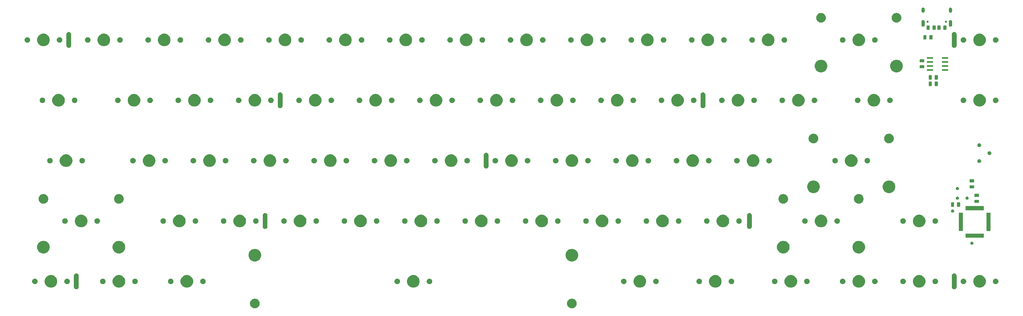
<source format=gts>
G04 #@! TF.GenerationSoftware,KiCad,Pcbnew,(5.0.2)-1*
G04 #@! TF.CreationDate,2019-03-25T13:47:57+01:00*
G04 #@! TF.ProjectId,board_arm,626f6172-645f-4617-926d-2e6b69636164,rev?*
G04 #@! TF.SameCoordinates,Original*
G04 #@! TF.FileFunction,Soldermask,Top*
G04 #@! TF.FilePolarity,Negative*
%FSLAX46Y46*%
G04 Gerber Fmt 4.6, Leading zero omitted, Abs format (unit mm)*
G04 Created by KiCad (PCBNEW (5.0.2)-1) date 25/03/2019 13:47:57*
%MOMM*%
%LPD*%
G01*
G04 APERTURE LIST*
%ADD10C,0.100000*%
G04 APERTURE END LIST*
D10*
G36*
X224079395Y-154705522D02*
X224275684Y-154744566D01*
X224553035Y-154859449D01*
X224802646Y-155026234D01*
X225014916Y-155238504D01*
X225014918Y-155238507D01*
X225181701Y-155488115D01*
X225296584Y-155765466D01*
X225355150Y-156059899D01*
X225355150Y-156360101D01*
X225296584Y-156654534D01*
X225181701Y-156931885D01*
X225014916Y-157181496D01*
X224802646Y-157393766D01*
X224802643Y-157393768D01*
X224553035Y-157560551D01*
X224275684Y-157675434D01*
X224079395Y-157714478D01*
X223981252Y-157734000D01*
X223681048Y-157734000D01*
X223582905Y-157714478D01*
X223386616Y-157675434D01*
X223109265Y-157560551D01*
X222859657Y-157393768D01*
X222859654Y-157393766D01*
X222647384Y-157181496D01*
X222480599Y-156931885D01*
X222365716Y-156654534D01*
X222307150Y-156360101D01*
X222307150Y-156059899D01*
X222365716Y-155765466D01*
X222480599Y-155488115D01*
X222647382Y-155238507D01*
X222647384Y-155238504D01*
X222859654Y-155026234D01*
X223109265Y-154859449D01*
X223386616Y-154744566D01*
X223582905Y-154705522D01*
X223681048Y-154686000D01*
X223981252Y-154686000D01*
X224079395Y-154705522D01*
X224079395Y-154705522D01*
G37*
G36*
X124079595Y-154705522D02*
X124275884Y-154744566D01*
X124553235Y-154859449D01*
X124802846Y-155026234D01*
X125015116Y-155238504D01*
X125015118Y-155238507D01*
X125181901Y-155488115D01*
X125296784Y-155765466D01*
X125355350Y-156059899D01*
X125355350Y-156360101D01*
X125296784Y-156654534D01*
X125181901Y-156931885D01*
X125015116Y-157181496D01*
X124802846Y-157393766D01*
X124802843Y-157393768D01*
X124553235Y-157560551D01*
X124275884Y-157675434D01*
X124079595Y-157714478D01*
X123981452Y-157734000D01*
X123681248Y-157734000D01*
X123583105Y-157714478D01*
X123386816Y-157675434D01*
X123109465Y-157560551D01*
X122859857Y-157393768D01*
X122859854Y-157393766D01*
X122647584Y-157181496D01*
X122480799Y-156931885D01*
X122365916Y-156654534D01*
X122307350Y-156360101D01*
X122307350Y-156059899D01*
X122365916Y-155765466D01*
X122480799Y-155488115D01*
X122647582Y-155238507D01*
X122647584Y-155238504D01*
X122859854Y-155026234D01*
X123109465Y-154859449D01*
X123386816Y-154744566D01*
X123583105Y-154705522D01*
X123681248Y-154686000D01*
X123981452Y-154686000D01*
X124079595Y-154705522D01*
X124079595Y-154705522D01*
G37*
G36*
X344572026Y-146735852D02*
X344713400Y-146778738D01*
X344843690Y-146848378D01*
X344957899Y-146942107D01*
X345051620Y-147056306D01*
X345121262Y-147186599D01*
X345164148Y-147327973D01*
X345175000Y-147438161D01*
X345175000Y-151011839D01*
X345164148Y-151122027D01*
X345121262Y-151263401D01*
X345051620Y-151393694D01*
X344957896Y-151507896D01*
X344843694Y-151601620D01*
X344713401Y-151671262D01*
X344572027Y-151714148D01*
X344425000Y-151728628D01*
X344277974Y-151714148D01*
X344136600Y-151671262D01*
X344006307Y-151601620D01*
X343892105Y-151507896D01*
X343798381Y-151393694D01*
X343728739Y-151263401D01*
X343685853Y-151122027D01*
X343675001Y-151011839D01*
X343675000Y-147438162D01*
X343685852Y-147327974D01*
X343728738Y-147186600D01*
X343798378Y-147056310D01*
X343892107Y-146942101D01*
X344006306Y-146848380D01*
X344136599Y-146778738D01*
X344277973Y-146735852D01*
X344425000Y-146721372D01*
X344572026Y-146735852D01*
X344572026Y-146735852D01*
G37*
G36*
X67678276Y-146735852D02*
X67819650Y-146778738D01*
X67949940Y-146848378D01*
X68064149Y-146942107D01*
X68157870Y-147056306D01*
X68227512Y-147186599D01*
X68270398Y-147327973D01*
X68281250Y-147438161D01*
X68281250Y-151011839D01*
X68270398Y-151122027D01*
X68227512Y-151263401D01*
X68157870Y-151393694D01*
X68064146Y-151507896D01*
X67949944Y-151601620D01*
X67819651Y-151671262D01*
X67678277Y-151714148D01*
X67531250Y-151728628D01*
X67384224Y-151714148D01*
X67242850Y-151671262D01*
X67112557Y-151601620D01*
X66998355Y-151507896D01*
X66904631Y-151393694D01*
X66834989Y-151263401D01*
X66792103Y-151122027D01*
X66781251Y-151011839D01*
X66781250Y-147438162D01*
X66792102Y-147327974D01*
X66834988Y-147186600D01*
X66904628Y-147056310D01*
X66998357Y-146942101D01*
X67112556Y-146848380D01*
X67242849Y-146778738D01*
X67384223Y-146735852D01*
X67531250Y-146721372D01*
X67678276Y-146735852D01*
X67678276Y-146735852D01*
G37*
G36*
X174412849Y-147307724D02*
X174775716Y-147458028D01*
X175102287Y-147676236D01*
X175380014Y-147953963D01*
X175598222Y-148280534D01*
X175748526Y-148643401D01*
X175825150Y-149028618D01*
X175825150Y-149421382D01*
X175748526Y-149806599D01*
X175598222Y-150169466D01*
X175380014Y-150496037D01*
X175102287Y-150773764D01*
X174775716Y-150991972D01*
X174412849Y-151142276D01*
X174027632Y-151218900D01*
X173634868Y-151218900D01*
X173249651Y-151142276D01*
X172886784Y-150991972D01*
X172560213Y-150773764D01*
X172282486Y-150496037D01*
X172064278Y-150169466D01*
X171913974Y-149806599D01*
X171837350Y-149421382D01*
X171837350Y-149028618D01*
X171913974Y-148643401D01*
X172064278Y-148280534D01*
X172282486Y-147953963D01*
X172560213Y-147676236D01*
X172886784Y-147458028D01*
X173249651Y-147307724D01*
X173634868Y-147231100D01*
X174027632Y-147231100D01*
X174412849Y-147307724D01*
X174412849Y-147307724D01*
G37*
G36*
X60112849Y-147307724D02*
X60475716Y-147458028D01*
X60802287Y-147676236D01*
X61080014Y-147953963D01*
X61298222Y-148280534D01*
X61448526Y-148643401D01*
X61525150Y-149028618D01*
X61525150Y-149421382D01*
X61448526Y-149806599D01*
X61298222Y-150169466D01*
X61080014Y-150496037D01*
X60802287Y-150773764D01*
X60475716Y-150991972D01*
X60112849Y-151142276D01*
X59727632Y-151218900D01*
X59334868Y-151218900D01*
X58949651Y-151142276D01*
X58586784Y-150991972D01*
X58260213Y-150773764D01*
X57982486Y-150496037D01*
X57764278Y-150169466D01*
X57613974Y-149806599D01*
X57537350Y-149421382D01*
X57537350Y-149028618D01*
X57613974Y-148643401D01*
X57764278Y-148280534D01*
X57982486Y-147953963D01*
X58260213Y-147676236D01*
X58586784Y-147458028D01*
X58949651Y-147307724D01*
X59334868Y-147231100D01*
X59727632Y-147231100D01*
X60112849Y-147307724D01*
X60112849Y-147307724D01*
G37*
G36*
X353006599Y-147307724D02*
X353369466Y-147458028D01*
X353696037Y-147676236D01*
X353973764Y-147953963D01*
X354191972Y-148280534D01*
X354342276Y-148643401D01*
X354418900Y-149028618D01*
X354418900Y-149421382D01*
X354342276Y-149806599D01*
X354191972Y-150169466D01*
X353973764Y-150496037D01*
X353696037Y-150773764D01*
X353369466Y-150991972D01*
X353006599Y-151142276D01*
X352621382Y-151218900D01*
X352228618Y-151218900D01*
X351843401Y-151142276D01*
X351480534Y-150991972D01*
X351153963Y-150773764D01*
X350876236Y-150496037D01*
X350658028Y-150169466D01*
X350507724Y-149806599D01*
X350431100Y-149421382D01*
X350431100Y-149028618D01*
X350507724Y-148643401D01*
X350658028Y-148280534D01*
X350876236Y-147953963D01*
X351153963Y-147676236D01*
X351480534Y-147458028D01*
X351843401Y-147307724D01*
X352228618Y-147231100D01*
X352621382Y-147231100D01*
X353006599Y-147307724D01*
X353006599Y-147307724D01*
G37*
G36*
X333956599Y-147307724D02*
X334319466Y-147458028D01*
X334646037Y-147676236D01*
X334923764Y-147953963D01*
X335141972Y-148280534D01*
X335292276Y-148643401D01*
X335368900Y-149028618D01*
X335368900Y-149421382D01*
X335292276Y-149806599D01*
X335141972Y-150169466D01*
X334923764Y-150496037D01*
X334646037Y-150773764D01*
X334319466Y-150991972D01*
X333956599Y-151142276D01*
X333571382Y-151218900D01*
X333178618Y-151218900D01*
X332793401Y-151142276D01*
X332430534Y-150991972D01*
X332103963Y-150773764D01*
X331826236Y-150496037D01*
X331608028Y-150169466D01*
X331457724Y-149806599D01*
X331381100Y-149421382D01*
X331381100Y-149028618D01*
X331457724Y-148643401D01*
X331608028Y-148280534D01*
X331826236Y-147953963D01*
X332103963Y-147676236D01*
X332430534Y-147458028D01*
X332793401Y-147307724D01*
X333178618Y-147231100D01*
X333571382Y-147231100D01*
X333956599Y-147307724D01*
X333956599Y-147307724D01*
G37*
G36*
X245850349Y-147307724D02*
X246213216Y-147458028D01*
X246539787Y-147676236D01*
X246817514Y-147953963D01*
X247035722Y-148280534D01*
X247186026Y-148643401D01*
X247262650Y-149028618D01*
X247262650Y-149421382D01*
X247186026Y-149806599D01*
X247035722Y-150169466D01*
X246817514Y-150496037D01*
X246539787Y-150773764D01*
X246213216Y-150991972D01*
X245850349Y-151142276D01*
X245465132Y-151218900D01*
X245072368Y-151218900D01*
X244687151Y-151142276D01*
X244324284Y-150991972D01*
X243997713Y-150773764D01*
X243719986Y-150496037D01*
X243501778Y-150169466D01*
X243351474Y-149806599D01*
X243274850Y-149421382D01*
X243274850Y-149028618D01*
X243351474Y-148643401D01*
X243501778Y-148280534D01*
X243719986Y-147953963D01*
X243997713Y-147676236D01*
X244324284Y-147458028D01*
X244687151Y-147307724D01*
X245072368Y-147231100D01*
X245465132Y-147231100D01*
X245850349Y-147307724D01*
X245850349Y-147307724D01*
G37*
G36*
X81544099Y-147307724D02*
X81906966Y-147458028D01*
X82233537Y-147676236D01*
X82511264Y-147953963D01*
X82729472Y-148280534D01*
X82879776Y-148643401D01*
X82956400Y-149028618D01*
X82956400Y-149421382D01*
X82879776Y-149806599D01*
X82729472Y-150169466D01*
X82511264Y-150496037D01*
X82233537Y-150773764D01*
X81906966Y-150991972D01*
X81544099Y-151142276D01*
X81158882Y-151218900D01*
X80766118Y-151218900D01*
X80380901Y-151142276D01*
X80018034Y-150991972D01*
X79691463Y-150773764D01*
X79413736Y-150496037D01*
X79195528Y-150169466D01*
X79045224Y-149806599D01*
X78968600Y-149421382D01*
X78968600Y-149028618D01*
X79045224Y-148643401D01*
X79195528Y-148280534D01*
X79413736Y-147953963D01*
X79691463Y-147676236D01*
X80018034Y-147458028D01*
X80380901Y-147307724D01*
X80766118Y-147231100D01*
X81158882Y-147231100D01*
X81544099Y-147307724D01*
X81544099Y-147307724D01*
G37*
G36*
X269662849Y-147307724D02*
X270025716Y-147458028D01*
X270352287Y-147676236D01*
X270630014Y-147953963D01*
X270848222Y-148280534D01*
X270998526Y-148643401D01*
X271075150Y-149028618D01*
X271075150Y-149421382D01*
X270998526Y-149806599D01*
X270848222Y-150169466D01*
X270630014Y-150496037D01*
X270352287Y-150773764D01*
X270025716Y-150991972D01*
X269662849Y-151142276D01*
X269277632Y-151218900D01*
X268884868Y-151218900D01*
X268499651Y-151142276D01*
X268136784Y-150991972D01*
X267810213Y-150773764D01*
X267532486Y-150496037D01*
X267314278Y-150169466D01*
X267163974Y-149806599D01*
X267087350Y-149421382D01*
X267087350Y-149028618D01*
X267163974Y-148643401D01*
X267314278Y-148280534D01*
X267532486Y-147953963D01*
X267810213Y-147676236D01*
X268136784Y-147458028D01*
X268499651Y-147307724D01*
X268884868Y-147231100D01*
X269277632Y-147231100D01*
X269662849Y-147307724D01*
X269662849Y-147307724D01*
G37*
G36*
X314906599Y-147307724D02*
X315269466Y-147458028D01*
X315596037Y-147676236D01*
X315873764Y-147953963D01*
X316091972Y-148280534D01*
X316242276Y-148643401D01*
X316318900Y-149028618D01*
X316318900Y-149421382D01*
X316242276Y-149806599D01*
X316091972Y-150169466D01*
X315873764Y-150496037D01*
X315596037Y-150773764D01*
X315269466Y-150991972D01*
X314906599Y-151142276D01*
X314521382Y-151218900D01*
X314128618Y-151218900D01*
X313743401Y-151142276D01*
X313380534Y-150991972D01*
X313053963Y-150773764D01*
X312776236Y-150496037D01*
X312558028Y-150169466D01*
X312407724Y-149806599D01*
X312331100Y-149421382D01*
X312331100Y-149028618D01*
X312407724Y-148643401D01*
X312558028Y-148280534D01*
X312776236Y-147953963D01*
X313053963Y-147676236D01*
X313380534Y-147458028D01*
X313743401Y-147307724D01*
X314128618Y-147231100D01*
X314521382Y-147231100D01*
X314906599Y-147307724D01*
X314906599Y-147307724D01*
G37*
G36*
X102975349Y-147307724D02*
X103338216Y-147458028D01*
X103664787Y-147676236D01*
X103942514Y-147953963D01*
X104160722Y-148280534D01*
X104311026Y-148643401D01*
X104387650Y-149028618D01*
X104387650Y-149421382D01*
X104311026Y-149806599D01*
X104160722Y-150169466D01*
X103942514Y-150496037D01*
X103664787Y-150773764D01*
X103338216Y-150991972D01*
X102975349Y-151142276D01*
X102590132Y-151218900D01*
X102197368Y-151218900D01*
X101812151Y-151142276D01*
X101449284Y-150991972D01*
X101122713Y-150773764D01*
X100844986Y-150496037D01*
X100626778Y-150169466D01*
X100476474Y-149806599D01*
X100399850Y-149421382D01*
X100399850Y-149028618D01*
X100476474Y-148643401D01*
X100626778Y-148280534D01*
X100844986Y-147953963D01*
X101122713Y-147676236D01*
X101449284Y-147458028D01*
X101812151Y-147307724D01*
X102197368Y-147231100D01*
X102590132Y-147231100D01*
X102975349Y-147307724D01*
X102975349Y-147307724D01*
G37*
G36*
X293475349Y-147307724D02*
X293838216Y-147458028D01*
X294164787Y-147676236D01*
X294442514Y-147953963D01*
X294660722Y-148280534D01*
X294811026Y-148643401D01*
X294887650Y-149028618D01*
X294887650Y-149421382D01*
X294811026Y-149806599D01*
X294660722Y-150169466D01*
X294442514Y-150496037D01*
X294164787Y-150773764D01*
X293838216Y-150991972D01*
X293475349Y-151142276D01*
X293090132Y-151218900D01*
X292697368Y-151218900D01*
X292312151Y-151142276D01*
X291949284Y-150991972D01*
X291622713Y-150773764D01*
X291344986Y-150496037D01*
X291126778Y-150169466D01*
X290976474Y-149806599D01*
X290899850Y-149421382D01*
X290899850Y-149028618D01*
X290976474Y-148643401D01*
X291126778Y-148280534D01*
X291344986Y-147953963D01*
X291622713Y-147676236D01*
X291949284Y-147458028D01*
X292312151Y-147307724D01*
X292697368Y-147231100D01*
X293090132Y-147231100D01*
X293475349Y-147307724D01*
X293475349Y-147307724D01*
G37*
G36*
X250603978Y-148383625D02*
X250763217Y-148449584D01*
X250906533Y-148545345D01*
X251028405Y-148667217D01*
X251124166Y-148810533D01*
X251190125Y-148969772D01*
X251223750Y-149138819D01*
X251223750Y-149311181D01*
X251190125Y-149480228D01*
X251124166Y-149639467D01*
X251028405Y-149782783D01*
X250906533Y-149904655D01*
X250763217Y-150000416D01*
X250603978Y-150066375D01*
X250434931Y-150100000D01*
X250262569Y-150100000D01*
X250093522Y-150066375D01*
X249934283Y-150000416D01*
X249790967Y-149904655D01*
X249669095Y-149782783D01*
X249573334Y-149639467D01*
X249507375Y-149480228D01*
X249473750Y-149311181D01*
X249473750Y-149138819D01*
X249507375Y-148969772D01*
X249573334Y-148810533D01*
X249669095Y-148667217D01*
X249790967Y-148545345D01*
X249934283Y-148449584D01*
X250093522Y-148383625D01*
X250262569Y-148350000D01*
X250434931Y-148350000D01*
X250603978Y-148383625D01*
X250603978Y-148383625D01*
G37*
G36*
X54706478Y-148383625D02*
X54865717Y-148449584D01*
X55009033Y-148545345D01*
X55130905Y-148667217D01*
X55226666Y-148810533D01*
X55292625Y-148969772D01*
X55326250Y-149138819D01*
X55326250Y-149311181D01*
X55292625Y-149480228D01*
X55226666Y-149639467D01*
X55130905Y-149782783D01*
X55009033Y-149904655D01*
X54865717Y-150000416D01*
X54706478Y-150066375D01*
X54537431Y-150100000D01*
X54365069Y-150100000D01*
X54196022Y-150066375D01*
X54036783Y-150000416D01*
X53893467Y-149904655D01*
X53771595Y-149782783D01*
X53675834Y-149639467D01*
X53609875Y-149480228D01*
X53576250Y-149311181D01*
X53576250Y-149138819D01*
X53609875Y-148969772D01*
X53675834Y-148810533D01*
X53771595Y-148667217D01*
X53893467Y-148545345D01*
X54036783Y-148449584D01*
X54196022Y-148383625D01*
X54365069Y-148350000D01*
X54537431Y-148350000D01*
X54706478Y-148383625D01*
X54706478Y-148383625D01*
G37*
G36*
X64866478Y-148383625D02*
X65025717Y-148449584D01*
X65169033Y-148545345D01*
X65290905Y-148667217D01*
X65386666Y-148810533D01*
X65452625Y-148969772D01*
X65486250Y-149138819D01*
X65486250Y-149311181D01*
X65452625Y-149480228D01*
X65386666Y-149639467D01*
X65290905Y-149782783D01*
X65169033Y-149904655D01*
X65025717Y-150000416D01*
X64866478Y-150066375D01*
X64697431Y-150100000D01*
X64525069Y-150100000D01*
X64356022Y-150066375D01*
X64196783Y-150000416D01*
X64053467Y-149904655D01*
X63931595Y-149782783D01*
X63835834Y-149639467D01*
X63769875Y-149480228D01*
X63736250Y-149311181D01*
X63736250Y-149138819D01*
X63769875Y-148969772D01*
X63835834Y-148810533D01*
X63931595Y-148667217D01*
X64053467Y-148545345D01*
X64196783Y-148449584D01*
X64356022Y-148383625D01*
X64525069Y-148350000D01*
X64697431Y-148350000D01*
X64866478Y-148383625D01*
X64866478Y-148383625D01*
G37*
G36*
X179166478Y-148383625D02*
X179325717Y-148449584D01*
X179469033Y-148545345D01*
X179590905Y-148667217D01*
X179686666Y-148810533D01*
X179752625Y-148969772D01*
X179786250Y-149138819D01*
X179786250Y-149311181D01*
X179752625Y-149480228D01*
X179686666Y-149639467D01*
X179590905Y-149782783D01*
X179469033Y-149904655D01*
X179325717Y-150000416D01*
X179166478Y-150066375D01*
X178997431Y-150100000D01*
X178825069Y-150100000D01*
X178656022Y-150066375D01*
X178496783Y-150000416D01*
X178353467Y-149904655D01*
X178231595Y-149782783D01*
X178135834Y-149639467D01*
X178069875Y-149480228D01*
X178036250Y-149311181D01*
X178036250Y-149138819D01*
X178069875Y-148969772D01*
X178135834Y-148810533D01*
X178231595Y-148667217D01*
X178353467Y-148545345D01*
X178496783Y-148449584D01*
X178656022Y-148383625D01*
X178825069Y-148350000D01*
X178997431Y-148350000D01*
X179166478Y-148383625D01*
X179166478Y-148383625D01*
G37*
G36*
X169006478Y-148383625D02*
X169165717Y-148449584D01*
X169309033Y-148545345D01*
X169430905Y-148667217D01*
X169526666Y-148810533D01*
X169592625Y-148969772D01*
X169626250Y-149138819D01*
X169626250Y-149311181D01*
X169592625Y-149480228D01*
X169526666Y-149639467D01*
X169430905Y-149782783D01*
X169309033Y-149904655D01*
X169165717Y-150000416D01*
X169006478Y-150066375D01*
X168837431Y-150100000D01*
X168665069Y-150100000D01*
X168496022Y-150066375D01*
X168336783Y-150000416D01*
X168193467Y-149904655D01*
X168071595Y-149782783D01*
X167975834Y-149639467D01*
X167909875Y-149480228D01*
X167876250Y-149311181D01*
X167876250Y-149138819D01*
X167909875Y-148969772D01*
X167975834Y-148810533D01*
X168071595Y-148667217D01*
X168193467Y-148545345D01*
X168336783Y-148449584D01*
X168496022Y-148383625D01*
X168665069Y-148350000D01*
X168837431Y-148350000D01*
X169006478Y-148383625D01*
X169006478Y-148383625D01*
G37*
G36*
X107728978Y-148383625D02*
X107888217Y-148449584D01*
X108031533Y-148545345D01*
X108153405Y-148667217D01*
X108249166Y-148810533D01*
X108315125Y-148969772D01*
X108348750Y-149138819D01*
X108348750Y-149311181D01*
X108315125Y-149480228D01*
X108249166Y-149639467D01*
X108153405Y-149782783D01*
X108031533Y-149904655D01*
X107888217Y-150000416D01*
X107728978Y-150066375D01*
X107559931Y-150100000D01*
X107387569Y-150100000D01*
X107218522Y-150066375D01*
X107059283Y-150000416D01*
X106915967Y-149904655D01*
X106794095Y-149782783D01*
X106698334Y-149639467D01*
X106632375Y-149480228D01*
X106598750Y-149311181D01*
X106598750Y-149138819D01*
X106632375Y-148969772D01*
X106698334Y-148810533D01*
X106794095Y-148667217D01*
X106915967Y-148545345D01*
X107059283Y-148449584D01*
X107218522Y-148383625D01*
X107387569Y-148350000D01*
X107559931Y-148350000D01*
X107728978Y-148383625D01*
X107728978Y-148383625D01*
G37*
G36*
X97568978Y-148383625D02*
X97728217Y-148449584D01*
X97871533Y-148545345D01*
X97993405Y-148667217D01*
X98089166Y-148810533D01*
X98155125Y-148969772D01*
X98188750Y-149138819D01*
X98188750Y-149311181D01*
X98155125Y-149480228D01*
X98089166Y-149639467D01*
X97993405Y-149782783D01*
X97871533Y-149904655D01*
X97728217Y-150000416D01*
X97568978Y-150066375D01*
X97399931Y-150100000D01*
X97227569Y-150100000D01*
X97058522Y-150066375D01*
X96899283Y-150000416D01*
X96755967Y-149904655D01*
X96634095Y-149782783D01*
X96538334Y-149639467D01*
X96472375Y-149480228D01*
X96438750Y-149311181D01*
X96438750Y-149138819D01*
X96472375Y-148969772D01*
X96538334Y-148810533D01*
X96634095Y-148667217D01*
X96755967Y-148545345D01*
X96899283Y-148449584D01*
X97058522Y-148383625D01*
X97227569Y-148350000D01*
X97399931Y-148350000D01*
X97568978Y-148383625D01*
X97568978Y-148383625D01*
G37*
G36*
X319660228Y-148383625D02*
X319819467Y-148449584D01*
X319962783Y-148545345D01*
X320084655Y-148667217D01*
X320180416Y-148810533D01*
X320246375Y-148969772D01*
X320280000Y-149138819D01*
X320280000Y-149311181D01*
X320246375Y-149480228D01*
X320180416Y-149639467D01*
X320084655Y-149782783D01*
X319962783Y-149904655D01*
X319819467Y-150000416D01*
X319660228Y-150066375D01*
X319491181Y-150100000D01*
X319318819Y-150100000D01*
X319149772Y-150066375D01*
X318990533Y-150000416D01*
X318847217Y-149904655D01*
X318725345Y-149782783D01*
X318629584Y-149639467D01*
X318563625Y-149480228D01*
X318530000Y-149311181D01*
X318530000Y-149138819D01*
X318563625Y-148969772D01*
X318629584Y-148810533D01*
X318725345Y-148667217D01*
X318847217Y-148545345D01*
X318990533Y-148449584D01*
X319149772Y-148383625D01*
X319318819Y-148350000D01*
X319491181Y-148350000D01*
X319660228Y-148383625D01*
X319660228Y-148383625D01*
G37*
G36*
X309500228Y-148383625D02*
X309659467Y-148449584D01*
X309802783Y-148545345D01*
X309924655Y-148667217D01*
X310020416Y-148810533D01*
X310086375Y-148969772D01*
X310120000Y-149138819D01*
X310120000Y-149311181D01*
X310086375Y-149480228D01*
X310020416Y-149639467D01*
X309924655Y-149782783D01*
X309802783Y-149904655D01*
X309659467Y-150000416D01*
X309500228Y-150066375D01*
X309331181Y-150100000D01*
X309158819Y-150100000D01*
X308989772Y-150066375D01*
X308830533Y-150000416D01*
X308687217Y-149904655D01*
X308565345Y-149782783D01*
X308469584Y-149639467D01*
X308403625Y-149480228D01*
X308370000Y-149311181D01*
X308370000Y-149138819D01*
X308403625Y-148969772D01*
X308469584Y-148810533D01*
X308565345Y-148667217D01*
X308687217Y-148545345D01*
X308830533Y-148449584D01*
X308989772Y-148383625D01*
X309158819Y-148350000D01*
X309331181Y-148350000D01*
X309500228Y-148383625D01*
X309500228Y-148383625D01*
G37*
G36*
X274416478Y-148383625D02*
X274575717Y-148449584D01*
X274719033Y-148545345D01*
X274840905Y-148667217D01*
X274936666Y-148810533D01*
X275002625Y-148969772D01*
X275036250Y-149138819D01*
X275036250Y-149311181D01*
X275002625Y-149480228D01*
X274936666Y-149639467D01*
X274840905Y-149782783D01*
X274719033Y-149904655D01*
X274575717Y-150000416D01*
X274416478Y-150066375D01*
X274247431Y-150100000D01*
X274075069Y-150100000D01*
X273906022Y-150066375D01*
X273746783Y-150000416D01*
X273603467Y-149904655D01*
X273481595Y-149782783D01*
X273385834Y-149639467D01*
X273319875Y-149480228D01*
X273286250Y-149311181D01*
X273286250Y-149138819D01*
X273319875Y-148969772D01*
X273385834Y-148810533D01*
X273481595Y-148667217D01*
X273603467Y-148545345D01*
X273746783Y-148449584D01*
X273906022Y-148383625D01*
X274075069Y-148350000D01*
X274247431Y-148350000D01*
X274416478Y-148383625D01*
X274416478Y-148383625D01*
G37*
G36*
X86297728Y-148383625D02*
X86456967Y-148449584D01*
X86600283Y-148545345D01*
X86722155Y-148667217D01*
X86817916Y-148810533D01*
X86883875Y-148969772D01*
X86917500Y-149138819D01*
X86917500Y-149311181D01*
X86883875Y-149480228D01*
X86817916Y-149639467D01*
X86722155Y-149782783D01*
X86600283Y-149904655D01*
X86456967Y-150000416D01*
X86297728Y-150066375D01*
X86128681Y-150100000D01*
X85956319Y-150100000D01*
X85787272Y-150066375D01*
X85628033Y-150000416D01*
X85484717Y-149904655D01*
X85362845Y-149782783D01*
X85267084Y-149639467D01*
X85201125Y-149480228D01*
X85167500Y-149311181D01*
X85167500Y-149138819D01*
X85201125Y-148969772D01*
X85267084Y-148810533D01*
X85362845Y-148667217D01*
X85484717Y-148545345D01*
X85628033Y-148449584D01*
X85787272Y-148383625D01*
X85956319Y-148350000D01*
X86128681Y-148350000D01*
X86297728Y-148383625D01*
X86297728Y-148383625D01*
G37*
G36*
X76137728Y-148383625D02*
X76296967Y-148449584D01*
X76440283Y-148545345D01*
X76562155Y-148667217D01*
X76657916Y-148810533D01*
X76723875Y-148969772D01*
X76757500Y-149138819D01*
X76757500Y-149311181D01*
X76723875Y-149480228D01*
X76657916Y-149639467D01*
X76562155Y-149782783D01*
X76440283Y-149904655D01*
X76296967Y-150000416D01*
X76137728Y-150066375D01*
X75968681Y-150100000D01*
X75796319Y-150100000D01*
X75627272Y-150066375D01*
X75468033Y-150000416D01*
X75324717Y-149904655D01*
X75202845Y-149782783D01*
X75107084Y-149639467D01*
X75041125Y-149480228D01*
X75007500Y-149311181D01*
X75007500Y-149138819D01*
X75041125Y-148969772D01*
X75107084Y-148810533D01*
X75202845Y-148667217D01*
X75324717Y-148545345D01*
X75468033Y-148449584D01*
X75627272Y-148383625D01*
X75796319Y-148350000D01*
X75968681Y-148350000D01*
X76137728Y-148383625D01*
X76137728Y-148383625D01*
G37*
G36*
X298228978Y-148383625D02*
X298388217Y-148449584D01*
X298531533Y-148545345D01*
X298653405Y-148667217D01*
X298749166Y-148810533D01*
X298815125Y-148969772D01*
X298848750Y-149138819D01*
X298848750Y-149311181D01*
X298815125Y-149480228D01*
X298749166Y-149639467D01*
X298653405Y-149782783D01*
X298531533Y-149904655D01*
X298388217Y-150000416D01*
X298228978Y-150066375D01*
X298059931Y-150100000D01*
X297887569Y-150100000D01*
X297718522Y-150066375D01*
X297559283Y-150000416D01*
X297415967Y-149904655D01*
X297294095Y-149782783D01*
X297198334Y-149639467D01*
X297132375Y-149480228D01*
X297098750Y-149311181D01*
X297098750Y-149138819D01*
X297132375Y-148969772D01*
X297198334Y-148810533D01*
X297294095Y-148667217D01*
X297415967Y-148545345D01*
X297559283Y-148449584D01*
X297718522Y-148383625D01*
X297887569Y-148350000D01*
X298059931Y-148350000D01*
X298228978Y-148383625D01*
X298228978Y-148383625D01*
G37*
G36*
X264256478Y-148383625D02*
X264415717Y-148449584D01*
X264559033Y-148545345D01*
X264680905Y-148667217D01*
X264776666Y-148810533D01*
X264842625Y-148969772D01*
X264876250Y-149138819D01*
X264876250Y-149311181D01*
X264842625Y-149480228D01*
X264776666Y-149639467D01*
X264680905Y-149782783D01*
X264559033Y-149904655D01*
X264415717Y-150000416D01*
X264256478Y-150066375D01*
X264087431Y-150100000D01*
X263915069Y-150100000D01*
X263746022Y-150066375D01*
X263586783Y-150000416D01*
X263443467Y-149904655D01*
X263321595Y-149782783D01*
X263225834Y-149639467D01*
X263159875Y-149480228D01*
X263126250Y-149311181D01*
X263126250Y-149138819D01*
X263159875Y-148969772D01*
X263225834Y-148810533D01*
X263321595Y-148667217D01*
X263443467Y-148545345D01*
X263586783Y-148449584D01*
X263746022Y-148383625D01*
X263915069Y-148350000D01*
X264087431Y-148350000D01*
X264256478Y-148383625D01*
X264256478Y-148383625D01*
G37*
G36*
X240443978Y-148383625D02*
X240603217Y-148449584D01*
X240746533Y-148545345D01*
X240868405Y-148667217D01*
X240964166Y-148810533D01*
X241030125Y-148969772D01*
X241063750Y-149138819D01*
X241063750Y-149311181D01*
X241030125Y-149480228D01*
X240964166Y-149639467D01*
X240868405Y-149782783D01*
X240746533Y-149904655D01*
X240603217Y-150000416D01*
X240443978Y-150066375D01*
X240274931Y-150100000D01*
X240102569Y-150100000D01*
X239933522Y-150066375D01*
X239774283Y-150000416D01*
X239630967Y-149904655D01*
X239509095Y-149782783D01*
X239413334Y-149639467D01*
X239347375Y-149480228D01*
X239313750Y-149311181D01*
X239313750Y-149138819D01*
X239347375Y-148969772D01*
X239413334Y-148810533D01*
X239509095Y-148667217D01*
X239630967Y-148545345D01*
X239774283Y-148449584D01*
X239933522Y-148383625D01*
X240102569Y-148350000D01*
X240274931Y-148350000D01*
X240443978Y-148383625D01*
X240443978Y-148383625D01*
G37*
G36*
X338710228Y-148383625D02*
X338869467Y-148449584D01*
X339012783Y-148545345D01*
X339134655Y-148667217D01*
X339230416Y-148810533D01*
X339296375Y-148969772D01*
X339330000Y-149138819D01*
X339330000Y-149311181D01*
X339296375Y-149480228D01*
X339230416Y-149639467D01*
X339134655Y-149782783D01*
X339012783Y-149904655D01*
X338869467Y-150000416D01*
X338710228Y-150066375D01*
X338541181Y-150100000D01*
X338368819Y-150100000D01*
X338199772Y-150066375D01*
X338040533Y-150000416D01*
X337897217Y-149904655D01*
X337775345Y-149782783D01*
X337679584Y-149639467D01*
X337613625Y-149480228D01*
X337580000Y-149311181D01*
X337580000Y-149138819D01*
X337613625Y-148969772D01*
X337679584Y-148810533D01*
X337775345Y-148667217D01*
X337897217Y-148545345D01*
X338040533Y-148449584D01*
X338199772Y-148383625D01*
X338368819Y-148350000D01*
X338541181Y-148350000D01*
X338710228Y-148383625D01*
X338710228Y-148383625D01*
G37*
G36*
X328550228Y-148383625D02*
X328709467Y-148449584D01*
X328852783Y-148545345D01*
X328974655Y-148667217D01*
X329070416Y-148810533D01*
X329136375Y-148969772D01*
X329170000Y-149138819D01*
X329170000Y-149311181D01*
X329136375Y-149480228D01*
X329070416Y-149639467D01*
X328974655Y-149782783D01*
X328852783Y-149904655D01*
X328709467Y-150000416D01*
X328550228Y-150066375D01*
X328381181Y-150100000D01*
X328208819Y-150100000D01*
X328039772Y-150066375D01*
X327880533Y-150000416D01*
X327737217Y-149904655D01*
X327615345Y-149782783D01*
X327519584Y-149639467D01*
X327453625Y-149480228D01*
X327420000Y-149311181D01*
X327420000Y-149138819D01*
X327453625Y-148969772D01*
X327519584Y-148810533D01*
X327615345Y-148667217D01*
X327737217Y-148545345D01*
X327880533Y-148449584D01*
X328039772Y-148383625D01*
X328208819Y-148350000D01*
X328381181Y-148350000D01*
X328550228Y-148383625D01*
X328550228Y-148383625D01*
G37*
G36*
X288068978Y-148383625D02*
X288228217Y-148449584D01*
X288371533Y-148545345D01*
X288493405Y-148667217D01*
X288589166Y-148810533D01*
X288655125Y-148969772D01*
X288688750Y-149138819D01*
X288688750Y-149311181D01*
X288655125Y-149480228D01*
X288589166Y-149639467D01*
X288493405Y-149782783D01*
X288371533Y-149904655D01*
X288228217Y-150000416D01*
X288068978Y-150066375D01*
X287899931Y-150100000D01*
X287727569Y-150100000D01*
X287558522Y-150066375D01*
X287399283Y-150000416D01*
X287255967Y-149904655D01*
X287134095Y-149782783D01*
X287038334Y-149639467D01*
X286972375Y-149480228D01*
X286938750Y-149311181D01*
X286938750Y-149138819D01*
X286972375Y-148969772D01*
X287038334Y-148810533D01*
X287134095Y-148667217D01*
X287255967Y-148545345D01*
X287399283Y-148449584D01*
X287558522Y-148383625D01*
X287727569Y-148350000D01*
X287899931Y-148350000D01*
X288068978Y-148383625D01*
X288068978Y-148383625D01*
G37*
G36*
X357760228Y-148383625D02*
X357919467Y-148449584D01*
X358062783Y-148545345D01*
X358184655Y-148667217D01*
X358280416Y-148810533D01*
X358346375Y-148969772D01*
X358380000Y-149138819D01*
X358380000Y-149311181D01*
X358346375Y-149480228D01*
X358280416Y-149639467D01*
X358184655Y-149782783D01*
X358062783Y-149904655D01*
X357919467Y-150000416D01*
X357760228Y-150066375D01*
X357591181Y-150100000D01*
X357418819Y-150100000D01*
X357249772Y-150066375D01*
X357090533Y-150000416D01*
X356947217Y-149904655D01*
X356825345Y-149782783D01*
X356729584Y-149639467D01*
X356663625Y-149480228D01*
X356630000Y-149311181D01*
X356630000Y-149138819D01*
X356663625Y-148969772D01*
X356729584Y-148810533D01*
X356825345Y-148667217D01*
X356947217Y-148545345D01*
X357090533Y-148449584D01*
X357249772Y-148383625D01*
X357418819Y-148350000D01*
X357591181Y-148350000D01*
X357760228Y-148383625D01*
X357760228Y-148383625D01*
G37*
G36*
X347600228Y-148383625D02*
X347759467Y-148449584D01*
X347902783Y-148545345D01*
X348024655Y-148667217D01*
X348120416Y-148810533D01*
X348186375Y-148969772D01*
X348220000Y-149138819D01*
X348220000Y-149311181D01*
X348186375Y-149480228D01*
X348120416Y-149639467D01*
X348024655Y-149782783D01*
X347902783Y-149904655D01*
X347759467Y-150000416D01*
X347600228Y-150066375D01*
X347431181Y-150100000D01*
X347258819Y-150100000D01*
X347089772Y-150066375D01*
X346930533Y-150000416D01*
X346787217Y-149904655D01*
X346665345Y-149782783D01*
X346569584Y-149639467D01*
X346503625Y-149480228D01*
X346470000Y-149311181D01*
X346470000Y-149138819D01*
X346503625Y-148969772D01*
X346569584Y-148810533D01*
X346665345Y-148667217D01*
X346787217Y-148545345D01*
X346930533Y-148449584D01*
X347089772Y-148383625D01*
X347258819Y-148350000D01*
X347431181Y-148350000D01*
X347600228Y-148383625D01*
X347600228Y-148383625D01*
G37*
G36*
X124412949Y-139052724D02*
X124775816Y-139203028D01*
X125102387Y-139421236D01*
X125380114Y-139698963D01*
X125598322Y-140025534D01*
X125748626Y-140388401D01*
X125825250Y-140773618D01*
X125825250Y-141166382D01*
X125748626Y-141551599D01*
X125598322Y-141914466D01*
X125380114Y-142241037D01*
X125102387Y-142518764D01*
X124775816Y-142736972D01*
X124412949Y-142887276D01*
X124027732Y-142963900D01*
X123634968Y-142963900D01*
X123249751Y-142887276D01*
X122886884Y-142736972D01*
X122560313Y-142518764D01*
X122282586Y-142241037D01*
X122064378Y-141914466D01*
X121914074Y-141551599D01*
X121837450Y-141166382D01*
X121837450Y-140773618D01*
X121914074Y-140388401D01*
X122064378Y-140025534D01*
X122282586Y-139698963D01*
X122560313Y-139421236D01*
X122886884Y-139203028D01*
X123249751Y-139052724D01*
X123634968Y-138976100D01*
X124027732Y-138976100D01*
X124412949Y-139052724D01*
X124412949Y-139052724D01*
G37*
G36*
X224412749Y-139052724D02*
X224775616Y-139203028D01*
X225102187Y-139421236D01*
X225379914Y-139698963D01*
X225598122Y-140025534D01*
X225748426Y-140388401D01*
X225825050Y-140773618D01*
X225825050Y-141166382D01*
X225748426Y-141551599D01*
X225598122Y-141914466D01*
X225379914Y-142241037D01*
X225102187Y-142518764D01*
X224775616Y-142736972D01*
X224412749Y-142887276D01*
X224027532Y-142963900D01*
X223634768Y-142963900D01*
X223249551Y-142887276D01*
X222886684Y-142736972D01*
X222560113Y-142518764D01*
X222282386Y-142241037D01*
X222064178Y-141914466D01*
X221913874Y-141551599D01*
X221837250Y-141166382D01*
X221837250Y-140773618D01*
X221913874Y-140388401D01*
X222064178Y-140025534D01*
X222282386Y-139698963D01*
X222560113Y-139421236D01*
X222886684Y-139203028D01*
X223249551Y-139052724D01*
X223634768Y-138976100D01*
X224027532Y-138976100D01*
X224412749Y-139052724D01*
X224412749Y-139052724D01*
G37*
G36*
X57731599Y-136512724D02*
X58094466Y-136663028D01*
X58421037Y-136881236D01*
X58698764Y-137158963D01*
X58916972Y-137485534D01*
X59067276Y-137848401D01*
X59143900Y-138233618D01*
X59143900Y-138626382D01*
X59067276Y-139011599D01*
X58916972Y-139374466D01*
X58698764Y-139701037D01*
X58421037Y-139978764D01*
X58094466Y-140196972D01*
X57731599Y-140347276D01*
X57346382Y-140423900D01*
X56953618Y-140423900D01*
X56568401Y-140347276D01*
X56205534Y-140196972D01*
X55878963Y-139978764D01*
X55601236Y-139701037D01*
X55383028Y-139374466D01*
X55232724Y-139011599D01*
X55156100Y-138626382D01*
X55156100Y-138233618D01*
X55232724Y-137848401D01*
X55383028Y-137485534D01*
X55601236Y-137158963D01*
X55878963Y-136881236D01*
X56205534Y-136663028D01*
X56568401Y-136512724D01*
X56953618Y-136436100D01*
X57346382Y-136436100D01*
X57731599Y-136512724D01*
X57731599Y-136512724D01*
G37*
G36*
X81544099Y-136512724D02*
X81906966Y-136663028D01*
X82233537Y-136881236D01*
X82511264Y-137158963D01*
X82729472Y-137485534D01*
X82879776Y-137848401D01*
X82956400Y-138233618D01*
X82956400Y-138626382D01*
X82879776Y-139011599D01*
X82729472Y-139374466D01*
X82511264Y-139701037D01*
X82233537Y-139978764D01*
X81906966Y-140196972D01*
X81544099Y-140347276D01*
X81158882Y-140423900D01*
X80766118Y-140423900D01*
X80380901Y-140347276D01*
X80018034Y-140196972D01*
X79691463Y-139978764D01*
X79413736Y-139701037D01*
X79195528Y-139374466D01*
X79045224Y-139011599D01*
X78968600Y-138626382D01*
X78968600Y-138233618D01*
X79045224Y-137848401D01*
X79195528Y-137485534D01*
X79413736Y-137158963D01*
X79691463Y-136881236D01*
X80018034Y-136663028D01*
X80380901Y-136512724D01*
X80766118Y-136436100D01*
X81158882Y-136436100D01*
X81544099Y-136512724D01*
X81544099Y-136512724D01*
G37*
G36*
X314906599Y-136512724D02*
X315269466Y-136663028D01*
X315596037Y-136881236D01*
X315873764Y-137158963D01*
X316091972Y-137485534D01*
X316242276Y-137848401D01*
X316318900Y-138233618D01*
X316318900Y-138626382D01*
X316242276Y-139011599D01*
X316091972Y-139374466D01*
X315873764Y-139701037D01*
X315596037Y-139978764D01*
X315269466Y-140196972D01*
X314906599Y-140347276D01*
X314521382Y-140423900D01*
X314128618Y-140423900D01*
X313743401Y-140347276D01*
X313380534Y-140196972D01*
X313053963Y-139978764D01*
X312776236Y-139701037D01*
X312558028Y-139374466D01*
X312407724Y-139011599D01*
X312331100Y-138626382D01*
X312331100Y-138233618D01*
X312407724Y-137848401D01*
X312558028Y-137485534D01*
X312776236Y-137158963D01*
X313053963Y-136881236D01*
X313380534Y-136663028D01*
X313743401Y-136512724D01*
X314128618Y-136436100D01*
X314521382Y-136436100D01*
X314906599Y-136512724D01*
X314906599Y-136512724D01*
G37*
G36*
X291094099Y-136512724D02*
X291456966Y-136663028D01*
X291783537Y-136881236D01*
X292061264Y-137158963D01*
X292279472Y-137485534D01*
X292429776Y-137848401D01*
X292506400Y-138233618D01*
X292506400Y-138626382D01*
X292429776Y-139011599D01*
X292279472Y-139374466D01*
X292061264Y-139701037D01*
X291783537Y-139978764D01*
X291456966Y-140196972D01*
X291094099Y-140347276D01*
X290708882Y-140423900D01*
X290316118Y-140423900D01*
X289930901Y-140347276D01*
X289568034Y-140196972D01*
X289241463Y-139978764D01*
X288963736Y-139701037D01*
X288745528Y-139374466D01*
X288595224Y-139011599D01*
X288518600Y-138626382D01*
X288518600Y-138233618D01*
X288595224Y-137848401D01*
X288745528Y-137485534D01*
X288963736Y-137158963D01*
X289241463Y-136881236D01*
X289568034Y-136663028D01*
X289930901Y-136512724D01*
X290316118Y-136436100D01*
X290708882Y-136436100D01*
X291094099Y-136512724D01*
X291094099Y-136512724D01*
G37*
G36*
X350157845Y-136679215D02*
X350248839Y-136716906D01*
X350329640Y-136770896D01*
X350330734Y-136771627D01*
X350400373Y-136841266D01*
X350455095Y-136923163D01*
X350492785Y-137014155D01*
X350512000Y-137110755D01*
X350512000Y-137209245D01*
X350492785Y-137305845D01*
X350455095Y-137396837D01*
X350400373Y-137478734D01*
X350330734Y-137548373D01*
X350330731Y-137548375D01*
X350248839Y-137603094D01*
X350157845Y-137640785D01*
X350061246Y-137660000D01*
X349962754Y-137660000D01*
X349866155Y-137640785D01*
X349775161Y-137603094D01*
X349693269Y-137548375D01*
X349693266Y-137548373D01*
X349623627Y-137478734D01*
X349568905Y-137396837D01*
X349531215Y-137305845D01*
X349512000Y-137209245D01*
X349512000Y-137110755D01*
X349531215Y-137014155D01*
X349568905Y-136923163D01*
X349623627Y-136841266D01*
X349693266Y-136771627D01*
X349694360Y-136770896D01*
X349775161Y-136716906D01*
X349866155Y-136679215D01*
X349962754Y-136660000D01*
X350061246Y-136660000D01*
X350157845Y-136679215D01*
X350157845Y-136679215D01*
G37*
G36*
X353775482Y-135461484D02*
X348025482Y-135461484D01*
X348025482Y-134161484D01*
X353775482Y-134161484D01*
X353775482Y-135461484D01*
X353775482Y-135461484D01*
G37*
G36*
X355900482Y-133336484D02*
X354600482Y-133336484D01*
X354600482Y-127586484D01*
X355900482Y-127586484D01*
X355900482Y-133336484D01*
X355900482Y-133336484D01*
G37*
G36*
X347200482Y-133336484D02*
X345900482Y-133336484D01*
X345900482Y-127586484D01*
X347200482Y-127586484D01*
X347200482Y-133336484D01*
X347200482Y-133336484D01*
G37*
G36*
X279984526Y-127685852D02*
X280125900Y-127728738D01*
X280256190Y-127798378D01*
X280370399Y-127892107D01*
X280464120Y-128006306D01*
X280533762Y-128136599D01*
X280576648Y-128277973D01*
X280587500Y-128388161D01*
X280587500Y-131961839D01*
X280576648Y-132072027D01*
X280533762Y-132213401D01*
X280464120Y-132343694D01*
X280370396Y-132457896D01*
X280256194Y-132551620D01*
X280125901Y-132621262D01*
X279984527Y-132664148D01*
X279837500Y-132678628D01*
X279690474Y-132664148D01*
X279549100Y-132621262D01*
X279418807Y-132551620D01*
X279304605Y-132457896D01*
X279210881Y-132343694D01*
X279141239Y-132213401D01*
X279098353Y-132072027D01*
X279087501Y-131961839D01*
X279087500Y-128388162D01*
X279098352Y-128277974D01*
X279141238Y-128136600D01*
X279210878Y-128006310D01*
X279304607Y-127892101D01*
X279418806Y-127798380D01*
X279549099Y-127728738D01*
X279690473Y-127685852D01*
X279837500Y-127671372D01*
X279984526Y-127685852D01*
X279984526Y-127685852D01*
G37*
G36*
X127209526Y-127685852D02*
X127350900Y-127728738D01*
X127481190Y-127798378D01*
X127595399Y-127892107D01*
X127689120Y-128006306D01*
X127758762Y-128136599D01*
X127801648Y-128277973D01*
X127812500Y-128388161D01*
X127812500Y-131961839D01*
X127801648Y-132072027D01*
X127758762Y-132213401D01*
X127689120Y-132343694D01*
X127595396Y-132457896D01*
X127481194Y-132551620D01*
X127350901Y-132621262D01*
X127209527Y-132664148D01*
X127062500Y-132678628D01*
X126915474Y-132664148D01*
X126774100Y-132621262D01*
X126643807Y-132551620D01*
X126529605Y-132457896D01*
X126435881Y-132343694D01*
X126366239Y-132213401D01*
X126323353Y-132072027D01*
X126312501Y-131961839D01*
X126312500Y-128388162D01*
X126323352Y-128277974D01*
X126366238Y-128136600D01*
X126435878Y-128006310D01*
X126529607Y-127892101D01*
X126643806Y-127798380D01*
X126774099Y-127728738D01*
X126915473Y-127685852D01*
X127062500Y-127671372D01*
X127209526Y-127685852D01*
X127209526Y-127685852D01*
G37*
G36*
X176794099Y-128257724D02*
X177156966Y-128408028D01*
X177483537Y-128626236D01*
X177761264Y-128903963D01*
X177979472Y-129230534D01*
X178129776Y-129593401D01*
X178206400Y-129978618D01*
X178206400Y-130371382D01*
X178129776Y-130756599D01*
X177979472Y-131119466D01*
X177761264Y-131446037D01*
X177483537Y-131723764D01*
X177156966Y-131941972D01*
X176794099Y-132092276D01*
X176408882Y-132168900D01*
X176016118Y-132168900D01*
X175630901Y-132092276D01*
X175268034Y-131941972D01*
X174941463Y-131723764D01*
X174663736Y-131446037D01*
X174445528Y-131119466D01*
X174295224Y-130756599D01*
X174218600Y-130371382D01*
X174218600Y-129978618D01*
X174295224Y-129593401D01*
X174445528Y-129230534D01*
X174663736Y-128903963D01*
X174941463Y-128626236D01*
X175268034Y-128408028D01*
X175630901Y-128257724D01*
X176016118Y-128181100D01*
X176408882Y-128181100D01*
X176794099Y-128257724D01*
X176794099Y-128257724D01*
G37*
G36*
X233944099Y-128257724D02*
X234306966Y-128408028D01*
X234633537Y-128626236D01*
X234911264Y-128903963D01*
X235129472Y-129230534D01*
X235279776Y-129593401D01*
X235356400Y-129978618D01*
X235356400Y-130371382D01*
X235279776Y-130756599D01*
X235129472Y-131119466D01*
X234911264Y-131446037D01*
X234633537Y-131723764D01*
X234306966Y-131941972D01*
X233944099Y-132092276D01*
X233558882Y-132168900D01*
X233166118Y-132168900D01*
X232780901Y-132092276D01*
X232418034Y-131941972D01*
X232091463Y-131723764D01*
X231813736Y-131446037D01*
X231595528Y-131119466D01*
X231445224Y-130756599D01*
X231368600Y-130371382D01*
X231368600Y-129978618D01*
X231445224Y-129593401D01*
X231595528Y-129230534D01*
X231813736Y-128903963D01*
X232091463Y-128626236D01*
X232418034Y-128408028D01*
X232780901Y-128257724D01*
X233166118Y-128181100D01*
X233558882Y-128181100D01*
X233944099Y-128257724D01*
X233944099Y-128257724D01*
G37*
G36*
X252994099Y-128257724D02*
X253356966Y-128408028D01*
X253683537Y-128626236D01*
X253961264Y-128903963D01*
X254179472Y-129230534D01*
X254329776Y-129593401D01*
X254406400Y-129978618D01*
X254406400Y-130371382D01*
X254329776Y-130756599D01*
X254179472Y-131119466D01*
X253961264Y-131446037D01*
X253683537Y-131723764D01*
X253356966Y-131941972D01*
X252994099Y-132092276D01*
X252608882Y-132168900D01*
X252216118Y-132168900D01*
X251830901Y-132092276D01*
X251468034Y-131941972D01*
X251141463Y-131723764D01*
X250863736Y-131446037D01*
X250645528Y-131119466D01*
X250495224Y-130756599D01*
X250418600Y-130371382D01*
X250418600Y-129978618D01*
X250495224Y-129593401D01*
X250645528Y-129230534D01*
X250863736Y-128903963D01*
X251141463Y-128626236D01*
X251468034Y-128408028D01*
X251830901Y-128257724D01*
X252216118Y-128181100D01*
X252608882Y-128181100D01*
X252994099Y-128257724D01*
X252994099Y-128257724D01*
G37*
G36*
X333956599Y-128257724D02*
X334319466Y-128408028D01*
X334646037Y-128626236D01*
X334923764Y-128903963D01*
X335141972Y-129230534D01*
X335292276Y-129593401D01*
X335368900Y-129978618D01*
X335368900Y-130371382D01*
X335292276Y-130756599D01*
X335141972Y-131119466D01*
X334923764Y-131446037D01*
X334646037Y-131723764D01*
X334319466Y-131941972D01*
X333956599Y-132092276D01*
X333571382Y-132168900D01*
X333178618Y-132168900D01*
X332793401Y-132092276D01*
X332430534Y-131941972D01*
X332103963Y-131723764D01*
X331826236Y-131446037D01*
X331608028Y-131119466D01*
X331457724Y-130756599D01*
X331381100Y-130371382D01*
X331381100Y-129978618D01*
X331457724Y-129593401D01*
X331608028Y-129230534D01*
X331826236Y-128903963D01*
X332103963Y-128626236D01*
X332430534Y-128408028D01*
X332793401Y-128257724D01*
X333178618Y-128181100D01*
X333571382Y-128181100D01*
X333956599Y-128257724D01*
X333956599Y-128257724D01*
G37*
G36*
X214894099Y-128257724D02*
X215256966Y-128408028D01*
X215583537Y-128626236D01*
X215861264Y-128903963D01*
X216079472Y-129230534D01*
X216229776Y-129593401D01*
X216306400Y-129978618D01*
X216306400Y-130371382D01*
X216229776Y-130756599D01*
X216079472Y-131119466D01*
X215861264Y-131446037D01*
X215583537Y-131723764D01*
X215256966Y-131941972D01*
X214894099Y-132092276D01*
X214508882Y-132168900D01*
X214116118Y-132168900D01*
X213730901Y-132092276D01*
X213368034Y-131941972D01*
X213041463Y-131723764D01*
X212763736Y-131446037D01*
X212545528Y-131119466D01*
X212395224Y-130756599D01*
X212318600Y-130371382D01*
X212318600Y-129978618D01*
X212395224Y-129593401D01*
X212545528Y-129230534D01*
X212763736Y-128903963D01*
X213041463Y-128626236D01*
X213368034Y-128408028D01*
X213730901Y-128257724D01*
X214116118Y-128181100D01*
X214508882Y-128181100D01*
X214894099Y-128257724D01*
X214894099Y-128257724D01*
G37*
G36*
X303000349Y-128257724D02*
X303363216Y-128408028D01*
X303689787Y-128626236D01*
X303967514Y-128903963D01*
X304185722Y-129230534D01*
X304336026Y-129593401D01*
X304412650Y-129978618D01*
X304412650Y-130371382D01*
X304336026Y-130756599D01*
X304185722Y-131119466D01*
X303967514Y-131446037D01*
X303689787Y-131723764D01*
X303363216Y-131941972D01*
X303000349Y-132092276D01*
X302615132Y-132168900D01*
X302222368Y-132168900D01*
X301837151Y-132092276D01*
X301474284Y-131941972D01*
X301147713Y-131723764D01*
X300869986Y-131446037D01*
X300651778Y-131119466D01*
X300501474Y-130756599D01*
X300424850Y-130371382D01*
X300424850Y-129978618D01*
X300501474Y-129593401D01*
X300651778Y-129230534D01*
X300869986Y-128903963D01*
X301147713Y-128626236D01*
X301474284Y-128408028D01*
X301837151Y-128257724D01*
X302222368Y-128181100D01*
X302615132Y-128181100D01*
X303000349Y-128257724D01*
X303000349Y-128257724D01*
G37*
G36*
X69637849Y-128257724D02*
X70000716Y-128408028D01*
X70327287Y-128626236D01*
X70605014Y-128903963D01*
X70823222Y-129230534D01*
X70973526Y-129593401D01*
X71050150Y-129978618D01*
X71050150Y-130371382D01*
X70973526Y-130756599D01*
X70823222Y-131119466D01*
X70605014Y-131446037D01*
X70327287Y-131723764D01*
X70000716Y-131941972D01*
X69637849Y-132092276D01*
X69252632Y-132168900D01*
X68859868Y-132168900D01*
X68474651Y-132092276D01*
X68111784Y-131941972D01*
X67785213Y-131723764D01*
X67507486Y-131446037D01*
X67289278Y-131119466D01*
X67138974Y-130756599D01*
X67062350Y-130371382D01*
X67062350Y-129978618D01*
X67138974Y-129593401D01*
X67289278Y-129230534D01*
X67507486Y-128903963D01*
X67785213Y-128626236D01*
X68111784Y-128408028D01*
X68474651Y-128257724D01*
X68859868Y-128181100D01*
X69252632Y-128181100D01*
X69637849Y-128257724D01*
X69637849Y-128257724D01*
G37*
G36*
X157744099Y-128257724D02*
X158106966Y-128408028D01*
X158433537Y-128626236D01*
X158711264Y-128903963D01*
X158929472Y-129230534D01*
X159079776Y-129593401D01*
X159156400Y-129978618D01*
X159156400Y-130371382D01*
X159079776Y-130756599D01*
X158929472Y-131119466D01*
X158711264Y-131446037D01*
X158433537Y-131723764D01*
X158106966Y-131941972D01*
X157744099Y-132092276D01*
X157358882Y-132168900D01*
X156966118Y-132168900D01*
X156580901Y-132092276D01*
X156218034Y-131941972D01*
X155891463Y-131723764D01*
X155613736Y-131446037D01*
X155395528Y-131119466D01*
X155245224Y-130756599D01*
X155168600Y-130371382D01*
X155168600Y-129978618D01*
X155245224Y-129593401D01*
X155395528Y-129230534D01*
X155613736Y-128903963D01*
X155891463Y-128626236D01*
X156218034Y-128408028D01*
X156580901Y-128257724D01*
X156966118Y-128181100D01*
X157358882Y-128181100D01*
X157744099Y-128257724D01*
X157744099Y-128257724D01*
G37*
G36*
X119644099Y-128257724D02*
X120006966Y-128408028D01*
X120333537Y-128626236D01*
X120611264Y-128903963D01*
X120829472Y-129230534D01*
X120979776Y-129593401D01*
X121056400Y-129978618D01*
X121056400Y-130371382D01*
X120979776Y-130756599D01*
X120829472Y-131119466D01*
X120611264Y-131446037D01*
X120333537Y-131723764D01*
X120006966Y-131941972D01*
X119644099Y-132092276D01*
X119258882Y-132168900D01*
X118866118Y-132168900D01*
X118480901Y-132092276D01*
X118118034Y-131941972D01*
X117791463Y-131723764D01*
X117513736Y-131446037D01*
X117295528Y-131119466D01*
X117145224Y-130756599D01*
X117068600Y-130371382D01*
X117068600Y-129978618D01*
X117145224Y-129593401D01*
X117295528Y-129230534D01*
X117513736Y-128903963D01*
X117791463Y-128626236D01*
X118118034Y-128408028D01*
X118480901Y-128257724D01*
X118866118Y-128181100D01*
X119258882Y-128181100D01*
X119644099Y-128257724D01*
X119644099Y-128257724D01*
G37*
G36*
X100594099Y-128257724D02*
X100956966Y-128408028D01*
X101283537Y-128626236D01*
X101561264Y-128903963D01*
X101779472Y-129230534D01*
X101929776Y-129593401D01*
X102006400Y-129978618D01*
X102006400Y-130371382D01*
X101929776Y-130756599D01*
X101779472Y-131119466D01*
X101561264Y-131446037D01*
X101283537Y-131723764D01*
X100956966Y-131941972D01*
X100594099Y-132092276D01*
X100208882Y-132168900D01*
X99816118Y-132168900D01*
X99430901Y-132092276D01*
X99068034Y-131941972D01*
X98741463Y-131723764D01*
X98463736Y-131446037D01*
X98245528Y-131119466D01*
X98095224Y-130756599D01*
X98018600Y-130371382D01*
X98018600Y-129978618D01*
X98095224Y-129593401D01*
X98245528Y-129230534D01*
X98463736Y-128903963D01*
X98741463Y-128626236D01*
X99068034Y-128408028D01*
X99430901Y-128257724D01*
X99816118Y-128181100D01*
X100208882Y-128181100D01*
X100594099Y-128257724D01*
X100594099Y-128257724D01*
G37*
G36*
X138694099Y-128257724D02*
X139056966Y-128408028D01*
X139383537Y-128626236D01*
X139661264Y-128903963D01*
X139879472Y-129230534D01*
X140029776Y-129593401D01*
X140106400Y-129978618D01*
X140106400Y-130371382D01*
X140029776Y-130756599D01*
X139879472Y-131119466D01*
X139661264Y-131446037D01*
X139383537Y-131723764D01*
X139056966Y-131941972D01*
X138694099Y-132092276D01*
X138308882Y-132168900D01*
X137916118Y-132168900D01*
X137530901Y-132092276D01*
X137168034Y-131941972D01*
X136841463Y-131723764D01*
X136563736Y-131446037D01*
X136345528Y-131119466D01*
X136195224Y-130756599D01*
X136118600Y-130371382D01*
X136118600Y-129978618D01*
X136195224Y-129593401D01*
X136345528Y-129230534D01*
X136563736Y-128903963D01*
X136841463Y-128626236D01*
X137168034Y-128408028D01*
X137530901Y-128257724D01*
X137916118Y-128181100D01*
X138308882Y-128181100D01*
X138694099Y-128257724D01*
X138694099Y-128257724D01*
G37*
G36*
X272044099Y-128257724D02*
X272406966Y-128408028D01*
X272733537Y-128626236D01*
X273011264Y-128903963D01*
X273229472Y-129230534D01*
X273379776Y-129593401D01*
X273456400Y-129978618D01*
X273456400Y-130371382D01*
X273379776Y-130756599D01*
X273229472Y-131119466D01*
X273011264Y-131446037D01*
X272733537Y-131723764D01*
X272406966Y-131941972D01*
X272044099Y-132092276D01*
X271658882Y-132168900D01*
X271266118Y-132168900D01*
X270880901Y-132092276D01*
X270518034Y-131941972D01*
X270191463Y-131723764D01*
X269913736Y-131446037D01*
X269695528Y-131119466D01*
X269545224Y-130756599D01*
X269468600Y-130371382D01*
X269468600Y-129978618D01*
X269545224Y-129593401D01*
X269695528Y-129230534D01*
X269913736Y-128903963D01*
X270191463Y-128626236D01*
X270518034Y-128408028D01*
X270880901Y-128257724D01*
X271266118Y-128181100D01*
X271658882Y-128181100D01*
X272044099Y-128257724D01*
X272044099Y-128257724D01*
G37*
G36*
X195844099Y-128257724D02*
X196206966Y-128408028D01*
X196533537Y-128626236D01*
X196811264Y-128903963D01*
X197029472Y-129230534D01*
X197179776Y-129593401D01*
X197256400Y-129978618D01*
X197256400Y-130371382D01*
X197179776Y-130756599D01*
X197029472Y-131119466D01*
X196811264Y-131446037D01*
X196533537Y-131723764D01*
X196206966Y-131941972D01*
X195844099Y-132092276D01*
X195458882Y-132168900D01*
X195066118Y-132168900D01*
X194680901Y-132092276D01*
X194318034Y-131941972D01*
X193991463Y-131723764D01*
X193713736Y-131446037D01*
X193495528Y-131119466D01*
X193345224Y-130756599D01*
X193268600Y-130371382D01*
X193268600Y-129978618D01*
X193345224Y-129593401D01*
X193495528Y-129230534D01*
X193713736Y-128903963D01*
X193991463Y-128626236D01*
X194318034Y-128408028D01*
X194680901Y-128257724D01*
X195066118Y-128181100D01*
X195458882Y-128181100D01*
X195844099Y-128257724D01*
X195844099Y-128257724D01*
G37*
G36*
X266637728Y-129333625D02*
X266796967Y-129399584D01*
X266940283Y-129495345D01*
X267062155Y-129617217D01*
X267157916Y-129760533D01*
X267223875Y-129919772D01*
X267257500Y-130088819D01*
X267257500Y-130261181D01*
X267223875Y-130430228D01*
X267157916Y-130589467D01*
X267062155Y-130732783D01*
X266940283Y-130854655D01*
X266796967Y-130950416D01*
X266637728Y-131016375D01*
X266468681Y-131050000D01*
X266296319Y-131050000D01*
X266127272Y-131016375D01*
X265968033Y-130950416D01*
X265824717Y-130854655D01*
X265702845Y-130732783D01*
X265607084Y-130589467D01*
X265541125Y-130430228D01*
X265507500Y-130261181D01*
X265507500Y-130088819D01*
X265541125Y-129919772D01*
X265607084Y-129760533D01*
X265702845Y-129617217D01*
X265824717Y-129495345D01*
X265968033Y-129399584D01*
X266127272Y-129333625D01*
X266296319Y-129300000D01*
X266468681Y-129300000D01*
X266637728Y-129333625D01*
X266637728Y-129333625D01*
G37*
G36*
X124397728Y-129333625D02*
X124556967Y-129399584D01*
X124700283Y-129495345D01*
X124822155Y-129617217D01*
X124917916Y-129760533D01*
X124983875Y-129919772D01*
X125017500Y-130088819D01*
X125017500Y-130261181D01*
X124983875Y-130430228D01*
X124917916Y-130589467D01*
X124822155Y-130732783D01*
X124700283Y-130854655D01*
X124556967Y-130950416D01*
X124397728Y-131016375D01*
X124228681Y-131050000D01*
X124056319Y-131050000D01*
X123887272Y-131016375D01*
X123728033Y-130950416D01*
X123584717Y-130854655D01*
X123462845Y-130732783D01*
X123367084Y-130589467D01*
X123301125Y-130430228D01*
X123267500Y-130261181D01*
X123267500Y-130088819D01*
X123301125Y-129919772D01*
X123367084Y-129760533D01*
X123462845Y-129617217D01*
X123584717Y-129495345D01*
X123728033Y-129399584D01*
X123887272Y-129333625D01*
X124056319Y-129300000D01*
X124228681Y-129300000D01*
X124397728Y-129333625D01*
X124397728Y-129333625D01*
G37*
G36*
X276797728Y-129333625D02*
X276956967Y-129399584D01*
X277100283Y-129495345D01*
X277222155Y-129617217D01*
X277317916Y-129760533D01*
X277383875Y-129919772D01*
X277417500Y-130088819D01*
X277417500Y-130261181D01*
X277383875Y-130430228D01*
X277317916Y-130589467D01*
X277222155Y-130732783D01*
X277100283Y-130854655D01*
X276956967Y-130950416D01*
X276797728Y-131016375D01*
X276628681Y-131050000D01*
X276456319Y-131050000D01*
X276287272Y-131016375D01*
X276128033Y-130950416D01*
X275984717Y-130854655D01*
X275862845Y-130732783D01*
X275767084Y-130589467D01*
X275701125Y-130430228D01*
X275667500Y-130261181D01*
X275667500Y-130088819D01*
X275701125Y-129919772D01*
X275767084Y-129760533D01*
X275862845Y-129617217D01*
X275984717Y-129495345D01*
X276128033Y-129399584D01*
X276287272Y-129333625D01*
X276456319Y-129300000D01*
X276628681Y-129300000D01*
X276797728Y-129333625D01*
X276797728Y-129333625D01*
G37*
G36*
X257747728Y-129333625D02*
X257906967Y-129399584D01*
X258050283Y-129495345D01*
X258172155Y-129617217D01*
X258267916Y-129760533D01*
X258333875Y-129919772D01*
X258367500Y-130088819D01*
X258367500Y-130261181D01*
X258333875Y-130430228D01*
X258267916Y-130589467D01*
X258172155Y-130732783D01*
X258050283Y-130854655D01*
X257906967Y-130950416D01*
X257747728Y-131016375D01*
X257578681Y-131050000D01*
X257406319Y-131050000D01*
X257237272Y-131016375D01*
X257078033Y-130950416D01*
X256934717Y-130854655D01*
X256812845Y-130732783D01*
X256717084Y-130589467D01*
X256651125Y-130430228D01*
X256617500Y-130261181D01*
X256617500Y-130088819D01*
X256651125Y-129919772D01*
X256717084Y-129760533D01*
X256812845Y-129617217D01*
X256934717Y-129495345D01*
X257078033Y-129399584D01*
X257237272Y-129333625D01*
X257406319Y-129300000D01*
X257578681Y-129300000D01*
X257747728Y-129333625D01*
X257747728Y-129333625D01*
G37*
G36*
X95187728Y-129333625D02*
X95346967Y-129399584D01*
X95490283Y-129495345D01*
X95612155Y-129617217D01*
X95707916Y-129760533D01*
X95773875Y-129919772D01*
X95807500Y-130088819D01*
X95807500Y-130261181D01*
X95773875Y-130430228D01*
X95707916Y-130589467D01*
X95612155Y-130732783D01*
X95490283Y-130854655D01*
X95346967Y-130950416D01*
X95187728Y-131016375D01*
X95018681Y-131050000D01*
X94846319Y-131050000D01*
X94677272Y-131016375D01*
X94518033Y-130950416D01*
X94374717Y-130854655D01*
X94252845Y-130732783D01*
X94157084Y-130589467D01*
X94091125Y-130430228D01*
X94057500Y-130261181D01*
X94057500Y-130088819D01*
X94091125Y-129919772D01*
X94157084Y-129760533D01*
X94252845Y-129617217D01*
X94374717Y-129495345D01*
X94518033Y-129399584D01*
X94677272Y-129333625D01*
X94846319Y-129300000D01*
X95018681Y-129300000D01*
X95187728Y-129333625D01*
X95187728Y-129333625D01*
G37*
G36*
X105347728Y-129333625D02*
X105506967Y-129399584D01*
X105650283Y-129495345D01*
X105772155Y-129617217D01*
X105867916Y-129760533D01*
X105933875Y-129919772D01*
X105967500Y-130088819D01*
X105967500Y-130261181D01*
X105933875Y-130430228D01*
X105867916Y-130589467D01*
X105772155Y-130732783D01*
X105650283Y-130854655D01*
X105506967Y-130950416D01*
X105347728Y-131016375D01*
X105178681Y-131050000D01*
X105006319Y-131050000D01*
X104837272Y-131016375D01*
X104678033Y-130950416D01*
X104534717Y-130854655D01*
X104412845Y-130732783D01*
X104317084Y-130589467D01*
X104251125Y-130430228D01*
X104217500Y-130261181D01*
X104217500Y-130088819D01*
X104251125Y-129919772D01*
X104317084Y-129760533D01*
X104412845Y-129617217D01*
X104534717Y-129495345D01*
X104678033Y-129399584D01*
X104837272Y-129333625D01*
X105006319Y-129300000D01*
X105178681Y-129300000D01*
X105347728Y-129333625D01*
X105347728Y-129333625D01*
G37*
G36*
X328550228Y-129333625D02*
X328709467Y-129399584D01*
X328852783Y-129495345D01*
X328974655Y-129617217D01*
X329070416Y-129760533D01*
X329136375Y-129919772D01*
X329170000Y-130088819D01*
X329170000Y-130261181D01*
X329136375Y-130430228D01*
X329070416Y-130589467D01*
X328974655Y-130732783D01*
X328852783Y-130854655D01*
X328709467Y-130950416D01*
X328550228Y-131016375D01*
X328381181Y-131050000D01*
X328208819Y-131050000D01*
X328039772Y-131016375D01*
X327880533Y-130950416D01*
X327737217Y-130854655D01*
X327615345Y-130732783D01*
X327519584Y-130589467D01*
X327453625Y-130430228D01*
X327420000Y-130261181D01*
X327420000Y-130088819D01*
X327453625Y-129919772D01*
X327519584Y-129760533D01*
X327615345Y-129617217D01*
X327737217Y-129495345D01*
X327880533Y-129399584D01*
X328039772Y-129333625D01*
X328208819Y-129300000D01*
X328381181Y-129300000D01*
X328550228Y-129333625D01*
X328550228Y-129333625D01*
G37*
G36*
X338710228Y-129333625D02*
X338869467Y-129399584D01*
X339012783Y-129495345D01*
X339134655Y-129617217D01*
X339230416Y-129760533D01*
X339296375Y-129919772D01*
X339330000Y-130088819D01*
X339330000Y-130261181D01*
X339296375Y-130430228D01*
X339230416Y-130589467D01*
X339134655Y-130732783D01*
X339012783Y-130854655D01*
X338869467Y-130950416D01*
X338710228Y-131016375D01*
X338541181Y-131050000D01*
X338368819Y-131050000D01*
X338199772Y-131016375D01*
X338040533Y-130950416D01*
X337897217Y-130854655D01*
X337775345Y-130732783D01*
X337679584Y-130589467D01*
X337613625Y-130430228D01*
X337580000Y-130261181D01*
X337580000Y-130088819D01*
X337613625Y-129919772D01*
X337679584Y-129760533D01*
X337775345Y-129617217D01*
X337897217Y-129495345D01*
X338040533Y-129399584D01*
X338199772Y-129333625D01*
X338368819Y-129300000D01*
X338541181Y-129300000D01*
X338710228Y-129333625D01*
X338710228Y-129333625D01*
G37*
G36*
X307753978Y-129333625D02*
X307913217Y-129399584D01*
X308056533Y-129495345D01*
X308178405Y-129617217D01*
X308274166Y-129760533D01*
X308340125Y-129919772D01*
X308373750Y-130088819D01*
X308373750Y-130261181D01*
X308340125Y-130430228D01*
X308274166Y-130589467D01*
X308178405Y-130732783D01*
X308056533Y-130854655D01*
X307913217Y-130950416D01*
X307753978Y-131016375D01*
X307584931Y-131050000D01*
X307412569Y-131050000D01*
X307243522Y-131016375D01*
X307084283Y-130950416D01*
X306940967Y-130854655D01*
X306819095Y-130732783D01*
X306723334Y-130589467D01*
X306657375Y-130430228D01*
X306623750Y-130261181D01*
X306623750Y-130088819D01*
X306657375Y-129919772D01*
X306723334Y-129760533D01*
X306819095Y-129617217D01*
X306940967Y-129495345D01*
X307084283Y-129399584D01*
X307243522Y-129333625D01*
X307412569Y-129300000D01*
X307584931Y-129300000D01*
X307753978Y-129333625D01*
X307753978Y-129333625D01*
G37*
G36*
X297593978Y-129333625D02*
X297753217Y-129399584D01*
X297896533Y-129495345D01*
X298018405Y-129617217D01*
X298114166Y-129760533D01*
X298180125Y-129919772D01*
X298213750Y-130088819D01*
X298213750Y-130261181D01*
X298180125Y-130430228D01*
X298114166Y-130589467D01*
X298018405Y-130732783D01*
X297896533Y-130854655D01*
X297753217Y-130950416D01*
X297593978Y-131016375D01*
X297424931Y-131050000D01*
X297252569Y-131050000D01*
X297083522Y-131016375D01*
X296924283Y-130950416D01*
X296780967Y-130854655D01*
X296659095Y-130732783D01*
X296563334Y-130589467D01*
X296497375Y-130430228D01*
X296463750Y-130261181D01*
X296463750Y-130088819D01*
X296497375Y-129919772D01*
X296563334Y-129760533D01*
X296659095Y-129617217D01*
X296780967Y-129495345D01*
X296924283Y-129399584D01*
X297083522Y-129333625D01*
X297252569Y-129300000D01*
X297424931Y-129300000D01*
X297593978Y-129333625D01*
X297593978Y-129333625D01*
G37*
G36*
X133287728Y-129333625D02*
X133446967Y-129399584D01*
X133590283Y-129495345D01*
X133712155Y-129617217D01*
X133807916Y-129760533D01*
X133873875Y-129919772D01*
X133907500Y-130088819D01*
X133907500Y-130261181D01*
X133873875Y-130430228D01*
X133807916Y-130589467D01*
X133712155Y-130732783D01*
X133590283Y-130854655D01*
X133446967Y-130950416D01*
X133287728Y-131016375D01*
X133118681Y-131050000D01*
X132946319Y-131050000D01*
X132777272Y-131016375D01*
X132618033Y-130950416D01*
X132474717Y-130854655D01*
X132352845Y-130732783D01*
X132257084Y-130589467D01*
X132191125Y-130430228D01*
X132157500Y-130261181D01*
X132157500Y-130088819D01*
X132191125Y-129919772D01*
X132257084Y-129760533D01*
X132352845Y-129617217D01*
X132474717Y-129495345D01*
X132618033Y-129399584D01*
X132777272Y-129333625D01*
X132946319Y-129300000D01*
X133118681Y-129300000D01*
X133287728Y-129333625D01*
X133287728Y-129333625D01*
G37*
G36*
X143447728Y-129333625D02*
X143606967Y-129399584D01*
X143750283Y-129495345D01*
X143872155Y-129617217D01*
X143967916Y-129760533D01*
X144033875Y-129919772D01*
X144067500Y-130088819D01*
X144067500Y-130261181D01*
X144033875Y-130430228D01*
X143967916Y-130589467D01*
X143872155Y-130732783D01*
X143750283Y-130854655D01*
X143606967Y-130950416D01*
X143447728Y-131016375D01*
X143278681Y-131050000D01*
X143106319Y-131050000D01*
X142937272Y-131016375D01*
X142778033Y-130950416D01*
X142634717Y-130854655D01*
X142512845Y-130732783D01*
X142417084Y-130589467D01*
X142351125Y-130430228D01*
X142317500Y-130261181D01*
X142317500Y-130088819D01*
X142351125Y-129919772D01*
X142417084Y-129760533D01*
X142512845Y-129617217D01*
X142634717Y-129495345D01*
X142778033Y-129399584D01*
X142937272Y-129333625D01*
X143106319Y-129300000D01*
X143278681Y-129300000D01*
X143447728Y-129333625D01*
X143447728Y-129333625D01*
G37*
G36*
X190437728Y-129333625D02*
X190596967Y-129399584D01*
X190740283Y-129495345D01*
X190862155Y-129617217D01*
X190957916Y-129760533D01*
X191023875Y-129919772D01*
X191057500Y-130088819D01*
X191057500Y-130261181D01*
X191023875Y-130430228D01*
X190957916Y-130589467D01*
X190862155Y-130732783D01*
X190740283Y-130854655D01*
X190596967Y-130950416D01*
X190437728Y-131016375D01*
X190268681Y-131050000D01*
X190096319Y-131050000D01*
X189927272Y-131016375D01*
X189768033Y-130950416D01*
X189624717Y-130854655D01*
X189502845Y-130732783D01*
X189407084Y-130589467D01*
X189341125Y-130430228D01*
X189307500Y-130261181D01*
X189307500Y-130088819D01*
X189341125Y-129919772D01*
X189407084Y-129760533D01*
X189502845Y-129617217D01*
X189624717Y-129495345D01*
X189768033Y-129399584D01*
X189927272Y-129333625D01*
X190096319Y-129300000D01*
X190268681Y-129300000D01*
X190437728Y-129333625D01*
X190437728Y-129333625D01*
G37*
G36*
X238697728Y-129333625D02*
X238856967Y-129399584D01*
X239000283Y-129495345D01*
X239122155Y-129617217D01*
X239217916Y-129760533D01*
X239283875Y-129919772D01*
X239317500Y-130088819D01*
X239317500Y-130261181D01*
X239283875Y-130430228D01*
X239217916Y-130589467D01*
X239122155Y-130732783D01*
X239000283Y-130854655D01*
X238856967Y-130950416D01*
X238697728Y-131016375D01*
X238528681Y-131050000D01*
X238356319Y-131050000D01*
X238187272Y-131016375D01*
X238028033Y-130950416D01*
X237884717Y-130854655D01*
X237762845Y-130732783D01*
X237667084Y-130589467D01*
X237601125Y-130430228D01*
X237567500Y-130261181D01*
X237567500Y-130088819D01*
X237601125Y-129919772D01*
X237667084Y-129760533D01*
X237762845Y-129617217D01*
X237884717Y-129495345D01*
X238028033Y-129399584D01*
X238187272Y-129333625D01*
X238356319Y-129300000D01*
X238528681Y-129300000D01*
X238697728Y-129333625D01*
X238697728Y-129333625D01*
G37*
G36*
X247587728Y-129333625D02*
X247746967Y-129399584D01*
X247890283Y-129495345D01*
X248012155Y-129617217D01*
X248107916Y-129760533D01*
X248173875Y-129919772D01*
X248207500Y-130088819D01*
X248207500Y-130261181D01*
X248173875Y-130430228D01*
X248107916Y-130589467D01*
X248012155Y-130732783D01*
X247890283Y-130854655D01*
X247746967Y-130950416D01*
X247587728Y-131016375D01*
X247418681Y-131050000D01*
X247246319Y-131050000D01*
X247077272Y-131016375D01*
X246918033Y-130950416D01*
X246774717Y-130854655D01*
X246652845Y-130732783D01*
X246557084Y-130589467D01*
X246491125Y-130430228D01*
X246457500Y-130261181D01*
X246457500Y-130088819D01*
X246491125Y-129919772D01*
X246557084Y-129760533D01*
X246652845Y-129617217D01*
X246774717Y-129495345D01*
X246918033Y-129399584D01*
X247077272Y-129333625D01*
X247246319Y-129300000D01*
X247418681Y-129300000D01*
X247587728Y-129333625D01*
X247587728Y-129333625D01*
G37*
G36*
X181547728Y-129333625D02*
X181706967Y-129399584D01*
X181850283Y-129495345D01*
X181972155Y-129617217D01*
X182067916Y-129760533D01*
X182133875Y-129919772D01*
X182167500Y-130088819D01*
X182167500Y-130261181D01*
X182133875Y-130430228D01*
X182067916Y-130589467D01*
X181972155Y-130732783D01*
X181850283Y-130854655D01*
X181706967Y-130950416D01*
X181547728Y-131016375D01*
X181378681Y-131050000D01*
X181206319Y-131050000D01*
X181037272Y-131016375D01*
X180878033Y-130950416D01*
X180734717Y-130854655D01*
X180612845Y-130732783D01*
X180517084Y-130589467D01*
X180451125Y-130430228D01*
X180417500Y-130261181D01*
X180417500Y-130088819D01*
X180451125Y-129919772D01*
X180517084Y-129760533D01*
X180612845Y-129617217D01*
X180734717Y-129495345D01*
X180878033Y-129399584D01*
X181037272Y-129333625D01*
X181206319Y-129300000D01*
X181378681Y-129300000D01*
X181547728Y-129333625D01*
X181547728Y-129333625D01*
G37*
G36*
X114237728Y-129333625D02*
X114396967Y-129399584D01*
X114540283Y-129495345D01*
X114662155Y-129617217D01*
X114757916Y-129760533D01*
X114823875Y-129919772D01*
X114857500Y-130088819D01*
X114857500Y-130261181D01*
X114823875Y-130430228D01*
X114757916Y-130589467D01*
X114662155Y-130732783D01*
X114540283Y-130854655D01*
X114396967Y-130950416D01*
X114237728Y-131016375D01*
X114068681Y-131050000D01*
X113896319Y-131050000D01*
X113727272Y-131016375D01*
X113568033Y-130950416D01*
X113424717Y-130854655D01*
X113302845Y-130732783D01*
X113207084Y-130589467D01*
X113141125Y-130430228D01*
X113107500Y-130261181D01*
X113107500Y-130088819D01*
X113141125Y-129919772D01*
X113207084Y-129760533D01*
X113302845Y-129617217D01*
X113424717Y-129495345D01*
X113568033Y-129399584D01*
X113727272Y-129333625D01*
X113896319Y-129300000D01*
X114068681Y-129300000D01*
X114237728Y-129333625D01*
X114237728Y-129333625D01*
G37*
G36*
X171387728Y-129333625D02*
X171546967Y-129399584D01*
X171690283Y-129495345D01*
X171812155Y-129617217D01*
X171907916Y-129760533D01*
X171973875Y-129919772D01*
X172007500Y-130088819D01*
X172007500Y-130261181D01*
X171973875Y-130430228D01*
X171907916Y-130589467D01*
X171812155Y-130732783D01*
X171690283Y-130854655D01*
X171546967Y-130950416D01*
X171387728Y-131016375D01*
X171218681Y-131050000D01*
X171046319Y-131050000D01*
X170877272Y-131016375D01*
X170718033Y-130950416D01*
X170574717Y-130854655D01*
X170452845Y-130732783D01*
X170357084Y-130589467D01*
X170291125Y-130430228D01*
X170257500Y-130261181D01*
X170257500Y-130088819D01*
X170291125Y-129919772D01*
X170357084Y-129760533D01*
X170452845Y-129617217D01*
X170574717Y-129495345D01*
X170718033Y-129399584D01*
X170877272Y-129333625D01*
X171046319Y-129300000D01*
X171218681Y-129300000D01*
X171387728Y-129333625D01*
X171387728Y-129333625D01*
G37*
G36*
X74391478Y-129333625D02*
X74550717Y-129399584D01*
X74694033Y-129495345D01*
X74815905Y-129617217D01*
X74911666Y-129760533D01*
X74977625Y-129919772D01*
X75011250Y-130088819D01*
X75011250Y-130261181D01*
X74977625Y-130430228D01*
X74911666Y-130589467D01*
X74815905Y-130732783D01*
X74694033Y-130854655D01*
X74550717Y-130950416D01*
X74391478Y-131016375D01*
X74222431Y-131050000D01*
X74050069Y-131050000D01*
X73881022Y-131016375D01*
X73721783Y-130950416D01*
X73578467Y-130854655D01*
X73456595Y-130732783D01*
X73360834Y-130589467D01*
X73294875Y-130430228D01*
X73261250Y-130261181D01*
X73261250Y-130088819D01*
X73294875Y-129919772D01*
X73360834Y-129760533D01*
X73456595Y-129617217D01*
X73578467Y-129495345D01*
X73721783Y-129399584D01*
X73881022Y-129333625D01*
X74050069Y-129300000D01*
X74222431Y-129300000D01*
X74391478Y-129333625D01*
X74391478Y-129333625D01*
G37*
G36*
X64231478Y-129333625D02*
X64390717Y-129399584D01*
X64534033Y-129495345D01*
X64655905Y-129617217D01*
X64751666Y-129760533D01*
X64817625Y-129919772D01*
X64851250Y-130088819D01*
X64851250Y-130261181D01*
X64817625Y-130430228D01*
X64751666Y-130589467D01*
X64655905Y-130732783D01*
X64534033Y-130854655D01*
X64390717Y-130950416D01*
X64231478Y-131016375D01*
X64062431Y-131050000D01*
X63890069Y-131050000D01*
X63721022Y-131016375D01*
X63561783Y-130950416D01*
X63418467Y-130854655D01*
X63296595Y-130732783D01*
X63200834Y-130589467D01*
X63134875Y-130430228D01*
X63101250Y-130261181D01*
X63101250Y-130088819D01*
X63134875Y-129919772D01*
X63200834Y-129760533D01*
X63296595Y-129617217D01*
X63418467Y-129495345D01*
X63561783Y-129399584D01*
X63721022Y-129333625D01*
X63890069Y-129300000D01*
X64062431Y-129300000D01*
X64231478Y-129333625D01*
X64231478Y-129333625D01*
G37*
G36*
X162497728Y-129333625D02*
X162656967Y-129399584D01*
X162800283Y-129495345D01*
X162922155Y-129617217D01*
X163017916Y-129760533D01*
X163083875Y-129919772D01*
X163117500Y-130088819D01*
X163117500Y-130261181D01*
X163083875Y-130430228D01*
X163017916Y-130589467D01*
X162922155Y-130732783D01*
X162800283Y-130854655D01*
X162656967Y-130950416D01*
X162497728Y-131016375D01*
X162328681Y-131050000D01*
X162156319Y-131050000D01*
X161987272Y-131016375D01*
X161828033Y-130950416D01*
X161684717Y-130854655D01*
X161562845Y-130732783D01*
X161467084Y-130589467D01*
X161401125Y-130430228D01*
X161367500Y-130261181D01*
X161367500Y-130088819D01*
X161401125Y-129919772D01*
X161467084Y-129760533D01*
X161562845Y-129617217D01*
X161684717Y-129495345D01*
X161828033Y-129399584D01*
X161987272Y-129333625D01*
X162156319Y-129300000D01*
X162328681Y-129300000D01*
X162497728Y-129333625D01*
X162497728Y-129333625D01*
G37*
G36*
X152337728Y-129333625D02*
X152496967Y-129399584D01*
X152640283Y-129495345D01*
X152762155Y-129617217D01*
X152857916Y-129760533D01*
X152923875Y-129919772D01*
X152957500Y-130088819D01*
X152957500Y-130261181D01*
X152923875Y-130430228D01*
X152857916Y-130589467D01*
X152762155Y-130732783D01*
X152640283Y-130854655D01*
X152496967Y-130950416D01*
X152337728Y-131016375D01*
X152168681Y-131050000D01*
X151996319Y-131050000D01*
X151827272Y-131016375D01*
X151668033Y-130950416D01*
X151524717Y-130854655D01*
X151402845Y-130732783D01*
X151307084Y-130589467D01*
X151241125Y-130430228D01*
X151207500Y-130261181D01*
X151207500Y-130088819D01*
X151241125Y-129919772D01*
X151307084Y-129760533D01*
X151402845Y-129617217D01*
X151524717Y-129495345D01*
X151668033Y-129399584D01*
X151827272Y-129333625D01*
X151996319Y-129300000D01*
X152168681Y-129300000D01*
X152337728Y-129333625D01*
X152337728Y-129333625D01*
G37*
G36*
X209487728Y-129333625D02*
X209646967Y-129399584D01*
X209790283Y-129495345D01*
X209912155Y-129617217D01*
X210007916Y-129760533D01*
X210073875Y-129919772D01*
X210107500Y-130088819D01*
X210107500Y-130261181D01*
X210073875Y-130430228D01*
X210007916Y-130589467D01*
X209912155Y-130732783D01*
X209790283Y-130854655D01*
X209646967Y-130950416D01*
X209487728Y-131016375D01*
X209318681Y-131050000D01*
X209146319Y-131050000D01*
X208977272Y-131016375D01*
X208818033Y-130950416D01*
X208674717Y-130854655D01*
X208552845Y-130732783D01*
X208457084Y-130589467D01*
X208391125Y-130430228D01*
X208357500Y-130261181D01*
X208357500Y-130088819D01*
X208391125Y-129919772D01*
X208457084Y-129760533D01*
X208552845Y-129617217D01*
X208674717Y-129495345D01*
X208818033Y-129399584D01*
X208977272Y-129333625D01*
X209146319Y-129300000D01*
X209318681Y-129300000D01*
X209487728Y-129333625D01*
X209487728Y-129333625D01*
G37*
G36*
X219647728Y-129333625D02*
X219806967Y-129399584D01*
X219950283Y-129495345D01*
X220072155Y-129617217D01*
X220167916Y-129760533D01*
X220233875Y-129919772D01*
X220267500Y-130088819D01*
X220267500Y-130261181D01*
X220233875Y-130430228D01*
X220167916Y-130589467D01*
X220072155Y-130732783D01*
X219950283Y-130854655D01*
X219806967Y-130950416D01*
X219647728Y-131016375D01*
X219478681Y-131050000D01*
X219306319Y-131050000D01*
X219137272Y-131016375D01*
X218978033Y-130950416D01*
X218834717Y-130854655D01*
X218712845Y-130732783D01*
X218617084Y-130589467D01*
X218551125Y-130430228D01*
X218517500Y-130261181D01*
X218517500Y-130088819D01*
X218551125Y-129919772D01*
X218617084Y-129760533D01*
X218712845Y-129617217D01*
X218834717Y-129495345D01*
X218978033Y-129399584D01*
X219137272Y-129333625D01*
X219306319Y-129300000D01*
X219478681Y-129300000D01*
X219647728Y-129333625D01*
X219647728Y-129333625D01*
G37*
G36*
X228537728Y-129333625D02*
X228696967Y-129399584D01*
X228840283Y-129495345D01*
X228962155Y-129617217D01*
X229057916Y-129760533D01*
X229123875Y-129919772D01*
X229157500Y-130088819D01*
X229157500Y-130261181D01*
X229123875Y-130430228D01*
X229057916Y-130589467D01*
X228962155Y-130732783D01*
X228840283Y-130854655D01*
X228696967Y-130950416D01*
X228537728Y-131016375D01*
X228368681Y-131050000D01*
X228196319Y-131050000D01*
X228027272Y-131016375D01*
X227868033Y-130950416D01*
X227724717Y-130854655D01*
X227602845Y-130732783D01*
X227507084Y-130589467D01*
X227441125Y-130430228D01*
X227407500Y-130261181D01*
X227407500Y-130088819D01*
X227441125Y-129919772D01*
X227507084Y-129760533D01*
X227602845Y-129617217D01*
X227724717Y-129495345D01*
X227868033Y-129399584D01*
X228027272Y-129333625D01*
X228196319Y-129300000D01*
X228368681Y-129300000D01*
X228537728Y-129333625D01*
X228537728Y-129333625D01*
G37*
G36*
X200597728Y-129333625D02*
X200756967Y-129399584D01*
X200900283Y-129495345D01*
X201022155Y-129617217D01*
X201117916Y-129760533D01*
X201183875Y-129919772D01*
X201217500Y-130088819D01*
X201217500Y-130261181D01*
X201183875Y-130430228D01*
X201117916Y-130589467D01*
X201022155Y-130732783D01*
X200900283Y-130854655D01*
X200756967Y-130950416D01*
X200597728Y-131016375D01*
X200428681Y-131050000D01*
X200256319Y-131050000D01*
X200087272Y-131016375D01*
X199928033Y-130950416D01*
X199784717Y-130854655D01*
X199662845Y-130732783D01*
X199567084Y-130589467D01*
X199501125Y-130430228D01*
X199467500Y-130261181D01*
X199467500Y-130088819D01*
X199501125Y-129919772D01*
X199567084Y-129760533D01*
X199662845Y-129617217D01*
X199784717Y-129495345D01*
X199928033Y-129399584D01*
X200087272Y-129333625D01*
X200256319Y-129300000D01*
X200428681Y-129300000D01*
X200597728Y-129333625D01*
X200597728Y-129333625D01*
G37*
G36*
X344061845Y-126519215D02*
X344152839Y-126556906D01*
X344233640Y-126610896D01*
X344234734Y-126611627D01*
X344304373Y-126681266D01*
X344359095Y-126763163D01*
X344396785Y-126854155D01*
X344416000Y-126950755D01*
X344416000Y-127049245D01*
X344396785Y-127145845D01*
X344359095Y-127236837D01*
X344304373Y-127318734D01*
X344234734Y-127388373D01*
X344234731Y-127388375D01*
X344152839Y-127443094D01*
X344061845Y-127480785D01*
X343965246Y-127500000D01*
X343866754Y-127500000D01*
X343770155Y-127480785D01*
X343679161Y-127443094D01*
X343597269Y-127388375D01*
X343597266Y-127388373D01*
X343527627Y-127318734D01*
X343472905Y-127236837D01*
X343435215Y-127145845D01*
X343416000Y-127049245D01*
X343416000Y-126950755D01*
X343435215Y-126854155D01*
X343472905Y-126763163D01*
X343527627Y-126681266D01*
X343597266Y-126611627D01*
X343598360Y-126610896D01*
X343679161Y-126556906D01*
X343770155Y-126519215D01*
X343866754Y-126500000D01*
X343965246Y-126500000D01*
X344061845Y-126519215D01*
X344061845Y-126519215D01*
G37*
G36*
X353775482Y-126761484D02*
X348025482Y-126761484D01*
X348025482Y-125461484D01*
X353775482Y-125461484D01*
X353775482Y-126761484D01*
X353775482Y-126761484D01*
G37*
G36*
X346132492Y-124272076D02*
X346166383Y-124282357D01*
X346197611Y-124299048D01*
X346224985Y-124321515D01*
X346247452Y-124348889D01*
X346264143Y-124380117D01*
X346274424Y-124414008D01*
X346278500Y-124455391D01*
X346278500Y-125480609D01*
X346274424Y-125521992D01*
X346264143Y-125555883D01*
X346247452Y-125587111D01*
X346224985Y-125614485D01*
X346197611Y-125636952D01*
X346166383Y-125653643D01*
X346132492Y-125663924D01*
X346091109Y-125668000D01*
X345490891Y-125668000D01*
X345449508Y-125663924D01*
X345415617Y-125653643D01*
X345384389Y-125636952D01*
X345357015Y-125614485D01*
X345334548Y-125587111D01*
X345317857Y-125555883D01*
X345307576Y-125521992D01*
X345303500Y-125480609D01*
X345303500Y-124455391D01*
X345307576Y-124414008D01*
X345317857Y-124380117D01*
X345334548Y-124348889D01*
X345357015Y-124321515D01*
X345384389Y-124299048D01*
X345415617Y-124282357D01*
X345449508Y-124272076D01*
X345490891Y-124268000D01*
X346091109Y-124268000D01*
X346132492Y-124272076D01*
X346132492Y-124272076D01*
G37*
G36*
X344257492Y-124272076D02*
X344291383Y-124282357D01*
X344322611Y-124299048D01*
X344349985Y-124321515D01*
X344372452Y-124348889D01*
X344389143Y-124380117D01*
X344399424Y-124414008D01*
X344403500Y-124455391D01*
X344403500Y-125480609D01*
X344399424Y-125521992D01*
X344389143Y-125555883D01*
X344372452Y-125587111D01*
X344349985Y-125614485D01*
X344322611Y-125636952D01*
X344291383Y-125653643D01*
X344257492Y-125663924D01*
X344216109Y-125668000D01*
X343615891Y-125668000D01*
X343574508Y-125663924D01*
X343540617Y-125653643D01*
X343509389Y-125636952D01*
X343482015Y-125614485D01*
X343459548Y-125587111D01*
X343442857Y-125555883D01*
X343432576Y-125521992D01*
X343428500Y-125480609D01*
X343428500Y-124455391D01*
X343432576Y-124414008D01*
X343442857Y-124380117D01*
X343459548Y-124348889D01*
X343482015Y-124321515D01*
X343509389Y-124299048D01*
X343540617Y-124282357D01*
X343574508Y-124272076D01*
X343615891Y-124268000D01*
X344216109Y-124268000D01*
X344257492Y-124272076D01*
X344257492Y-124272076D01*
G37*
G36*
X314573245Y-121685522D02*
X314769534Y-121724566D01*
X315031919Y-121833250D01*
X315046885Y-121839449D01*
X315296496Y-122006234D01*
X315508766Y-122218504D01*
X315508768Y-122218507D01*
X315675551Y-122468115D01*
X315790434Y-122745466D01*
X315849000Y-123039899D01*
X315849000Y-123340101D01*
X315790434Y-123634534D01*
X315675551Y-123911885D01*
X315508766Y-124161496D01*
X315296496Y-124373766D01*
X315296493Y-124373768D01*
X315046885Y-124540551D01*
X314769534Y-124655434D01*
X314573245Y-124694478D01*
X314475102Y-124714000D01*
X314174898Y-124714000D01*
X314076755Y-124694478D01*
X313880466Y-124655434D01*
X313603115Y-124540551D01*
X313353507Y-124373768D01*
X313353504Y-124373766D01*
X313141234Y-124161496D01*
X312974449Y-123911885D01*
X312859566Y-123634534D01*
X312801000Y-123340101D01*
X312801000Y-123039899D01*
X312859566Y-122745466D01*
X312974449Y-122468115D01*
X313141232Y-122218507D01*
X313141234Y-122218504D01*
X313353504Y-122006234D01*
X313603115Y-121839449D01*
X313618081Y-121833250D01*
X313880466Y-121724566D01*
X314076755Y-121685522D01*
X314174898Y-121666000D01*
X314475102Y-121666000D01*
X314573245Y-121685522D01*
X314573245Y-121685522D01*
G37*
G36*
X57398245Y-121685522D02*
X57594534Y-121724566D01*
X57856919Y-121833250D01*
X57871885Y-121839449D01*
X58121496Y-122006234D01*
X58333766Y-122218504D01*
X58333768Y-122218507D01*
X58500551Y-122468115D01*
X58615434Y-122745466D01*
X58674000Y-123039899D01*
X58674000Y-123340101D01*
X58615434Y-123634534D01*
X58500551Y-123911885D01*
X58333766Y-124161496D01*
X58121496Y-124373766D01*
X58121493Y-124373768D01*
X57871885Y-124540551D01*
X57594534Y-124655434D01*
X57398245Y-124694478D01*
X57300102Y-124714000D01*
X56999898Y-124714000D01*
X56901755Y-124694478D01*
X56705466Y-124655434D01*
X56428115Y-124540551D01*
X56178507Y-124373768D01*
X56178504Y-124373766D01*
X55966234Y-124161496D01*
X55799449Y-123911885D01*
X55684566Y-123634534D01*
X55626000Y-123340101D01*
X55626000Y-123039899D01*
X55684566Y-122745466D01*
X55799449Y-122468115D01*
X55966232Y-122218507D01*
X55966234Y-122218504D01*
X56178504Y-122006234D01*
X56428115Y-121839449D01*
X56443081Y-121833250D01*
X56705466Y-121724566D01*
X56901755Y-121685522D01*
X56999898Y-121666000D01*
X57300102Y-121666000D01*
X57398245Y-121685522D01*
X57398245Y-121685522D01*
G37*
G36*
X81210745Y-121685522D02*
X81407034Y-121724566D01*
X81669419Y-121833250D01*
X81684385Y-121839449D01*
X81933996Y-122006234D01*
X82146266Y-122218504D01*
X82146268Y-122218507D01*
X82313051Y-122468115D01*
X82427934Y-122745466D01*
X82486500Y-123039899D01*
X82486500Y-123340101D01*
X82427934Y-123634534D01*
X82313051Y-123911885D01*
X82146266Y-124161496D01*
X81933996Y-124373766D01*
X81933993Y-124373768D01*
X81684385Y-124540551D01*
X81407034Y-124655434D01*
X81210745Y-124694478D01*
X81112602Y-124714000D01*
X80812398Y-124714000D01*
X80714255Y-124694478D01*
X80517966Y-124655434D01*
X80240615Y-124540551D01*
X79991007Y-124373768D01*
X79991004Y-124373766D01*
X79778734Y-124161496D01*
X79611949Y-123911885D01*
X79497066Y-123634534D01*
X79438500Y-123340101D01*
X79438500Y-123039899D01*
X79497066Y-122745466D01*
X79611949Y-122468115D01*
X79778732Y-122218507D01*
X79778734Y-122218504D01*
X79991004Y-122006234D01*
X80240615Y-121839449D01*
X80255581Y-121833250D01*
X80517966Y-121724566D01*
X80714255Y-121685522D01*
X80812398Y-121666000D01*
X81112602Y-121666000D01*
X81210745Y-121685522D01*
X81210745Y-121685522D01*
G37*
G36*
X290760745Y-121685522D02*
X290957034Y-121724566D01*
X291219419Y-121833250D01*
X291234385Y-121839449D01*
X291483996Y-122006234D01*
X291696266Y-122218504D01*
X291696268Y-122218507D01*
X291863051Y-122468115D01*
X291977934Y-122745466D01*
X292036500Y-123039899D01*
X292036500Y-123340101D01*
X291977934Y-123634534D01*
X291863051Y-123911885D01*
X291696266Y-124161496D01*
X291483996Y-124373766D01*
X291483993Y-124373768D01*
X291234385Y-124540551D01*
X290957034Y-124655434D01*
X290760745Y-124694478D01*
X290662602Y-124714000D01*
X290362398Y-124714000D01*
X290264255Y-124694478D01*
X290067966Y-124655434D01*
X289790615Y-124540551D01*
X289541007Y-124373768D01*
X289541004Y-124373766D01*
X289328734Y-124161496D01*
X289161949Y-123911885D01*
X289047066Y-123634534D01*
X288988500Y-123340101D01*
X288988500Y-123039899D01*
X289047066Y-122745466D01*
X289161949Y-122468115D01*
X289328732Y-122218507D01*
X289328734Y-122218504D01*
X289541004Y-122006234D01*
X289790615Y-121839449D01*
X289805581Y-121833250D01*
X290067966Y-121724566D01*
X290264255Y-121685522D01*
X290362398Y-121666000D01*
X290662602Y-121666000D01*
X290760745Y-121685522D01*
X290760745Y-121685522D01*
G37*
G36*
X352089992Y-123468576D02*
X352123883Y-123478857D01*
X352155111Y-123495548D01*
X352182485Y-123518015D01*
X352204952Y-123545389D01*
X352221643Y-123576617D01*
X352231924Y-123610508D01*
X352236000Y-123651891D01*
X352236000Y-124252109D01*
X352231924Y-124293492D01*
X352221643Y-124327383D01*
X352204952Y-124358611D01*
X352182485Y-124385985D01*
X352155111Y-124408452D01*
X352123883Y-124425143D01*
X352089992Y-124435424D01*
X352048609Y-124439500D01*
X351023391Y-124439500D01*
X350982008Y-124435424D01*
X350948117Y-124425143D01*
X350916889Y-124408452D01*
X350889515Y-124385985D01*
X350867048Y-124358611D01*
X350850357Y-124327383D01*
X350840076Y-124293492D01*
X350836000Y-124252109D01*
X350836000Y-123651891D01*
X350840076Y-123610508D01*
X350850357Y-123576617D01*
X350867048Y-123545389D01*
X350889515Y-123518015D01*
X350916889Y-123495548D01*
X350948117Y-123478857D01*
X350982008Y-123468576D01*
X351023391Y-123464500D01*
X352048609Y-123464500D01*
X352089992Y-123468576D01*
X352089992Y-123468576D01*
G37*
G36*
X348633845Y-122455215D02*
X348724839Y-122492906D01*
X348751896Y-122510985D01*
X348806734Y-122547627D01*
X348876373Y-122617266D01*
X348931095Y-122699163D01*
X348968785Y-122790155D01*
X348988000Y-122886755D01*
X348988000Y-122985245D01*
X348968785Y-123081845D01*
X348931095Y-123172837D01*
X348876373Y-123254734D01*
X348806734Y-123324373D01*
X348806731Y-123324375D01*
X348724839Y-123379094D01*
X348633845Y-123416785D01*
X348537246Y-123436000D01*
X348438754Y-123436000D01*
X348342155Y-123416785D01*
X348251161Y-123379094D01*
X348169269Y-123324375D01*
X348169266Y-123324373D01*
X348099627Y-123254734D01*
X348044905Y-123172837D01*
X348007215Y-123081845D01*
X347988000Y-122985245D01*
X347988000Y-122886755D01*
X348007215Y-122790155D01*
X348044905Y-122699163D01*
X348099627Y-122617266D01*
X348169266Y-122547627D01*
X348224104Y-122510985D01*
X348251161Y-122492906D01*
X348342155Y-122455215D01*
X348438754Y-122436000D01*
X348537246Y-122436000D01*
X348633845Y-122455215D01*
X348633845Y-122455215D01*
G37*
G36*
X345585845Y-122455215D02*
X345676839Y-122492906D01*
X345703896Y-122510985D01*
X345758734Y-122547627D01*
X345828373Y-122617266D01*
X345883095Y-122699163D01*
X345920785Y-122790155D01*
X345940000Y-122886755D01*
X345940000Y-122985245D01*
X345920785Y-123081845D01*
X345883095Y-123172837D01*
X345828373Y-123254734D01*
X345758734Y-123324373D01*
X345758731Y-123324375D01*
X345676839Y-123379094D01*
X345585845Y-123416785D01*
X345489246Y-123436000D01*
X345390754Y-123436000D01*
X345294155Y-123416785D01*
X345203161Y-123379094D01*
X345121269Y-123324375D01*
X345121266Y-123324373D01*
X345051627Y-123254734D01*
X344996905Y-123172837D01*
X344959215Y-123081845D01*
X344940000Y-122985245D01*
X344940000Y-122886755D01*
X344959215Y-122790155D01*
X344996905Y-122699163D01*
X345051627Y-122617266D01*
X345121266Y-122547627D01*
X345176104Y-122510985D01*
X345203161Y-122492906D01*
X345294155Y-122455215D01*
X345390754Y-122436000D01*
X345489246Y-122436000D01*
X345585845Y-122455215D01*
X345585845Y-122455215D01*
G37*
G36*
X352089992Y-121593576D02*
X352123883Y-121603857D01*
X352155111Y-121620548D01*
X352182485Y-121643015D01*
X352204952Y-121670389D01*
X352221643Y-121701617D01*
X352231924Y-121735508D01*
X352236000Y-121776891D01*
X352236000Y-122377109D01*
X352231924Y-122418492D01*
X352221643Y-122452383D01*
X352204952Y-122483611D01*
X352182485Y-122510985D01*
X352155111Y-122533452D01*
X352123883Y-122550143D01*
X352089992Y-122560424D01*
X352048609Y-122564500D01*
X351023391Y-122564500D01*
X350982008Y-122560424D01*
X350948117Y-122550143D01*
X350916889Y-122533452D01*
X350889515Y-122510985D01*
X350867048Y-122483611D01*
X350850357Y-122452383D01*
X350840076Y-122418492D01*
X350836000Y-122377109D01*
X350836000Y-121776891D01*
X350840076Y-121735508D01*
X350850357Y-121701617D01*
X350867048Y-121670389D01*
X350889515Y-121643015D01*
X350916889Y-121620548D01*
X350948117Y-121603857D01*
X350982008Y-121593576D01*
X351023391Y-121589500D01*
X352048609Y-121589500D01*
X352089992Y-121593576D01*
X352089992Y-121593576D01*
G37*
G36*
X300619099Y-117462724D02*
X300981966Y-117613028D01*
X301308537Y-117831236D01*
X301586264Y-118108963D01*
X301804472Y-118435534D01*
X301954776Y-118798401D01*
X302031400Y-119183618D01*
X302031400Y-119576382D01*
X301954776Y-119961599D01*
X301804472Y-120324466D01*
X301586264Y-120651037D01*
X301308537Y-120928764D01*
X300981966Y-121146972D01*
X300619099Y-121297276D01*
X300233882Y-121373900D01*
X299841118Y-121373900D01*
X299455901Y-121297276D01*
X299093034Y-121146972D01*
X298766463Y-120928764D01*
X298488736Y-120651037D01*
X298270528Y-120324466D01*
X298120224Y-119961599D01*
X298043600Y-119576382D01*
X298043600Y-119183618D01*
X298120224Y-118798401D01*
X298270528Y-118435534D01*
X298488736Y-118108963D01*
X298766463Y-117831236D01*
X299093034Y-117613028D01*
X299455901Y-117462724D01*
X299841118Y-117386100D01*
X300233882Y-117386100D01*
X300619099Y-117462724D01*
X300619099Y-117462724D01*
G37*
G36*
X324431599Y-117462724D02*
X324794466Y-117613028D01*
X325121037Y-117831236D01*
X325398764Y-118108963D01*
X325616972Y-118435534D01*
X325767276Y-118798401D01*
X325843900Y-119183618D01*
X325843900Y-119576382D01*
X325767276Y-119961599D01*
X325616972Y-120324466D01*
X325398764Y-120651037D01*
X325121037Y-120928764D01*
X324794466Y-121146972D01*
X324431599Y-121297276D01*
X324046382Y-121373900D01*
X323653618Y-121373900D01*
X323268401Y-121297276D01*
X322905534Y-121146972D01*
X322578963Y-120928764D01*
X322301236Y-120651037D01*
X322083028Y-120324466D01*
X321932724Y-119961599D01*
X321856100Y-119576382D01*
X321856100Y-119183618D01*
X321932724Y-118798401D01*
X322083028Y-118435534D01*
X322301236Y-118108963D01*
X322578963Y-117831236D01*
X322905534Y-117613028D01*
X323268401Y-117462724D01*
X323653618Y-117386100D01*
X324046382Y-117386100D01*
X324431599Y-117462724D01*
X324431599Y-117462724D01*
G37*
G36*
X345585845Y-119407215D02*
X345676839Y-119444906D01*
X345757640Y-119498896D01*
X345758734Y-119499627D01*
X345828373Y-119569266D01*
X345883095Y-119651163D01*
X345920785Y-119742155D01*
X345940000Y-119838755D01*
X345940000Y-119937245D01*
X345920785Y-120033845D01*
X345883095Y-120124837D01*
X345828373Y-120206734D01*
X345758734Y-120276373D01*
X345758731Y-120276375D01*
X345676839Y-120331094D01*
X345585845Y-120368785D01*
X345489246Y-120388000D01*
X345390754Y-120388000D01*
X345294155Y-120368785D01*
X345203161Y-120331094D01*
X345121269Y-120276375D01*
X345121266Y-120276373D01*
X345051627Y-120206734D01*
X344996905Y-120124837D01*
X344959215Y-120033845D01*
X344940000Y-119937245D01*
X344940000Y-119838755D01*
X344959215Y-119742155D01*
X344996905Y-119651163D01*
X345051627Y-119569266D01*
X345121266Y-119499627D01*
X345122360Y-119498896D01*
X345203161Y-119444906D01*
X345294155Y-119407215D01*
X345390754Y-119388000D01*
X345489246Y-119388000D01*
X345585845Y-119407215D01*
X345585845Y-119407215D01*
G37*
G36*
X350565992Y-118896576D02*
X350599883Y-118906857D01*
X350631111Y-118923548D01*
X350658485Y-118946015D01*
X350680952Y-118973389D01*
X350697643Y-119004617D01*
X350707924Y-119038508D01*
X350712000Y-119079891D01*
X350712000Y-119680109D01*
X350707924Y-119721492D01*
X350697643Y-119755383D01*
X350680952Y-119786611D01*
X350658485Y-119813985D01*
X350631111Y-119836452D01*
X350599883Y-119853143D01*
X350565992Y-119863424D01*
X350524609Y-119867500D01*
X349499391Y-119867500D01*
X349458008Y-119863424D01*
X349424117Y-119853143D01*
X349392889Y-119836452D01*
X349365515Y-119813985D01*
X349343048Y-119786611D01*
X349326357Y-119755383D01*
X349316076Y-119721492D01*
X349312000Y-119680109D01*
X349312000Y-119079891D01*
X349316076Y-119038508D01*
X349326357Y-119004617D01*
X349343048Y-118973389D01*
X349365515Y-118946015D01*
X349392889Y-118923548D01*
X349424117Y-118906857D01*
X349458008Y-118896576D01*
X349499391Y-118892500D01*
X350524609Y-118892500D01*
X350565992Y-118896576D01*
X350565992Y-118896576D01*
G37*
G36*
X350565992Y-117021576D02*
X350599883Y-117031857D01*
X350631111Y-117048548D01*
X350658485Y-117071015D01*
X350680952Y-117098389D01*
X350697643Y-117129617D01*
X350707924Y-117163508D01*
X350712000Y-117204891D01*
X350712000Y-117805109D01*
X350707924Y-117846492D01*
X350697643Y-117880383D01*
X350680952Y-117911611D01*
X350658485Y-117938985D01*
X350631111Y-117961452D01*
X350599883Y-117978143D01*
X350565992Y-117988424D01*
X350524609Y-117992500D01*
X349499391Y-117992500D01*
X349458008Y-117988424D01*
X349424117Y-117978143D01*
X349392889Y-117961452D01*
X349365515Y-117938985D01*
X349343048Y-117911611D01*
X349326357Y-117880383D01*
X349316076Y-117846492D01*
X349312000Y-117805109D01*
X349312000Y-117204891D01*
X349316076Y-117163508D01*
X349326357Y-117129617D01*
X349343048Y-117098389D01*
X349365515Y-117071015D01*
X349392889Y-117048548D01*
X349424117Y-117031857D01*
X349458008Y-117021576D01*
X349499391Y-117017500D01*
X350524609Y-117017500D01*
X350565992Y-117021576D01*
X350565992Y-117021576D01*
G37*
G36*
X196934526Y-108635852D02*
X197075900Y-108678738D01*
X197206190Y-108748378D01*
X197320399Y-108842107D01*
X197414120Y-108956306D01*
X197483762Y-109086599D01*
X197526648Y-109227973D01*
X197537500Y-109338161D01*
X197537500Y-112911839D01*
X197526648Y-113022027D01*
X197483762Y-113163401D01*
X197414120Y-113293694D01*
X197320396Y-113407896D01*
X197206194Y-113501620D01*
X197075901Y-113571262D01*
X196934527Y-113614148D01*
X196787500Y-113628628D01*
X196640474Y-113614148D01*
X196499100Y-113571262D01*
X196368807Y-113501620D01*
X196254605Y-113407896D01*
X196160881Y-113293694D01*
X196091239Y-113163401D01*
X196048353Y-113022027D01*
X196037501Y-112911839D01*
X196037500Y-109338162D01*
X196048352Y-109227974D01*
X196091238Y-109086600D01*
X196160878Y-108956310D01*
X196254607Y-108842101D01*
X196368806Y-108748380D01*
X196499099Y-108678738D01*
X196640473Y-108635852D01*
X196787500Y-108621372D01*
X196934526Y-108635852D01*
X196934526Y-108635852D01*
G37*
G36*
X281569099Y-109207724D02*
X281931966Y-109358028D01*
X282258537Y-109576236D01*
X282536264Y-109853963D01*
X282754472Y-110180534D01*
X282904776Y-110543401D01*
X282981400Y-110928618D01*
X282981400Y-111321382D01*
X282904776Y-111706599D01*
X282754472Y-112069466D01*
X282536264Y-112396037D01*
X282258537Y-112673764D01*
X281931966Y-112891972D01*
X281569099Y-113042276D01*
X281183882Y-113118900D01*
X280791118Y-113118900D01*
X280405901Y-113042276D01*
X280043034Y-112891972D01*
X279716463Y-112673764D01*
X279438736Y-112396037D01*
X279220528Y-112069466D01*
X279070224Y-111706599D01*
X278993600Y-111321382D01*
X278993600Y-110928618D01*
X279070224Y-110543401D01*
X279220528Y-110180534D01*
X279438736Y-109853963D01*
X279716463Y-109576236D01*
X280043034Y-109358028D01*
X280405901Y-109207724D01*
X280791118Y-109131100D01*
X281183882Y-109131100D01*
X281569099Y-109207724D01*
X281569099Y-109207724D01*
G37*
G36*
X91069099Y-109207724D02*
X91431966Y-109358028D01*
X91758537Y-109576236D01*
X92036264Y-109853963D01*
X92254472Y-110180534D01*
X92404776Y-110543401D01*
X92481400Y-110928618D01*
X92481400Y-111321382D01*
X92404776Y-111706599D01*
X92254472Y-112069466D01*
X92036264Y-112396037D01*
X91758537Y-112673764D01*
X91431966Y-112891972D01*
X91069099Y-113042276D01*
X90683882Y-113118900D01*
X90291118Y-113118900D01*
X89905901Y-113042276D01*
X89543034Y-112891972D01*
X89216463Y-112673764D01*
X88938736Y-112396037D01*
X88720528Y-112069466D01*
X88570224Y-111706599D01*
X88493600Y-111321382D01*
X88493600Y-110928618D01*
X88570224Y-110543401D01*
X88720528Y-110180534D01*
X88938736Y-109853963D01*
X89216463Y-109576236D01*
X89543034Y-109358028D01*
X89905901Y-109207724D01*
X90291118Y-109131100D01*
X90683882Y-109131100D01*
X91069099Y-109207724D01*
X91069099Y-109207724D01*
G37*
G36*
X110119099Y-109207724D02*
X110481966Y-109358028D01*
X110808537Y-109576236D01*
X111086264Y-109853963D01*
X111304472Y-110180534D01*
X111454776Y-110543401D01*
X111531400Y-110928618D01*
X111531400Y-111321382D01*
X111454776Y-111706599D01*
X111304472Y-112069466D01*
X111086264Y-112396037D01*
X110808537Y-112673764D01*
X110481966Y-112891972D01*
X110119099Y-113042276D01*
X109733882Y-113118900D01*
X109341118Y-113118900D01*
X108955901Y-113042276D01*
X108593034Y-112891972D01*
X108266463Y-112673764D01*
X107988736Y-112396037D01*
X107770528Y-112069466D01*
X107620224Y-111706599D01*
X107543600Y-111321382D01*
X107543600Y-110928618D01*
X107620224Y-110543401D01*
X107770528Y-110180534D01*
X107988736Y-109853963D01*
X108266463Y-109576236D01*
X108593034Y-109358028D01*
X108955901Y-109207724D01*
X109341118Y-109131100D01*
X109733882Y-109131100D01*
X110119099Y-109207724D01*
X110119099Y-109207724D01*
G37*
G36*
X129169099Y-109207724D02*
X129531966Y-109358028D01*
X129858537Y-109576236D01*
X130136264Y-109853963D01*
X130354472Y-110180534D01*
X130504776Y-110543401D01*
X130581400Y-110928618D01*
X130581400Y-111321382D01*
X130504776Y-111706599D01*
X130354472Y-112069466D01*
X130136264Y-112396037D01*
X129858537Y-112673764D01*
X129531966Y-112891972D01*
X129169099Y-113042276D01*
X128783882Y-113118900D01*
X128391118Y-113118900D01*
X128005901Y-113042276D01*
X127643034Y-112891972D01*
X127316463Y-112673764D01*
X127038736Y-112396037D01*
X126820528Y-112069466D01*
X126670224Y-111706599D01*
X126593600Y-111321382D01*
X126593600Y-110928618D01*
X126670224Y-110543401D01*
X126820528Y-110180534D01*
X127038736Y-109853963D01*
X127316463Y-109576236D01*
X127643034Y-109358028D01*
X128005901Y-109207724D01*
X128391118Y-109131100D01*
X128783882Y-109131100D01*
X129169099Y-109207724D01*
X129169099Y-109207724D01*
G37*
G36*
X64875349Y-109207724D02*
X65238216Y-109358028D01*
X65564787Y-109576236D01*
X65842514Y-109853963D01*
X66060722Y-110180534D01*
X66211026Y-110543401D01*
X66287650Y-110928618D01*
X66287650Y-111321382D01*
X66211026Y-111706599D01*
X66060722Y-112069466D01*
X65842514Y-112396037D01*
X65564787Y-112673764D01*
X65238216Y-112891972D01*
X64875349Y-113042276D01*
X64490132Y-113118900D01*
X64097368Y-113118900D01*
X63712151Y-113042276D01*
X63349284Y-112891972D01*
X63022713Y-112673764D01*
X62744986Y-112396037D01*
X62526778Y-112069466D01*
X62376474Y-111706599D01*
X62299850Y-111321382D01*
X62299850Y-110928618D01*
X62376474Y-110543401D01*
X62526778Y-110180534D01*
X62744986Y-109853963D01*
X63022713Y-109576236D01*
X63349284Y-109358028D01*
X63712151Y-109207724D01*
X64097368Y-109131100D01*
X64490132Y-109131100D01*
X64875349Y-109207724D01*
X64875349Y-109207724D01*
G37*
G36*
X262519099Y-109207724D02*
X262881966Y-109358028D01*
X263208537Y-109576236D01*
X263486264Y-109853963D01*
X263704472Y-110180534D01*
X263854776Y-110543401D01*
X263931400Y-110928618D01*
X263931400Y-111321382D01*
X263854776Y-111706599D01*
X263704472Y-112069466D01*
X263486264Y-112396037D01*
X263208537Y-112673764D01*
X262881966Y-112891972D01*
X262519099Y-113042276D01*
X262133882Y-113118900D01*
X261741118Y-113118900D01*
X261355901Y-113042276D01*
X260993034Y-112891972D01*
X260666463Y-112673764D01*
X260388736Y-112396037D01*
X260170528Y-112069466D01*
X260020224Y-111706599D01*
X259943600Y-111321382D01*
X259943600Y-110928618D01*
X260020224Y-110543401D01*
X260170528Y-110180534D01*
X260388736Y-109853963D01*
X260666463Y-109576236D01*
X260993034Y-109358028D01*
X261355901Y-109207724D01*
X261741118Y-109131100D01*
X262133882Y-109131100D01*
X262519099Y-109207724D01*
X262519099Y-109207724D01*
G37*
G36*
X148219099Y-109207724D02*
X148581966Y-109358028D01*
X148908537Y-109576236D01*
X149186264Y-109853963D01*
X149404472Y-110180534D01*
X149554776Y-110543401D01*
X149631400Y-110928618D01*
X149631400Y-111321382D01*
X149554776Y-111706599D01*
X149404472Y-112069466D01*
X149186264Y-112396037D01*
X148908537Y-112673764D01*
X148581966Y-112891972D01*
X148219099Y-113042276D01*
X147833882Y-113118900D01*
X147441118Y-113118900D01*
X147055901Y-113042276D01*
X146693034Y-112891972D01*
X146366463Y-112673764D01*
X146088736Y-112396037D01*
X145870528Y-112069466D01*
X145720224Y-111706599D01*
X145643600Y-111321382D01*
X145643600Y-110928618D01*
X145720224Y-110543401D01*
X145870528Y-110180534D01*
X146088736Y-109853963D01*
X146366463Y-109576236D01*
X146693034Y-109358028D01*
X147055901Y-109207724D01*
X147441118Y-109131100D01*
X147833882Y-109131100D01*
X148219099Y-109207724D01*
X148219099Y-109207724D01*
G37*
G36*
X243469099Y-109207724D02*
X243831966Y-109358028D01*
X244158537Y-109576236D01*
X244436264Y-109853963D01*
X244654472Y-110180534D01*
X244804776Y-110543401D01*
X244881400Y-110928618D01*
X244881400Y-111321382D01*
X244804776Y-111706599D01*
X244654472Y-112069466D01*
X244436264Y-112396037D01*
X244158537Y-112673764D01*
X243831966Y-112891972D01*
X243469099Y-113042276D01*
X243083882Y-113118900D01*
X242691118Y-113118900D01*
X242305901Y-113042276D01*
X241943034Y-112891972D01*
X241616463Y-112673764D01*
X241338736Y-112396037D01*
X241120528Y-112069466D01*
X240970224Y-111706599D01*
X240893600Y-111321382D01*
X240893600Y-110928618D01*
X240970224Y-110543401D01*
X241120528Y-110180534D01*
X241338736Y-109853963D01*
X241616463Y-109576236D01*
X241943034Y-109358028D01*
X242305901Y-109207724D01*
X242691118Y-109131100D01*
X243083882Y-109131100D01*
X243469099Y-109207724D01*
X243469099Y-109207724D01*
G37*
G36*
X205369099Y-109207724D02*
X205731966Y-109358028D01*
X206058537Y-109576236D01*
X206336264Y-109853963D01*
X206554472Y-110180534D01*
X206704776Y-110543401D01*
X206781400Y-110928618D01*
X206781400Y-111321382D01*
X206704776Y-111706599D01*
X206554472Y-112069466D01*
X206336264Y-112396037D01*
X206058537Y-112673764D01*
X205731966Y-112891972D01*
X205369099Y-113042276D01*
X204983882Y-113118900D01*
X204591118Y-113118900D01*
X204205901Y-113042276D01*
X203843034Y-112891972D01*
X203516463Y-112673764D01*
X203238736Y-112396037D01*
X203020528Y-112069466D01*
X202870224Y-111706599D01*
X202793600Y-111321382D01*
X202793600Y-110928618D01*
X202870224Y-110543401D01*
X203020528Y-110180534D01*
X203238736Y-109853963D01*
X203516463Y-109576236D01*
X203843034Y-109358028D01*
X204205901Y-109207724D01*
X204591118Y-109131100D01*
X204983882Y-109131100D01*
X205369099Y-109207724D01*
X205369099Y-109207724D01*
G37*
G36*
X186319099Y-109207724D02*
X186681966Y-109358028D01*
X187008537Y-109576236D01*
X187286264Y-109853963D01*
X187504472Y-110180534D01*
X187654776Y-110543401D01*
X187731400Y-110928618D01*
X187731400Y-111321382D01*
X187654776Y-111706599D01*
X187504472Y-112069466D01*
X187286264Y-112396037D01*
X187008537Y-112673764D01*
X186681966Y-112891972D01*
X186319099Y-113042276D01*
X185933882Y-113118900D01*
X185541118Y-113118900D01*
X185155901Y-113042276D01*
X184793034Y-112891972D01*
X184466463Y-112673764D01*
X184188736Y-112396037D01*
X183970528Y-112069466D01*
X183820224Y-111706599D01*
X183743600Y-111321382D01*
X183743600Y-110928618D01*
X183820224Y-110543401D01*
X183970528Y-110180534D01*
X184188736Y-109853963D01*
X184466463Y-109576236D01*
X184793034Y-109358028D01*
X185155901Y-109207724D01*
X185541118Y-109131100D01*
X185933882Y-109131100D01*
X186319099Y-109207724D01*
X186319099Y-109207724D01*
G37*
G36*
X167269099Y-109207724D02*
X167631966Y-109358028D01*
X167958537Y-109576236D01*
X168236264Y-109853963D01*
X168454472Y-110180534D01*
X168604776Y-110543401D01*
X168681400Y-110928618D01*
X168681400Y-111321382D01*
X168604776Y-111706599D01*
X168454472Y-112069466D01*
X168236264Y-112396037D01*
X167958537Y-112673764D01*
X167631966Y-112891972D01*
X167269099Y-113042276D01*
X166883882Y-113118900D01*
X166491118Y-113118900D01*
X166105901Y-113042276D01*
X165743034Y-112891972D01*
X165416463Y-112673764D01*
X165138736Y-112396037D01*
X164920528Y-112069466D01*
X164770224Y-111706599D01*
X164693600Y-111321382D01*
X164693600Y-110928618D01*
X164770224Y-110543401D01*
X164920528Y-110180534D01*
X165138736Y-109853963D01*
X165416463Y-109576236D01*
X165743034Y-109358028D01*
X166105901Y-109207724D01*
X166491118Y-109131100D01*
X166883882Y-109131100D01*
X167269099Y-109207724D01*
X167269099Y-109207724D01*
G37*
G36*
X224419099Y-109207724D02*
X224781966Y-109358028D01*
X225108537Y-109576236D01*
X225386264Y-109853963D01*
X225604472Y-110180534D01*
X225754776Y-110543401D01*
X225831400Y-110928618D01*
X225831400Y-111321382D01*
X225754776Y-111706599D01*
X225604472Y-112069466D01*
X225386264Y-112396037D01*
X225108537Y-112673764D01*
X224781966Y-112891972D01*
X224419099Y-113042276D01*
X224033882Y-113118900D01*
X223641118Y-113118900D01*
X223255901Y-113042276D01*
X222893034Y-112891972D01*
X222566463Y-112673764D01*
X222288736Y-112396037D01*
X222070528Y-112069466D01*
X221920224Y-111706599D01*
X221843600Y-111321382D01*
X221843600Y-110928618D01*
X221920224Y-110543401D01*
X222070528Y-110180534D01*
X222288736Y-109853963D01*
X222566463Y-109576236D01*
X222893034Y-109358028D01*
X223255901Y-109207724D01*
X223641118Y-109131100D01*
X224033882Y-109131100D01*
X224419099Y-109207724D01*
X224419099Y-109207724D01*
G37*
G36*
X312525349Y-109207724D02*
X312888216Y-109358028D01*
X313214787Y-109576236D01*
X313492514Y-109853963D01*
X313710722Y-110180534D01*
X313861026Y-110543401D01*
X313937650Y-110928618D01*
X313937650Y-111321382D01*
X313861026Y-111706599D01*
X313710722Y-112069466D01*
X313492514Y-112396037D01*
X313214787Y-112673764D01*
X312888216Y-112891972D01*
X312525349Y-113042276D01*
X312140132Y-113118900D01*
X311747368Y-113118900D01*
X311362151Y-113042276D01*
X310999284Y-112891972D01*
X310672713Y-112673764D01*
X310394986Y-112396037D01*
X310176778Y-112069466D01*
X310026474Y-111706599D01*
X309949850Y-111321382D01*
X309949850Y-110928618D01*
X310026474Y-110543401D01*
X310176778Y-110180534D01*
X310394986Y-109853963D01*
X310672713Y-109576236D01*
X310999284Y-109358028D01*
X311362151Y-109207724D01*
X311747368Y-109131100D01*
X312140132Y-109131100D01*
X312525349Y-109207724D01*
X312525349Y-109207724D01*
G37*
G36*
X69628978Y-110283625D02*
X69788217Y-110349584D01*
X69931533Y-110445345D01*
X70053405Y-110567217D01*
X70149166Y-110710533D01*
X70215125Y-110869772D01*
X70248750Y-111038819D01*
X70248750Y-111211181D01*
X70215125Y-111380228D01*
X70149166Y-111539467D01*
X70053405Y-111682783D01*
X69931533Y-111804655D01*
X69788217Y-111900416D01*
X69628978Y-111966375D01*
X69459931Y-112000000D01*
X69287569Y-112000000D01*
X69118522Y-111966375D01*
X68959283Y-111900416D01*
X68815967Y-111804655D01*
X68694095Y-111682783D01*
X68598334Y-111539467D01*
X68532375Y-111380228D01*
X68498750Y-111211181D01*
X68498750Y-111038819D01*
X68532375Y-110869772D01*
X68598334Y-110710533D01*
X68694095Y-110567217D01*
X68815967Y-110445345D01*
X68959283Y-110349584D01*
X69118522Y-110283625D01*
X69287569Y-110250000D01*
X69459931Y-110250000D01*
X69628978Y-110283625D01*
X69628978Y-110283625D01*
G37*
G36*
X59468978Y-110283625D02*
X59628217Y-110349584D01*
X59771533Y-110445345D01*
X59893405Y-110567217D01*
X59989166Y-110710533D01*
X60055125Y-110869772D01*
X60088750Y-111038819D01*
X60088750Y-111211181D01*
X60055125Y-111380228D01*
X59989166Y-111539467D01*
X59893405Y-111682783D01*
X59771533Y-111804655D01*
X59628217Y-111900416D01*
X59468978Y-111966375D01*
X59299931Y-112000000D01*
X59127569Y-112000000D01*
X58958522Y-111966375D01*
X58799283Y-111900416D01*
X58655967Y-111804655D01*
X58534095Y-111682783D01*
X58438334Y-111539467D01*
X58372375Y-111380228D01*
X58338750Y-111211181D01*
X58338750Y-111038819D01*
X58372375Y-110869772D01*
X58438334Y-110710533D01*
X58534095Y-110567217D01*
X58655967Y-110445345D01*
X58799283Y-110349584D01*
X58958522Y-110283625D01*
X59127569Y-110250000D01*
X59299931Y-110250000D01*
X59468978Y-110283625D01*
X59468978Y-110283625D01*
G37*
G36*
X123762728Y-110283625D02*
X123921967Y-110349584D01*
X124065283Y-110445345D01*
X124187155Y-110567217D01*
X124282916Y-110710533D01*
X124348875Y-110869772D01*
X124382500Y-111038819D01*
X124382500Y-111211181D01*
X124348875Y-111380228D01*
X124282916Y-111539467D01*
X124187155Y-111682783D01*
X124065283Y-111804655D01*
X123921967Y-111900416D01*
X123762728Y-111966375D01*
X123593681Y-112000000D01*
X123421319Y-112000000D01*
X123252272Y-111966375D01*
X123093033Y-111900416D01*
X122949717Y-111804655D01*
X122827845Y-111682783D01*
X122732084Y-111539467D01*
X122666125Y-111380228D01*
X122632500Y-111211181D01*
X122632500Y-111038819D01*
X122666125Y-110869772D01*
X122732084Y-110710533D01*
X122827845Y-110567217D01*
X122949717Y-110445345D01*
X123093033Y-110349584D01*
X123252272Y-110283625D01*
X123421319Y-110250000D01*
X123593681Y-110250000D01*
X123762728Y-110283625D01*
X123762728Y-110283625D01*
G37*
G36*
X133922728Y-110283625D02*
X134081967Y-110349584D01*
X134225283Y-110445345D01*
X134347155Y-110567217D01*
X134442916Y-110710533D01*
X134508875Y-110869772D01*
X134542500Y-111038819D01*
X134542500Y-111211181D01*
X134508875Y-111380228D01*
X134442916Y-111539467D01*
X134347155Y-111682783D01*
X134225283Y-111804655D01*
X134081967Y-111900416D01*
X133922728Y-111966375D01*
X133753681Y-112000000D01*
X133581319Y-112000000D01*
X133412272Y-111966375D01*
X133253033Y-111900416D01*
X133109717Y-111804655D01*
X132987845Y-111682783D01*
X132892084Y-111539467D01*
X132826125Y-111380228D01*
X132792500Y-111211181D01*
X132792500Y-111038819D01*
X132826125Y-110869772D01*
X132892084Y-110710533D01*
X132987845Y-110567217D01*
X133109717Y-110445345D01*
X133253033Y-110349584D01*
X133412272Y-110283625D01*
X133581319Y-110250000D01*
X133753681Y-110250000D01*
X133922728Y-110283625D01*
X133922728Y-110283625D01*
G37*
G36*
X199962728Y-110283625D02*
X200121967Y-110349584D01*
X200265283Y-110445345D01*
X200387155Y-110567217D01*
X200482916Y-110710533D01*
X200548875Y-110869772D01*
X200582500Y-111038819D01*
X200582500Y-111211181D01*
X200548875Y-111380228D01*
X200482916Y-111539467D01*
X200387155Y-111682783D01*
X200265283Y-111804655D01*
X200121967Y-111900416D01*
X199962728Y-111966375D01*
X199793681Y-112000000D01*
X199621319Y-112000000D01*
X199452272Y-111966375D01*
X199293033Y-111900416D01*
X199149717Y-111804655D01*
X199027845Y-111682783D01*
X198932084Y-111539467D01*
X198866125Y-111380228D01*
X198832500Y-111211181D01*
X198832500Y-111038819D01*
X198866125Y-110869772D01*
X198932084Y-110710533D01*
X199027845Y-110567217D01*
X199149717Y-110445345D01*
X199293033Y-110349584D01*
X199452272Y-110283625D01*
X199621319Y-110250000D01*
X199793681Y-110250000D01*
X199962728Y-110283625D01*
X199962728Y-110283625D01*
G37*
G36*
X307118978Y-110283625D02*
X307278217Y-110349584D01*
X307421533Y-110445345D01*
X307543405Y-110567217D01*
X307639166Y-110710533D01*
X307705125Y-110869772D01*
X307738750Y-111038819D01*
X307738750Y-111211181D01*
X307705125Y-111380228D01*
X307639166Y-111539467D01*
X307543405Y-111682783D01*
X307421533Y-111804655D01*
X307278217Y-111900416D01*
X307118978Y-111966375D01*
X306949931Y-112000000D01*
X306777569Y-112000000D01*
X306608522Y-111966375D01*
X306449283Y-111900416D01*
X306305967Y-111804655D01*
X306184095Y-111682783D01*
X306088334Y-111539467D01*
X306022375Y-111380228D01*
X305988750Y-111211181D01*
X305988750Y-111038819D01*
X306022375Y-110869772D01*
X306088334Y-110710533D01*
X306184095Y-110567217D01*
X306305967Y-110445345D01*
X306449283Y-110349584D01*
X306608522Y-110283625D01*
X306777569Y-110250000D01*
X306949931Y-110250000D01*
X307118978Y-110283625D01*
X307118978Y-110283625D01*
G37*
G36*
X152972728Y-110283625D02*
X153131967Y-110349584D01*
X153275283Y-110445345D01*
X153397155Y-110567217D01*
X153492916Y-110710533D01*
X153558875Y-110869772D01*
X153592500Y-111038819D01*
X153592500Y-111211181D01*
X153558875Y-111380228D01*
X153492916Y-111539467D01*
X153397155Y-111682783D01*
X153275283Y-111804655D01*
X153131967Y-111900416D01*
X152972728Y-111966375D01*
X152803681Y-112000000D01*
X152631319Y-112000000D01*
X152462272Y-111966375D01*
X152303033Y-111900416D01*
X152159717Y-111804655D01*
X152037845Y-111682783D01*
X151942084Y-111539467D01*
X151876125Y-111380228D01*
X151842500Y-111211181D01*
X151842500Y-111038819D01*
X151876125Y-110869772D01*
X151942084Y-110710533D01*
X152037845Y-110567217D01*
X152159717Y-110445345D01*
X152303033Y-110349584D01*
X152462272Y-110283625D01*
X152631319Y-110250000D01*
X152803681Y-110250000D01*
X152972728Y-110283625D01*
X152972728Y-110283625D01*
G37*
G36*
X142812728Y-110283625D02*
X142971967Y-110349584D01*
X143115283Y-110445345D01*
X143237155Y-110567217D01*
X143332916Y-110710533D01*
X143398875Y-110869772D01*
X143432500Y-111038819D01*
X143432500Y-111211181D01*
X143398875Y-111380228D01*
X143332916Y-111539467D01*
X143237155Y-111682783D01*
X143115283Y-111804655D01*
X142971967Y-111900416D01*
X142812728Y-111966375D01*
X142643681Y-112000000D01*
X142471319Y-112000000D01*
X142302272Y-111966375D01*
X142143033Y-111900416D01*
X141999717Y-111804655D01*
X141877845Y-111682783D01*
X141782084Y-111539467D01*
X141716125Y-111380228D01*
X141682500Y-111211181D01*
X141682500Y-111038819D01*
X141716125Y-110869772D01*
X141782084Y-110710533D01*
X141877845Y-110567217D01*
X141999717Y-110445345D01*
X142143033Y-110349584D01*
X142302272Y-110283625D01*
X142471319Y-110250000D01*
X142643681Y-110250000D01*
X142812728Y-110283625D01*
X142812728Y-110283625D01*
G37*
G36*
X172022728Y-110283625D02*
X172181967Y-110349584D01*
X172325283Y-110445345D01*
X172447155Y-110567217D01*
X172542916Y-110710533D01*
X172608875Y-110869772D01*
X172642500Y-111038819D01*
X172642500Y-111211181D01*
X172608875Y-111380228D01*
X172542916Y-111539467D01*
X172447155Y-111682783D01*
X172325283Y-111804655D01*
X172181967Y-111900416D01*
X172022728Y-111966375D01*
X171853681Y-112000000D01*
X171681319Y-112000000D01*
X171512272Y-111966375D01*
X171353033Y-111900416D01*
X171209717Y-111804655D01*
X171087845Y-111682783D01*
X170992084Y-111539467D01*
X170926125Y-111380228D01*
X170892500Y-111211181D01*
X170892500Y-111038819D01*
X170926125Y-110869772D01*
X170992084Y-110710533D01*
X171087845Y-110567217D01*
X171209717Y-110445345D01*
X171353033Y-110349584D01*
X171512272Y-110283625D01*
X171681319Y-110250000D01*
X171853681Y-110250000D01*
X172022728Y-110283625D01*
X172022728Y-110283625D01*
G37*
G36*
X161862728Y-110283625D02*
X162021967Y-110349584D01*
X162165283Y-110445345D01*
X162287155Y-110567217D01*
X162382916Y-110710533D01*
X162448875Y-110869772D01*
X162482500Y-111038819D01*
X162482500Y-111211181D01*
X162448875Y-111380228D01*
X162382916Y-111539467D01*
X162287155Y-111682783D01*
X162165283Y-111804655D01*
X162021967Y-111900416D01*
X161862728Y-111966375D01*
X161693681Y-112000000D01*
X161521319Y-112000000D01*
X161352272Y-111966375D01*
X161193033Y-111900416D01*
X161049717Y-111804655D01*
X160927845Y-111682783D01*
X160832084Y-111539467D01*
X160766125Y-111380228D01*
X160732500Y-111211181D01*
X160732500Y-111038819D01*
X160766125Y-110869772D01*
X160832084Y-110710533D01*
X160927845Y-110567217D01*
X161049717Y-110445345D01*
X161193033Y-110349584D01*
X161352272Y-110283625D01*
X161521319Y-110250000D01*
X161693681Y-110250000D01*
X161862728Y-110283625D01*
X161862728Y-110283625D01*
G37*
G36*
X180912728Y-110283625D02*
X181071967Y-110349584D01*
X181215283Y-110445345D01*
X181337155Y-110567217D01*
X181432916Y-110710533D01*
X181498875Y-110869772D01*
X181532500Y-111038819D01*
X181532500Y-111211181D01*
X181498875Y-111380228D01*
X181432916Y-111539467D01*
X181337155Y-111682783D01*
X181215283Y-111804655D01*
X181071967Y-111900416D01*
X180912728Y-111966375D01*
X180743681Y-112000000D01*
X180571319Y-112000000D01*
X180402272Y-111966375D01*
X180243033Y-111900416D01*
X180099717Y-111804655D01*
X179977845Y-111682783D01*
X179882084Y-111539467D01*
X179816125Y-111380228D01*
X179782500Y-111211181D01*
X179782500Y-111038819D01*
X179816125Y-110869772D01*
X179882084Y-110710533D01*
X179977845Y-110567217D01*
X180099717Y-110445345D01*
X180243033Y-110349584D01*
X180402272Y-110283625D01*
X180571319Y-110250000D01*
X180743681Y-110250000D01*
X180912728Y-110283625D01*
X180912728Y-110283625D01*
G37*
G36*
X191072728Y-110283625D02*
X191231967Y-110349584D01*
X191375283Y-110445345D01*
X191497155Y-110567217D01*
X191592916Y-110710533D01*
X191658875Y-110869772D01*
X191692500Y-111038819D01*
X191692500Y-111211181D01*
X191658875Y-111380228D01*
X191592916Y-111539467D01*
X191497155Y-111682783D01*
X191375283Y-111804655D01*
X191231967Y-111900416D01*
X191072728Y-111966375D01*
X190903681Y-112000000D01*
X190731319Y-112000000D01*
X190562272Y-111966375D01*
X190403033Y-111900416D01*
X190259717Y-111804655D01*
X190137845Y-111682783D01*
X190042084Y-111539467D01*
X189976125Y-111380228D01*
X189942500Y-111211181D01*
X189942500Y-111038819D01*
X189976125Y-110869772D01*
X190042084Y-110710533D01*
X190137845Y-110567217D01*
X190259717Y-110445345D01*
X190403033Y-110349584D01*
X190562272Y-110283625D01*
X190731319Y-110250000D01*
X190903681Y-110250000D01*
X191072728Y-110283625D01*
X191072728Y-110283625D01*
G37*
G36*
X210122728Y-110283625D02*
X210281967Y-110349584D01*
X210425283Y-110445345D01*
X210547155Y-110567217D01*
X210642916Y-110710533D01*
X210708875Y-110869772D01*
X210742500Y-111038819D01*
X210742500Y-111211181D01*
X210708875Y-111380228D01*
X210642916Y-111539467D01*
X210547155Y-111682783D01*
X210425283Y-111804655D01*
X210281967Y-111900416D01*
X210122728Y-111966375D01*
X209953681Y-112000000D01*
X209781319Y-112000000D01*
X209612272Y-111966375D01*
X209453033Y-111900416D01*
X209309717Y-111804655D01*
X209187845Y-111682783D01*
X209092084Y-111539467D01*
X209026125Y-111380228D01*
X208992500Y-111211181D01*
X208992500Y-111038819D01*
X209026125Y-110869772D01*
X209092084Y-110710533D01*
X209187845Y-110567217D01*
X209309717Y-110445345D01*
X209453033Y-110349584D01*
X209612272Y-110283625D01*
X209781319Y-110250000D01*
X209953681Y-110250000D01*
X210122728Y-110283625D01*
X210122728Y-110283625D01*
G37*
G36*
X95822728Y-110283625D02*
X95981967Y-110349584D01*
X96125283Y-110445345D01*
X96247155Y-110567217D01*
X96342916Y-110710533D01*
X96408875Y-110869772D01*
X96442500Y-111038819D01*
X96442500Y-111211181D01*
X96408875Y-111380228D01*
X96342916Y-111539467D01*
X96247155Y-111682783D01*
X96125283Y-111804655D01*
X95981967Y-111900416D01*
X95822728Y-111966375D01*
X95653681Y-112000000D01*
X95481319Y-112000000D01*
X95312272Y-111966375D01*
X95153033Y-111900416D01*
X95009717Y-111804655D01*
X94887845Y-111682783D01*
X94792084Y-111539467D01*
X94726125Y-111380228D01*
X94692500Y-111211181D01*
X94692500Y-111038819D01*
X94726125Y-110869772D01*
X94792084Y-110710533D01*
X94887845Y-110567217D01*
X95009717Y-110445345D01*
X95153033Y-110349584D01*
X95312272Y-110283625D01*
X95481319Y-110250000D01*
X95653681Y-110250000D01*
X95822728Y-110283625D01*
X95822728Y-110283625D01*
G37*
G36*
X85662728Y-110283625D02*
X85821967Y-110349584D01*
X85965283Y-110445345D01*
X86087155Y-110567217D01*
X86182916Y-110710533D01*
X86248875Y-110869772D01*
X86282500Y-111038819D01*
X86282500Y-111211181D01*
X86248875Y-111380228D01*
X86182916Y-111539467D01*
X86087155Y-111682783D01*
X85965283Y-111804655D01*
X85821967Y-111900416D01*
X85662728Y-111966375D01*
X85493681Y-112000000D01*
X85321319Y-112000000D01*
X85152272Y-111966375D01*
X84993033Y-111900416D01*
X84849717Y-111804655D01*
X84727845Y-111682783D01*
X84632084Y-111539467D01*
X84566125Y-111380228D01*
X84532500Y-111211181D01*
X84532500Y-111038819D01*
X84566125Y-110869772D01*
X84632084Y-110710533D01*
X84727845Y-110567217D01*
X84849717Y-110445345D01*
X84993033Y-110349584D01*
X85152272Y-110283625D01*
X85321319Y-110250000D01*
X85493681Y-110250000D01*
X85662728Y-110283625D01*
X85662728Y-110283625D01*
G37*
G36*
X229172728Y-110283625D02*
X229331967Y-110349584D01*
X229475283Y-110445345D01*
X229597155Y-110567217D01*
X229692916Y-110710533D01*
X229758875Y-110869772D01*
X229792500Y-111038819D01*
X229792500Y-111211181D01*
X229758875Y-111380228D01*
X229692916Y-111539467D01*
X229597155Y-111682783D01*
X229475283Y-111804655D01*
X229331967Y-111900416D01*
X229172728Y-111966375D01*
X229003681Y-112000000D01*
X228831319Y-112000000D01*
X228662272Y-111966375D01*
X228503033Y-111900416D01*
X228359717Y-111804655D01*
X228237845Y-111682783D01*
X228142084Y-111539467D01*
X228076125Y-111380228D01*
X228042500Y-111211181D01*
X228042500Y-111038819D01*
X228076125Y-110869772D01*
X228142084Y-110710533D01*
X228237845Y-110567217D01*
X228359717Y-110445345D01*
X228503033Y-110349584D01*
X228662272Y-110283625D01*
X228831319Y-110250000D01*
X229003681Y-110250000D01*
X229172728Y-110283625D01*
X229172728Y-110283625D01*
G37*
G36*
X219012728Y-110283625D02*
X219171967Y-110349584D01*
X219315283Y-110445345D01*
X219437155Y-110567217D01*
X219532916Y-110710533D01*
X219598875Y-110869772D01*
X219632500Y-111038819D01*
X219632500Y-111211181D01*
X219598875Y-111380228D01*
X219532916Y-111539467D01*
X219437155Y-111682783D01*
X219315283Y-111804655D01*
X219171967Y-111900416D01*
X219012728Y-111966375D01*
X218843681Y-112000000D01*
X218671319Y-112000000D01*
X218502272Y-111966375D01*
X218343033Y-111900416D01*
X218199717Y-111804655D01*
X218077845Y-111682783D01*
X217982084Y-111539467D01*
X217916125Y-111380228D01*
X217882500Y-111211181D01*
X217882500Y-111038819D01*
X217916125Y-110869772D01*
X217982084Y-110710533D01*
X218077845Y-110567217D01*
X218199717Y-110445345D01*
X218343033Y-110349584D01*
X218502272Y-110283625D01*
X218671319Y-110250000D01*
X218843681Y-110250000D01*
X219012728Y-110283625D01*
X219012728Y-110283625D01*
G37*
G36*
X257112728Y-110283625D02*
X257271967Y-110349584D01*
X257415283Y-110445345D01*
X257537155Y-110567217D01*
X257632916Y-110710533D01*
X257698875Y-110869772D01*
X257732500Y-111038819D01*
X257732500Y-111211181D01*
X257698875Y-111380228D01*
X257632916Y-111539467D01*
X257537155Y-111682783D01*
X257415283Y-111804655D01*
X257271967Y-111900416D01*
X257112728Y-111966375D01*
X256943681Y-112000000D01*
X256771319Y-112000000D01*
X256602272Y-111966375D01*
X256443033Y-111900416D01*
X256299717Y-111804655D01*
X256177845Y-111682783D01*
X256082084Y-111539467D01*
X256016125Y-111380228D01*
X255982500Y-111211181D01*
X255982500Y-111038819D01*
X256016125Y-110869772D01*
X256082084Y-110710533D01*
X256177845Y-110567217D01*
X256299717Y-110445345D01*
X256443033Y-110349584D01*
X256602272Y-110283625D01*
X256771319Y-110250000D01*
X256943681Y-110250000D01*
X257112728Y-110283625D01*
X257112728Y-110283625D01*
G37*
G36*
X238062728Y-110283625D02*
X238221967Y-110349584D01*
X238365283Y-110445345D01*
X238487155Y-110567217D01*
X238582916Y-110710533D01*
X238648875Y-110869772D01*
X238682500Y-111038819D01*
X238682500Y-111211181D01*
X238648875Y-111380228D01*
X238582916Y-111539467D01*
X238487155Y-111682783D01*
X238365283Y-111804655D01*
X238221967Y-111900416D01*
X238062728Y-111966375D01*
X237893681Y-112000000D01*
X237721319Y-112000000D01*
X237552272Y-111966375D01*
X237393033Y-111900416D01*
X237249717Y-111804655D01*
X237127845Y-111682783D01*
X237032084Y-111539467D01*
X236966125Y-111380228D01*
X236932500Y-111211181D01*
X236932500Y-111038819D01*
X236966125Y-110869772D01*
X237032084Y-110710533D01*
X237127845Y-110567217D01*
X237249717Y-110445345D01*
X237393033Y-110349584D01*
X237552272Y-110283625D01*
X237721319Y-110250000D01*
X237893681Y-110250000D01*
X238062728Y-110283625D01*
X238062728Y-110283625D01*
G37*
G36*
X248222728Y-110283625D02*
X248381967Y-110349584D01*
X248525283Y-110445345D01*
X248647155Y-110567217D01*
X248742916Y-110710533D01*
X248808875Y-110869772D01*
X248842500Y-111038819D01*
X248842500Y-111211181D01*
X248808875Y-111380228D01*
X248742916Y-111539467D01*
X248647155Y-111682783D01*
X248525283Y-111804655D01*
X248381967Y-111900416D01*
X248222728Y-111966375D01*
X248053681Y-112000000D01*
X247881319Y-112000000D01*
X247712272Y-111966375D01*
X247553033Y-111900416D01*
X247409717Y-111804655D01*
X247287845Y-111682783D01*
X247192084Y-111539467D01*
X247126125Y-111380228D01*
X247092500Y-111211181D01*
X247092500Y-111038819D01*
X247126125Y-110869772D01*
X247192084Y-110710533D01*
X247287845Y-110567217D01*
X247409717Y-110445345D01*
X247553033Y-110349584D01*
X247712272Y-110283625D01*
X247881319Y-110250000D01*
X248053681Y-110250000D01*
X248222728Y-110283625D01*
X248222728Y-110283625D01*
G37*
G36*
X114872728Y-110283625D02*
X115031967Y-110349584D01*
X115175283Y-110445345D01*
X115297155Y-110567217D01*
X115392916Y-110710533D01*
X115458875Y-110869772D01*
X115492500Y-111038819D01*
X115492500Y-111211181D01*
X115458875Y-111380228D01*
X115392916Y-111539467D01*
X115297155Y-111682783D01*
X115175283Y-111804655D01*
X115031967Y-111900416D01*
X114872728Y-111966375D01*
X114703681Y-112000000D01*
X114531319Y-112000000D01*
X114362272Y-111966375D01*
X114203033Y-111900416D01*
X114059717Y-111804655D01*
X113937845Y-111682783D01*
X113842084Y-111539467D01*
X113776125Y-111380228D01*
X113742500Y-111211181D01*
X113742500Y-111038819D01*
X113776125Y-110869772D01*
X113842084Y-110710533D01*
X113937845Y-110567217D01*
X114059717Y-110445345D01*
X114203033Y-110349584D01*
X114362272Y-110283625D01*
X114531319Y-110250000D01*
X114703681Y-110250000D01*
X114872728Y-110283625D01*
X114872728Y-110283625D01*
G37*
G36*
X267272728Y-110283625D02*
X267431967Y-110349584D01*
X267575283Y-110445345D01*
X267697155Y-110567217D01*
X267792916Y-110710533D01*
X267858875Y-110869772D01*
X267892500Y-111038819D01*
X267892500Y-111211181D01*
X267858875Y-111380228D01*
X267792916Y-111539467D01*
X267697155Y-111682783D01*
X267575283Y-111804655D01*
X267431967Y-111900416D01*
X267272728Y-111966375D01*
X267103681Y-112000000D01*
X266931319Y-112000000D01*
X266762272Y-111966375D01*
X266603033Y-111900416D01*
X266459717Y-111804655D01*
X266337845Y-111682783D01*
X266242084Y-111539467D01*
X266176125Y-111380228D01*
X266142500Y-111211181D01*
X266142500Y-111038819D01*
X266176125Y-110869772D01*
X266242084Y-110710533D01*
X266337845Y-110567217D01*
X266459717Y-110445345D01*
X266603033Y-110349584D01*
X266762272Y-110283625D01*
X266931319Y-110250000D01*
X267103681Y-110250000D01*
X267272728Y-110283625D01*
X267272728Y-110283625D01*
G37*
G36*
X317278978Y-110283625D02*
X317438217Y-110349584D01*
X317581533Y-110445345D01*
X317703405Y-110567217D01*
X317799166Y-110710533D01*
X317865125Y-110869772D01*
X317898750Y-111038819D01*
X317898750Y-111211181D01*
X317865125Y-111380228D01*
X317799166Y-111539467D01*
X317703405Y-111682783D01*
X317581533Y-111804655D01*
X317438217Y-111900416D01*
X317278978Y-111966375D01*
X317109931Y-112000000D01*
X316937569Y-112000000D01*
X316768522Y-111966375D01*
X316609283Y-111900416D01*
X316465967Y-111804655D01*
X316344095Y-111682783D01*
X316248334Y-111539467D01*
X316182375Y-111380228D01*
X316148750Y-111211181D01*
X316148750Y-111038819D01*
X316182375Y-110869772D01*
X316248334Y-110710533D01*
X316344095Y-110567217D01*
X316465967Y-110445345D01*
X316609283Y-110349584D01*
X316768522Y-110283625D01*
X316937569Y-110250000D01*
X317109931Y-110250000D01*
X317278978Y-110283625D01*
X317278978Y-110283625D01*
G37*
G36*
X286322728Y-110283625D02*
X286481967Y-110349584D01*
X286625283Y-110445345D01*
X286747155Y-110567217D01*
X286842916Y-110710533D01*
X286908875Y-110869772D01*
X286942500Y-111038819D01*
X286942500Y-111211181D01*
X286908875Y-111380228D01*
X286842916Y-111539467D01*
X286747155Y-111682783D01*
X286625283Y-111804655D01*
X286481967Y-111900416D01*
X286322728Y-111966375D01*
X286153681Y-112000000D01*
X285981319Y-112000000D01*
X285812272Y-111966375D01*
X285653033Y-111900416D01*
X285509717Y-111804655D01*
X285387845Y-111682783D01*
X285292084Y-111539467D01*
X285226125Y-111380228D01*
X285192500Y-111211181D01*
X285192500Y-111038819D01*
X285226125Y-110869772D01*
X285292084Y-110710533D01*
X285387845Y-110567217D01*
X285509717Y-110445345D01*
X285653033Y-110349584D01*
X285812272Y-110283625D01*
X285981319Y-110250000D01*
X286153681Y-110250000D01*
X286322728Y-110283625D01*
X286322728Y-110283625D01*
G37*
G36*
X276162728Y-110283625D02*
X276321967Y-110349584D01*
X276465283Y-110445345D01*
X276587155Y-110567217D01*
X276682916Y-110710533D01*
X276748875Y-110869772D01*
X276782500Y-111038819D01*
X276782500Y-111211181D01*
X276748875Y-111380228D01*
X276682916Y-111539467D01*
X276587155Y-111682783D01*
X276465283Y-111804655D01*
X276321967Y-111900416D01*
X276162728Y-111966375D01*
X275993681Y-112000000D01*
X275821319Y-112000000D01*
X275652272Y-111966375D01*
X275493033Y-111900416D01*
X275349717Y-111804655D01*
X275227845Y-111682783D01*
X275132084Y-111539467D01*
X275066125Y-111380228D01*
X275032500Y-111211181D01*
X275032500Y-111038819D01*
X275066125Y-110869772D01*
X275132084Y-110710533D01*
X275227845Y-110567217D01*
X275349717Y-110445345D01*
X275493033Y-110349584D01*
X275652272Y-110283625D01*
X275821319Y-110250000D01*
X275993681Y-110250000D01*
X276162728Y-110283625D01*
X276162728Y-110283625D01*
G37*
G36*
X104712728Y-110283625D02*
X104871967Y-110349584D01*
X105015283Y-110445345D01*
X105137155Y-110567217D01*
X105232916Y-110710533D01*
X105298875Y-110869772D01*
X105332500Y-111038819D01*
X105332500Y-111211181D01*
X105298875Y-111380228D01*
X105232916Y-111539467D01*
X105137155Y-111682783D01*
X105015283Y-111804655D01*
X104871967Y-111900416D01*
X104712728Y-111966375D01*
X104543681Y-112000000D01*
X104371319Y-112000000D01*
X104202272Y-111966375D01*
X104043033Y-111900416D01*
X103899717Y-111804655D01*
X103777845Y-111682783D01*
X103682084Y-111539467D01*
X103616125Y-111380228D01*
X103582500Y-111211181D01*
X103582500Y-111038819D01*
X103616125Y-110869772D01*
X103682084Y-110710533D01*
X103777845Y-110567217D01*
X103899717Y-110445345D01*
X104043033Y-110349584D01*
X104202272Y-110283625D01*
X104371319Y-110250000D01*
X104543681Y-110250000D01*
X104712728Y-110283625D01*
X104712728Y-110283625D01*
G37*
G36*
X352500012Y-110673057D02*
X352609207Y-110718287D01*
X352707481Y-110783952D01*
X352791048Y-110867519D01*
X352856713Y-110965793D01*
X352901943Y-111074988D01*
X352925000Y-111190904D01*
X352925000Y-111309096D01*
X352901943Y-111425012D01*
X352856713Y-111534207D01*
X352791048Y-111632481D01*
X352707481Y-111716048D01*
X352609207Y-111781713D01*
X352500012Y-111826943D01*
X352384096Y-111850000D01*
X352265904Y-111850000D01*
X352149988Y-111826943D01*
X352040793Y-111781713D01*
X351942519Y-111716048D01*
X351858952Y-111632481D01*
X351793287Y-111534207D01*
X351748057Y-111425012D01*
X351725000Y-111309096D01*
X351725000Y-111190904D01*
X351748057Y-111074988D01*
X351793287Y-110965793D01*
X351858952Y-110867519D01*
X351942519Y-110783952D01*
X352040793Y-110718287D01*
X352149988Y-110673057D01*
X352265904Y-110650000D01*
X352384096Y-110650000D01*
X352500012Y-110673057D01*
X352500012Y-110673057D01*
G37*
G36*
X355700012Y-108173057D02*
X355809207Y-108218287D01*
X355907481Y-108283952D01*
X355991048Y-108367519D01*
X356056713Y-108465793D01*
X356101943Y-108574988D01*
X356125000Y-108690904D01*
X356125000Y-108809096D01*
X356101943Y-108925012D01*
X356056713Y-109034207D01*
X355991048Y-109132481D01*
X355907481Y-109216048D01*
X355809207Y-109281713D01*
X355700012Y-109326943D01*
X355584096Y-109350000D01*
X355465904Y-109350000D01*
X355349988Y-109326943D01*
X355240793Y-109281713D01*
X355142519Y-109216048D01*
X355058952Y-109132481D01*
X354993287Y-109034207D01*
X354948057Y-108925012D01*
X354925000Y-108809096D01*
X354925000Y-108690904D01*
X354948057Y-108574988D01*
X354993287Y-108465793D01*
X355058952Y-108367519D01*
X355142519Y-108283952D01*
X355240793Y-108218287D01*
X355349988Y-108173057D01*
X355465904Y-108150000D01*
X355584096Y-108150000D01*
X355700012Y-108173057D01*
X355700012Y-108173057D01*
G37*
G36*
X352500012Y-105673057D02*
X352609207Y-105718287D01*
X352707481Y-105783952D01*
X352791048Y-105867519D01*
X352856713Y-105965793D01*
X352901943Y-106074988D01*
X352925000Y-106190904D01*
X352925000Y-106309096D01*
X352901943Y-106425012D01*
X352856713Y-106534207D01*
X352791048Y-106632481D01*
X352707481Y-106716048D01*
X352609207Y-106781713D01*
X352500012Y-106826943D01*
X352384096Y-106850000D01*
X352265904Y-106850000D01*
X352149988Y-106826943D01*
X352040793Y-106781713D01*
X351942519Y-106716048D01*
X351858952Y-106632481D01*
X351793287Y-106534207D01*
X351748057Y-106425012D01*
X351725000Y-106309096D01*
X351725000Y-106190904D01*
X351748057Y-106074988D01*
X351793287Y-105965793D01*
X351858952Y-105867519D01*
X351942519Y-105783952D01*
X352040793Y-105718287D01*
X352149988Y-105673057D01*
X352265904Y-105650000D01*
X352384096Y-105650000D01*
X352500012Y-105673057D01*
X352500012Y-105673057D01*
G37*
G36*
X324098245Y-102635522D02*
X324294534Y-102674566D01*
X324571885Y-102789449D01*
X324821496Y-102956234D01*
X325033766Y-103168504D01*
X325033768Y-103168507D01*
X325200551Y-103418115D01*
X325315434Y-103695466D01*
X325374000Y-103989899D01*
X325374000Y-104290101D01*
X325315434Y-104584534D01*
X325200551Y-104861885D01*
X325033766Y-105111496D01*
X324821496Y-105323766D01*
X324821493Y-105323768D01*
X324571885Y-105490551D01*
X324294534Y-105605434D01*
X324098245Y-105644478D01*
X324000102Y-105664000D01*
X323699898Y-105664000D01*
X323601755Y-105644478D01*
X323405466Y-105605434D01*
X323128115Y-105490551D01*
X322878507Y-105323768D01*
X322878504Y-105323766D01*
X322666234Y-105111496D01*
X322499449Y-104861885D01*
X322384566Y-104584534D01*
X322326000Y-104290101D01*
X322326000Y-103989899D01*
X322384566Y-103695466D01*
X322499449Y-103418115D01*
X322666232Y-103168507D01*
X322666234Y-103168504D01*
X322878504Y-102956234D01*
X323128115Y-102789449D01*
X323405466Y-102674566D01*
X323601755Y-102635522D01*
X323699898Y-102616000D01*
X324000102Y-102616000D01*
X324098245Y-102635522D01*
X324098245Y-102635522D01*
G37*
G36*
X300285745Y-102635522D02*
X300482034Y-102674566D01*
X300759385Y-102789449D01*
X301008996Y-102956234D01*
X301221266Y-103168504D01*
X301221268Y-103168507D01*
X301388051Y-103418115D01*
X301502934Y-103695466D01*
X301561500Y-103989899D01*
X301561500Y-104290101D01*
X301502934Y-104584534D01*
X301388051Y-104861885D01*
X301221266Y-105111496D01*
X301008996Y-105323766D01*
X301008993Y-105323768D01*
X300759385Y-105490551D01*
X300482034Y-105605434D01*
X300285745Y-105644478D01*
X300187602Y-105664000D01*
X299887398Y-105664000D01*
X299789255Y-105644478D01*
X299592966Y-105605434D01*
X299315615Y-105490551D01*
X299066007Y-105323768D01*
X299066004Y-105323766D01*
X298853734Y-105111496D01*
X298686949Y-104861885D01*
X298572066Y-104584534D01*
X298513500Y-104290101D01*
X298513500Y-103989899D01*
X298572066Y-103695466D01*
X298686949Y-103418115D01*
X298853732Y-103168507D01*
X298853734Y-103168504D01*
X299066004Y-102956234D01*
X299315615Y-102789449D01*
X299592966Y-102674566D01*
X299789255Y-102635522D01*
X299887398Y-102616000D01*
X300187602Y-102616000D01*
X300285745Y-102635522D01*
X300285745Y-102635522D01*
G37*
G36*
X265322026Y-89585852D02*
X265463400Y-89628738D01*
X265593690Y-89698378D01*
X265707899Y-89792107D01*
X265801620Y-89906306D01*
X265871262Y-90036599D01*
X265914148Y-90177973D01*
X265925000Y-90288161D01*
X265925000Y-93861839D01*
X265914148Y-93972027D01*
X265871262Y-94113401D01*
X265801620Y-94243694D01*
X265707896Y-94357896D01*
X265593694Y-94451620D01*
X265463401Y-94521262D01*
X265322027Y-94564148D01*
X265175000Y-94578628D01*
X265027974Y-94564148D01*
X264886600Y-94521262D01*
X264756307Y-94451620D01*
X264642105Y-94357896D01*
X264548381Y-94243694D01*
X264478739Y-94113401D01*
X264435853Y-93972027D01*
X264425001Y-93861839D01*
X264425000Y-90288162D01*
X264435852Y-90177974D01*
X264478738Y-90036600D01*
X264548378Y-89906310D01*
X264642107Y-89792101D01*
X264756306Y-89698380D01*
X264886599Y-89628738D01*
X265027973Y-89585852D01*
X265175000Y-89571372D01*
X265322026Y-89585852D01*
X265322026Y-89585852D01*
G37*
G36*
X131972026Y-89585852D02*
X132113400Y-89628738D01*
X132243690Y-89698378D01*
X132357899Y-89792107D01*
X132451620Y-89906306D01*
X132521262Y-90036599D01*
X132564148Y-90177973D01*
X132575000Y-90288161D01*
X132575000Y-93861839D01*
X132564148Y-93972027D01*
X132521262Y-94113401D01*
X132451620Y-94243694D01*
X132357896Y-94357896D01*
X132243694Y-94451620D01*
X132113401Y-94521262D01*
X131972027Y-94564148D01*
X131825000Y-94578628D01*
X131677974Y-94564148D01*
X131536600Y-94521262D01*
X131406307Y-94451620D01*
X131292105Y-94357896D01*
X131198381Y-94243694D01*
X131128739Y-94113401D01*
X131085853Y-93972027D01*
X131075001Y-93861839D01*
X131075000Y-90288162D01*
X131085852Y-90177974D01*
X131128738Y-90036600D01*
X131198378Y-89906310D01*
X131292107Y-89792101D01*
X131406306Y-89698380D01*
X131536599Y-89628738D01*
X131677973Y-89585852D01*
X131825000Y-89571372D01*
X131972026Y-89585852D01*
X131972026Y-89585852D01*
G37*
G36*
X276806599Y-90157724D02*
X277169466Y-90308028D01*
X277496037Y-90526236D01*
X277773764Y-90803963D01*
X277991972Y-91130534D01*
X278142276Y-91493401D01*
X278218900Y-91878618D01*
X278218900Y-92271382D01*
X278142276Y-92656599D01*
X277991972Y-93019466D01*
X277773764Y-93346037D01*
X277496037Y-93623764D01*
X277169466Y-93841972D01*
X276806599Y-93992276D01*
X276421382Y-94068900D01*
X276028618Y-94068900D01*
X275643401Y-93992276D01*
X275280534Y-93841972D01*
X274953963Y-93623764D01*
X274676236Y-93346037D01*
X274458028Y-93019466D01*
X274307724Y-92656599D01*
X274231100Y-92271382D01*
X274231100Y-91878618D01*
X274307724Y-91493401D01*
X274458028Y-91130534D01*
X274676236Y-90803963D01*
X274953963Y-90526236D01*
X275280534Y-90308028D01*
X275643401Y-90157724D01*
X276028618Y-90081100D01*
X276421382Y-90081100D01*
X276806599Y-90157724D01*
X276806599Y-90157724D01*
G37*
G36*
X238706599Y-90157724D02*
X239069466Y-90308028D01*
X239396037Y-90526236D01*
X239673764Y-90803963D01*
X239891972Y-91130534D01*
X240042276Y-91493401D01*
X240118900Y-91878618D01*
X240118900Y-92271382D01*
X240042276Y-92656599D01*
X239891972Y-93019466D01*
X239673764Y-93346037D01*
X239396037Y-93623764D01*
X239069466Y-93841972D01*
X238706599Y-93992276D01*
X238321382Y-94068900D01*
X237928618Y-94068900D01*
X237543401Y-93992276D01*
X237180534Y-93841972D01*
X236853963Y-93623764D01*
X236576236Y-93346037D01*
X236358028Y-93019466D01*
X236207724Y-92656599D01*
X236131100Y-92271382D01*
X236131100Y-91878618D01*
X236207724Y-91493401D01*
X236358028Y-91130534D01*
X236576236Y-90803963D01*
X236853963Y-90526236D01*
X237180534Y-90308028D01*
X237543401Y-90157724D01*
X237928618Y-90081100D01*
X238321382Y-90081100D01*
X238706599Y-90157724D01*
X238706599Y-90157724D01*
G37*
G36*
X319669099Y-90157724D02*
X320031966Y-90308028D01*
X320358537Y-90526236D01*
X320636264Y-90803963D01*
X320854472Y-91130534D01*
X321004776Y-91493401D01*
X321081400Y-91878618D01*
X321081400Y-92271382D01*
X321004776Y-92656599D01*
X320854472Y-93019466D01*
X320636264Y-93346037D01*
X320358537Y-93623764D01*
X320031966Y-93841972D01*
X319669099Y-93992276D01*
X319283882Y-94068900D01*
X318891118Y-94068900D01*
X318505901Y-93992276D01*
X318143034Y-93841972D01*
X317816463Y-93623764D01*
X317538736Y-93346037D01*
X317320528Y-93019466D01*
X317170224Y-92656599D01*
X317093600Y-92271382D01*
X317093600Y-91878618D01*
X317170224Y-91493401D01*
X317320528Y-91130534D01*
X317538736Y-90803963D01*
X317816463Y-90526236D01*
X318143034Y-90308028D01*
X318505901Y-90157724D01*
X318891118Y-90081100D01*
X319283882Y-90081100D01*
X319669099Y-90157724D01*
X319669099Y-90157724D01*
G37*
G36*
X219656599Y-90157724D02*
X220019466Y-90308028D01*
X220346037Y-90526236D01*
X220623764Y-90803963D01*
X220841972Y-91130534D01*
X220992276Y-91493401D01*
X221068900Y-91878618D01*
X221068900Y-92271382D01*
X220992276Y-92656599D01*
X220841972Y-93019466D01*
X220623764Y-93346037D01*
X220346037Y-93623764D01*
X220019466Y-93841972D01*
X219656599Y-93992276D01*
X219271382Y-94068900D01*
X218878618Y-94068900D01*
X218493401Y-93992276D01*
X218130534Y-93841972D01*
X217803963Y-93623764D01*
X217526236Y-93346037D01*
X217308028Y-93019466D01*
X217157724Y-92656599D01*
X217081100Y-92271382D01*
X217081100Y-91878618D01*
X217157724Y-91493401D01*
X217308028Y-91130534D01*
X217526236Y-90803963D01*
X217803963Y-90526236D01*
X218130534Y-90308028D01*
X218493401Y-90157724D01*
X218878618Y-90081100D01*
X219271382Y-90081100D01*
X219656599Y-90157724D01*
X219656599Y-90157724D01*
G37*
G36*
X353006599Y-90157724D02*
X353369466Y-90308028D01*
X353696037Y-90526236D01*
X353973764Y-90803963D01*
X354191972Y-91130534D01*
X354342276Y-91493401D01*
X354418900Y-91878618D01*
X354418900Y-92271382D01*
X354342276Y-92656599D01*
X354191972Y-93019466D01*
X353973764Y-93346037D01*
X353696037Y-93623764D01*
X353369466Y-93841972D01*
X353006599Y-93992276D01*
X352621382Y-94068900D01*
X352228618Y-94068900D01*
X351843401Y-93992276D01*
X351480534Y-93841972D01*
X351153963Y-93623764D01*
X350876236Y-93346037D01*
X350658028Y-93019466D01*
X350507724Y-92656599D01*
X350431100Y-92271382D01*
X350431100Y-91878618D01*
X350507724Y-91493401D01*
X350658028Y-91130534D01*
X350876236Y-90803963D01*
X351153963Y-90526236D01*
X351480534Y-90308028D01*
X351843401Y-90157724D01*
X352228618Y-90081100D01*
X352621382Y-90081100D01*
X353006599Y-90157724D01*
X353006599Y-90157724D01*
G37*
G36*
X181556599Y-90157724D02*
X181919466Y-90308028D01*
X182246037Y-90526236D01*
X182523764Y-90803963D01*
X182741972Y-91130534D01*
X182892276Y-91493401D01*
X182968900Y-91878618D01*
X182968900Y-92271382D01*
X182892276Y-92656599D01*
X182741972Y-93019466D01*
X182523764Y-93346037D01*
X182246037Y-93623764D01*
X181919466Y-93841972D01*
X181556599Y-93992276D01*
X181171382Y-94068900D01*
X180778618Y-94068900D01*
X180393401Y-93992276D01*
X180030534Y-93841972D01*
X179703963Y-93623764D01*
X179426236Y-93346037D01*
X179208028Y-93019466D01*
X179057724Y-92656599D01*
X178981100Y-92271382D01*
X178981100Y-91878618D01*
X179057724Y-91493401D01*
X179208028Y-91130534D01*
X179426236Y-90803963D01*
X179703963Y-90526236D01*
X180030534Y-90308028D01*
X180393401Y-90157724D01*
X180778618Y-90081100D01*
X181171382Y-90081100D01*
X181556599Y-90157724D01*
X181556599Y-90157724D01*
G37*
G36*
X162506599Y-90157724D02*
X162869466Y-90308028D01*
X163196037Y-90526236D01*
X163473764Y-90803963D01*
X163691972Y-91130534D01*
X163842276Y-91493401D01*
X163918900Y-91878618D01*
X163918900Y-92271382D01*
X163842276Y-92656599D01*
X163691972Y-93019466D01*
X163473764Y-93346037D01*
X163196037Y-93623764D01*
X162869466Y-93841972D01*
X162506599Y-93992276D01*
X162121382Y-94068900D01*
X161728618Y-94068900D01*
X161343401Y-93992276D01*
X160980534Y-93841972D01*
X160653963Y-93623764D01*
X160376236Y-93346037D01*
X160158028Y-93019466D01*
X160007724Y-92656599D01*
X159931100Y-92271382D01*
X159931100Y-91878618D01*
X160007724Y-91493401D01*
X160158028Y-91130534D01*
X160376236Y-90803963D01*
X160653963Y-90526236D01*
X160980534Y-90308028D01*
X161343401Y-90157724D01*
X161728618Y-90081100D01*
X162121382Y-90081100D01*
X162506599Y-90157724D01*
X162506599Y-90157724D01*
G37*
G36*
X200606599Y-90157724D02*
X200969466Y-90308028D01*
X201296037Y-90526236D01*
X201573764Y-90803963D01*
X201791972Y-91130534D01*
X201942276Y-91493401D01*
X202018900Y-91878618D01*
X202018900Y-92271382D01*
X201942276Y-92656599D01*
X201791972Y-93019466D01*
X201573764Y-93346037D01*
X201296037Y-93623764D01*
X200969466Y-93841972D01*
X200606599Y-93992276D01*
X200221382Y-94068900D01*
X199828618Y-94068900D01*
X199443401Y-93992276D01*
X199080534Y-93841972D01*
X198753963Y-93623764D01*
X198476236Y-93346037D01*
X198258028Y-93019466D01*
X198107724Y-92656599D01*
X198031100Y-92271382D01*
X198031100Y-91878618D01*
X198107724Y-91493401D01*
X198258028Y-91130534D01*
X198476236Y-90803963D01*
X198753963Y-90526236D01*
X199080534Y-90308028D01*
X199443401Y-90157724D01*
X199828618Y-90081100D01*
X200221382Y-90081100D01*
X200606599Y-90157724D01*
X200606599Y-90157724D01*
G37*
G36*
X257756599Y-90157724D02*
X258119466Y-90308028D01*
X258446037Y-90526236D01*
X258723764Y-90803963D01*
X258941972Y-91130534D01*
X259092276Y-91493401D01*
X259168900Y-91878618D01*
X259168900Y-92271382D01*
X259092276Y-92656599D01*
X258941972Y-93019466D01*
X258723764Y-93346037D01*
X258446037Y-93623764D01*
X258119466Y-93841972D01*
X257756599Y-93992276D01*
X257371382Y-94068900D01*
X256978618Y-94068900D01*
X256593401Y-93992276D01*
X256230534Y-93841972D01*
X255903963Y-93623764D01*
X255626236Y-93346037D01*
X255408028Y-93019466D01*
X255257724Y-92656599D01*
X255181100Y-92271382D01*
X255181100Y-91878618D01*
X255257724Y-91493401D01*
X255408028Y-91130534D01*
X255626236Y-90803963D01*
X255903963Y-90526236D01*
X256230534Y-90308028D01*
X256593401Y-90157724D01*
X256978618Y-90081100D01*
X257371382Y-90081100D01*
X257756599Y-90157724D01*
X257756599Y-90157724D01*
G37*
G36*
X86306599Y-90157724D02*
X86669466Y-90308028D01*
X86996037Y-90526236D01*
X87273764Y-90803963D01*
X87491972Y-91130534D01*
X87642276Y-91493401D01*
X87718900Y-91878618D01*
X87718900Y-92271382D01*
X87642276Y-92656599D01*
X87491972Y-93019466D01*
X87273764Y-93346037D01*
X86996037Y-93623764D01*
X86669466Y-93841972D01*
X86306599Y-93992276D01*
X85921382Y-94068900D01*
X85528618Y-94068900D01*
X85143401Y-93992276D01*
X84780534Y-93841972D01*
X84453963Y-93623764D01*
X84176236Y-93346037D01*
X83958028Y-93019466D01*
X83807724Y-92656599D01*
X83731100Y-92271382D01*
X83731100Y-91878618D01*
X83807724Y-91493401D01*
X83958028Y-91130534D01*
X84176236Y-90803963D01*
X84453963Y-90526236D01*
X84780534Y-90308028D01*
X85143401Y-90157724D01*
X85528618Y-90081100D01*
X85921382Y-90081100D01*
X86306599Y-90157724D01*
X86306599Y-90157724D01*
G37*
G36*
X105356599Y-90157724D02*
X105719466Y-90308028D01*
X106046037Y-90526236D01*
X106323764Y-90803963D01*
X106541972Y-91130534D01*
X106692276Y-91493401D01*
X106768900Y-91878618D01*
X106768900Y-92271382D01*
X106692276Y-92656599D01*
X106541972Y-93019466D01*
X106323764Y-93346037D01*
X106046037Y-93623764D01*
X105719466Y-93841972D01*
X105356599Y-93992276D01*
X104971382Y-94068900D01*
X104578618Y-94068900D01*
X104193401Y-93992276D01*
X103830534Y-93841972D01*
X103503963Y-93623764D01*
X103226236Y-93346037D01*
X103008028Y-93019466D01*
X102857724Y-92656599D01*
X102781100Y-92271382D01*
X102781100Y-91878618D01*
X102857724Y-91493401D01*
X103008028Y-91130534D01*
X103226236Y-90803963D01*
X103503963Y-90526236D01*
X103830534Y-90308028D01*
X104193401Y-90157724D01*
X104578618Y-90081100D01*
X104971382Y-90081100D01*
X105356599Y-90157724D01*
X105356599Y-90157724D01*
G37*
G36*
X124406599Y-90157724D02*
X124769466Y-90308028D01*
X125096037Y-90526236D01*
X125373764Y-90803963D01*
X125591972Y-91130534D01*
X125742276Y-91493401D01*
X125818900Y-91878618D01*
X125818900Y-92271382D01*
X125742276Y-92656599D01*
X125591972Y-93019466D01*
X125373764Y-93346037D01*
X125096037Y-93623764D01*
X124769466Y-93841972D01*
X124406599Y-93992276D01*
X124021382Y-94068900D01*
X123628618Y-94068900D01*
X123243401Y-93992276D01*
X122880534Y-93841972D01*
X122553963Y-93623764D01*
X122276236Y-93346037D01*
X122058028Y-93019466D01*
X121907724Y-92656599D01*
X121831100Y-92271382D01*
X121831100Y-91878618D01*
X121907724Y-91493401D01*
X122058028Y-91130534D01*
X122276236Y-90803963D01*
X122553963Y-90526236D01*
X122880534Y-90308028D01*
X123243401Y-90157724D01*
X123628618Y-90081100D01*
X124021382Y-90081100D01*
X124406599Y-90157724D01*
X124406599Y-90157724D01*
G37*
G36*
X143456599Y-90157724D02*
X143819466Y-90308028D01*
X144146037Y-90526236D01*
X144423764Y-90803963D01*
X144641972Y-91130534D01*
X144792276Y-91493401D01*
X144868900Y-91878618D01*
X144868900Y-92271382D01*
X144792276Y-92656599D01*
X144641972Y-93019466D01*
X144423764Y-93346037D01*
X144146037Y-93623764D01*
X143819466Y-93841972D01*
X143456599Y-93992276D01*
X143071382Y-94068900D01*
X142678618Y-94068900D01*
X142293401Y-93992276D01*
X141930534Y-93841972D01*
X141603963Y-93623764D01*
X141326236Y-93346037D01*
X141108028Y-93019466D01*
X140957724Y-92656599D01*
X140881100Y-92271382D01*
X140881100Y-91878618D01*
X140957724Y-91493401D01*
X141108028Y-91130534D01*
X141326236Y-90803963D01*
X141603963Y-90526236D01*
X141930534Y-90308028D01*
X142293401Y-90157724D01*
X142678618Y-90081100D01*
X143071382Y-90081100D01*
X143456599Y-90157724D01*
X143456599Y-90157724D01*
G37*
G36*
X62494099Y-90157724D02*
X62856966Y-90308028D01*
X63183537Y-90526236D01*
X63461264Y-90803963D01*
X63679472Y-91130534D01*
X63829776Y-91493401D01*
X63906400Y-91878618D01*
X63906400Y-92271382D01*
X63829776Y-92656599D01*
X63679472Y-93019466D01*
X63461264Y-93346037D01*
X63183537Y-93623764D01*
X62856966Y-93841972D01*
X62494099Y-93992276D01*
X62108882Y-94068900D01*
X61716118Y-94068900D01*
X61330901Y-93992276D01*
X60968034Y-93841972D01*
X60641463Y-93623764D01*
X60363736Y-93346037D01*
X60145528Y-93019466D01*
X59995224Y-92656599D01*
X59918600Y-92271382D01*
X59918600Y-91878618D01*
X59995224Y-91493401D01*
X60145528Y-91130534D01*
X60363736Y-90803963D01*
X60641463Y-90526236D01*
X60968034Y-90308028D01*
X61330901Y-90157724D01*
X61716118Y-90081100D01*
X62108882Y-90081100D01*
X62494099Y-90157724D01*
X62494099Y-90157724D01*
G37*
G36*
X295856599Y-90157724D02*
X296219466Y-90308028D01*
X296546037Y-90526236D01*
X296823764Y-90803963D01*
X297041972Y-91130534D01*
X297192276Y-91493401D01*
X297268900Y-91878618D01*
X297268900Y-92271382D01*
X297192276Y-92656599D01*
X297041972Y-93019466D01*
X296823764Y-93346037D01*
X296546037Y-93623764D01*
X296219466Y-93841972D01*
X295856599Y-93992276D01*
X295471382Y-94068900D01*
X295078618Y-94068900D01*
X294693401Y-93992276D01*
X294330534Y-93841972D01*
X294003963Y-93623764D01*
X293726236Y-93346037D01*
X293508028Y-93019466D01*
X293357724Y-92656599D01*
X293281100Y-92271382D01*
X293281100Y-91878618D01*
X293357724Y-91493401D01*
X293508028Y-91130534D01*
X293726236Y-90803963D01*
X294003963Y-90526236D01*
X294330534Y-90308028D01*
X294693401Y-90157724D01*
X295078618Y-90081100D01*
X295471382Y-90081100D01*
X295856599Y-90157724D01*
X295856599Y-90157724D01*
G37*
G36*
X324422728Y-91233625D02*
X324581967Y-91299584D01*
X324725283Y-91395345D01*
X324847155Y-91517217D01*
X324942916Y-91660533D01*
X325008875Y-91819772D01*
X325042500Y-91988819D01*
X325042500Y-92161181D01*
X325008875Y-92330228D01*
X324942916Y-92489467D01*
X324847155Y-92632783D01*
X324725283Y-92754655D01*
X324581967Y-92850416D01*
X324422728Y-92916375D01*
X324253681Y-92950000D01*
X324081319Y-92950000D01*
X323912272Y-92916375D01*
X323753033Y-92850416D01*
X323609717Y-92754655D01*
X323487845Y-92632783D01*
X323392084Y-92489467D01*
X323326125Y-92330228D01*
X323292500Y-92161181D01*
X323292500Y-91988819D01*
X323326125Y-91819772D01*
X323392084Y-91660533D01*
X323487845Y-91517217D01*
X323609717Y-91395345D01*
X323753033Y-91299584D01*
X323912272Y-91233625D01*
X324081319Y-91200000D01*
X324253681Y-91200000D01*
X324422728Y-91233625D01*
X324422728Y-91233625D01*
G37*
G36*
X233300228Y-91233625D02*
X233459467Y-91299584D01*
X233602783Y-91395345D01*
X233724655Y-91517217D01*
X233820416Y-91660533D01*
X233886375Y-91819772D01*
X233920000Y-91988819D01*
X233920000Y-92161181D01*
X233886375Y-92330228D01*
X233820416Y-92489467D01*
X233724655Y-92632783D01*
X233602783Y-92754655D01*
X233459467Y-92850416D01*
X233300228Y-92916375D01*
X233131181Y-92950000D01*
X232958819Y-92950000D01*
X232789772Y-92916375D01*
X232630533Y-92850416D01*
X232487217Y-92754655D01*
X232365345Y-92632783D01*
X232269584Y-92489467D01*
X232203625Y-92330228D01*
X232170000Y-92161181D01*
X232170000Y-91988819D01*
X232203625Y-91819772D01*
X232269584Y-91660533D01*
X232365345Y-91517217D01*
X232487217Y-91395345D01*
X232630533Y-91299584D01*
X232789772Y-91233625D01*
X232958819Y-91200000D01*
X233131181Y-91200000D01*
X233300228Y-91233625D01*
X233300228Y-91233625D01*
G37*
G36*
X91060228Y-91233625D02*
X91219467Y-91299584D01*
X91362783Y-91395345D01*
X91484655Y-91517217D01*
X91580416Y-91660533D01*
X91646375Y-91819772D01*
X91680000Y-91988819D01*
X91680000Y-92161181D01*
X91646375Y-92330228D01*
X91580416Y-92489467D01*
X91484655Y-92632783D01*
X91362783Y-92754655D01*
X91219467Y-92850416D01*
X91060228Y-92916375D01*
X90891181Y-92950000D01*
X90718819Y-92950000D01*
X90549772Y-92916375D01*
X90390533Y-92850416D01*
X90247217Y-92754655D01*
X90125345Y-92632783D01*
X90029584Y-92489467D01*
X89963625Y-92330228D01*
X89930000Y-92161181D01*
X89930000Y-91988819D01*
X89963625Y-91819772D01*
X90029584Y-91660533D01*
X90125345Y-91517217D01*
X90247217Y-91395345D01*
X90390533Y-91299584D01*
X90549772Y-91233625D01*
X90718819Y-91200000D01*
X90891181Y-91200000D01*
X91060228Y-91233625D01*
X91060228Y-91233625D01*
G37*
G36*
X80900228Y-91233625D02*
X81059467Y-91299584D01*
X81202783Y-91395345D01*
X81324655Y-91517217D01*
X81420416Y-91660533D01*
X81486375Y-91819772D01*
X81520000Y-91988819D01*
X81520000Y-92161181D01*
X81486375Y-92330228D01*
X81420416Y-92489467D01*
X81324655Y-92632783D01*
X81202783Y-92754655D01*
X81059467Y-92850416D01*
X80900228Y-92916375D01*
X80731181Y-92950000D01*
X80558819Y-92950000D01*
X80389772Y-92916375D01*
X80230533Y-92850416D01*
X80087217Y-92754655D01*
X79965345Y-92632783D01*
X79869584Y-92489467D01*
X79803625Y-92330228D01*
X79770000Y-92161181D01*
X79770000Y-91988819D01*
X79803625Y-91819772D01*
X79869584Y-91660533D01*
X79965345Y-91517217D01*
X80087217Y-91395345D01*
X80230533Y-91299584D01*
X80389772Y-91233625D01*
X80558819Y-91200000D01*
X80731181Y-91200000D01*
X80900228Y-91233625D01*
X80900228Y-91233625D01*
G37*
G36*
X176150228Y-91233625D02*
X176309467Y-91299584D01*
X176452783Y-91395345D01*
X176574655Y-91517217D01*
X176670416Y-91660533D01*
X176736375Y-91819772D01*
X176770000Y-91988819D01*
X176770000Y-92161181D01*
X176736375Y-92330228D01*
X176670416Y-92489467D01*
X176574655Y-92632783D01*
X176452783Y-92754655D01*
X176309467Y-92850416D01*
X176150228Y-92916375D01*
X175981181Y-92950000D01*
X175808819Y-92950000D01*
X175639772Y-92916375D01*
X175480533Y-92850416D01*
X175337217Y-92754655D01*
X175215345Y-92632783D01*
X175119584Y-92489467D01*
X175053625Y-92330228D01*
X175020000Y-92161181D01*
X175020000Y-91988819D01*
X175053625Y-91819772D01*
X175119584Y-91660533D01*
X175215345Y-91517217D01*
X175337217Y-91395345D01*
X175480533Y-91299584D01*
X175639772Y-91233625D01*
X175808819Y-91200000D01*
X175981181Y-91200000D01*
X176150228Y-91233625D01*
X176150228Y-91233625D01*
G37*
G36*
X252350228Y-91233625D02*
X252509467Y-91299584D01*
X252652783Y-91395345D01*
X252774655Y-91517217D01*
X252870416Y-91660533D01*
X252936375Y-91819772D01*
X252970000Y-91988819D01*
X252970000Y-92161181D01*
X252936375Y-92330228D01*
X252870416Y-92489467D01*
X252774655Y-92632783D01*
X252652783Y-92754655D01*
X252509467Y-92850416D01*
X252350228Y-92916375D01*
X252181181Y-92950000D01*
X252008819Y-92950000D01*
X251839772Y-92916375D01*
X251680533Y-92850416D01*
X251537217Y-92754655D01*
X251415345Y-92632783D01*
X251319584Y-92489467D01*
X251253625Y-92330228D01*
X251220000Y-92161181D01*
X251220000Y-91988819D01*
X251253625Y-91819772D01*
X251319584Y-91660533D01*
X251415345Y-91517217D01*
X251537217Y-91395345D01*
X251680533Y-91299584D01*
X251839772Y-91233625D01*
X252008819Y-91200000D01*
X252181181Y-91200000D01*
X252350228Y-91233625D01*
X252350228Y-91233625D01*
G37*
G36*
X290450228Y-91233625D02*
X290609467Y-91299584D01*
X290752783Y-91395345D01*
X290874655Y-91517217D01*
X290970416Y-91660533D01*
X291036375Y-91819772D01*
X291070000Y-91988819D01*
X291070000Y-92161181D01*
X291036375Y-92330228D01*
X290970416Y-92489467D01*
X290874655Y-92632783D01*
X290752783Y-92754655D01*
X290609467Y-92850416D01*
X290450228Y-92916375D01*
X290281181Y-92950000D01*
X290108819Y-92950000D01*
X289939772Y-92916375D01*
X289780533Y-92850416D01*
X289637217Y-92754655D01*
X289515345Y-92632783D01*
X289419584Y-92489467D01*
X289353625Y-92330228D01*
X289320000Y-92161181D01*
X289320000Y-91988819D01*
X289353625Y-91819772D01*
X289419584Y-91660533D01*
X289515345Y-91517217D01*
X289637217Y-91395345D01*
X289780533Y-91299584D01*
X289939772Y-91233625D01*
X290108819Y-91200000D01*
X290281181Y-91200000D01*
X290450228Y-91233625D01*
X290450228Y-91233625D01*
G37*
G36*
X281560228Y-91233625D02*
X281719467Y-91299584D01*
X281862783Y-91395345D01*
X281984655Y-91517217D01*
X282080416Y-91660533D01*
X282146375Y-91819772D01*
X282180000Y-91988819D01*
X282180000Y-92161181D01*
X282146375Y-92330228D01*
X282080416Y-92489467D01*
X281984655Y-92632783D01*
X281862783Y-92754655D01*
X281719467Y-92850416D01*
X281560228Y-92916375D01*
X281391181Y-92950000D01*
X281218819Y-92950000D01*
X281049772Y-92916375D01*
X280890533Y-92850416D01*
X280747217Y-92754655D01*
X280625345Y-92632783D01*
X280529584Y-92489467D01*
X280463625Y-92330228D01*
X280430000Y-92161181D01*
X280430000Y-91988819D01*
X280463625Y-91819772D01*
X280529584Y-91660533D01*
X280625345Y-91517217D01*
X280747217Y-91395345D01*
X280890533Y-91299584D01*
X281049772Y-91233625D01*
X281218819Y-91200000D01*
X281391181Y-91200000D01*
X281560228Y-91233625D01*
X281560228Y-91233625D01*
G37*
G36*
X271400228Y-91233625D02*
X271559467Y-91299584D01*
X271702783Y-91395345D01*
X271824655Y-91517217D01*
X271920416Y-91660533D01*
X271986375Y-91819772D01*
X272020000Y-91988819D01*
X272020000Y-92161181D01*
X271986375Y-92330228D01*
X271920416Y-92489467D01*
X271824655Y-92632783D01*
X271702783Y-92754655D01*
X271559467Y-92850416D01*
X271400228Y-92916375D01*
X271231181Y-92950000D01*
X271058819Y-92950000D01*
X270889772Y-92916375D01*
X270730533Y-92850416D01*
X270587217Y-92754655D01*
X270465345Y-92632783D01*
X270369584Y-92489467D01*
X270303625Y-92330228D01*
X270270000Y-92161181D01*
X270270000Y-91988819D01*
X270303625Y-91819772D01*
X270369584Y-91660533D01*
X270465345Y-91517217D01*
X270587217Y-91395345D01*
X270730533Y-91299584D01*
X270889772Y-91233625D01*
X271058819Y-91200000D01*
X271231181Y-91200000D01*
X271400228Y-91233625D01*
X271400228Y-91233625D01*
G37*
G36*
X300610228Y-91233625D02*
X300769467Y-91299584D01*
X300912783Y-91395345D01*
X301034655Y-91517217D01*
X301130416Y-91660533D01*
X301196375Y-91819772D01*
X301230000Y-91988819D01*
X301230000Y-92161181D01*
X301196375Y-92330228D01*
X301130416Y-92489467D01*
X301034655Y-92632783D01*
X300912783Y-92754655D01*
X300769467Y-92850416D01*
X300610228Y-92916375D01*
X300441181Y-92950000D01*
X300268819Y-92950000D01*
X300099772Y-92916375D01*
X299940533Y-92850416D01*
X299797217Y-92754655D01*
X299675345Y-92632783D01*
X299579584Y-92489467D01*
X299513625Y-92330228D01*
X299480000Y-92161181D01*
X299480000Y-91988819D01*
X299513625Y-91819772D01*
X299579584Y-91660533D01*
X299675345Y-91517217D01*
X299797217Y-91395345D01*
X299940533Y-91299584D01*
X300099772Y-91233625D01*
X300268819Y-91200000D01*
X300441181Y-91200000D01*
X300610228Y-91233625D01*
X300610228Y-91233625D01*
G37*
G36*
X314262728Y-91233625D02*
X314421967Y-91299584D01*
X314565283Y-91395345D01*
X314687155Y-91517217D01*
X314782916Y-91660533D01*
X314848875Y-91819772D01*
X314882500Y-91988819D01*
X314882500Y-92161181D01*
X314848875Y-92330228D01*
X314782916Y-92489467D01*
X314687155Y-92632783D01*
X314565283Y-92754655D01*
X314421967Y-92850416D01*
X314262728Y-92916375D01*
X314093681Y-92950000D01*
X313921319Y-92950000D01*
X313752272Y-92916375D01*
X313593033Y-92850416D01*
X313449717Y-92754655D01*
X313327845Y-92632783D01*
X313232084Y-92489467D01*
X313166125Y-92330228D01*
X313132500Y-92161181D01*
X313132500Y-91988819D01*
X313166125Y-91819772D01*
X313232084Y-91660533D01*
X313327845Y-91517217D01*
X313449717Y-91395345D01*
X313593033Y-91299584D01*
X313752272Y-91233625D01*
X313921319Y-91200000D01*
X314093681Y-91200000D01*
X314262728Y-91233625D01*
X314262728Y-91233625D01*
G37*
G36*
X347600228Y-91233625D02*
X347759467Y-91299584D01*
X347902783Y-91395345D01*
X348024655Y-91517217D01*
X348120416Y-91660533D01*
X348186375Y-91819772D01*
X348220000Y-91988819D01*
X348220000Y-92161181D01*
X348186375Y-92330228D01*
X348120416Y-92489467D01*
X348024655Y-92632783D01*
X347902783Y-92754655D01*
X347759467Y-92850416D01*
X347600228Y-92916375D01*
X347431181Y-92950000D01*
X347258819Y-92950000D01*
X347089772Y-92916375D01*
X346930533Y-92850416D01*
X346787217Y-92754655D01*
X346665345Y-92632783D01*
X346569584Y-92489467D01*
X346503625Y-92330228D01*
X346470000Y-92161181D01*
X346470000Y-91988819D01*
X346503625Y-91819772D01*
X346569584Y-91660533D01*
X346665345Y-91517217D01*
X346787217Y-91395345D01*
X346930533Y-91299584D01*
X347089772Y-91233625D01*
X347258819Y-91200000D01*
X347431181Y-91200000D01*
X347600228Y-91233625D01*
X347600228Y-91233625D01*
G37*
G36*
X357760228Y-91233625D02*
X357919467Y-91299584D01*
X358062783Y-91395345D01*
X358184655Y-91517217D01*
X358280416Y-91660533D01*
X358346375Y-91819772D01*
X358380000Y-91988819D01*
X358380000Y-92161181D01*
X358346375Y-92330228D01*
X358280416Y-92489467D01*
X358184655Y-92632783D01*
X358062783Y-92754655D01*
X357919467Y-92850416D01*
X357760228Y-92916375D01*
X357591181Y-92950000D01*
X357418819Y-92950000D01*
X357249772Y-92916375D01*
X357090533Y-92850416D01*
X356947217Y-92754655D01*
X356825345Y-92632783D01*
X356729584Y-92489467D01*
X356663625Y-92330228D01*
X356630000Y-92161181D01*
X356630000Y-91988819D01*
X356663625Y-91819772D01*
X356729584Y-91660533D01*
X356825345Y-91517217D01*
X356947217Y-91395345D01*
X357090533Y-91299584D01*
X357249772Y-91233625D01*
X357418819Y-91200000D01*
X357591181Y-91200000D01*
X357760228Y-91233625D01*
X357760228Y-91233625D01*
G37*
G36*
X186310228Y-91233625D02*
X186469467Y-91299584D01*
X186612783Y-91395345D01*
X186734655Y-91517217D01*
X186830416Y-91660533D01*
X186896375Y-91819772D01*
X186930000Y-91988819D01*
X186930000Y-92161181D01*
X186896375Y-92330228D01*
X186830416Y-92489467D01*
X186734655Y-92632783D01*
X186612783Y-92754655D01*
X186469467Y-92850416D01*
X186310228Y-92916375D01*
X186141181Y-92950000D01*
X185968819Y-92950000D01*
X185799772Y-92916375D01*
X185640533Y-92850416D01*
X185497217Y-92754655D01*
X185375345Y-92632783D01*
X185279584Y-92489467D01*
X185213625Y-92330228D01*
X185180000Y-92161181D01*
X185180000Y-91988819D01*
X185213625Y-91819772D01*
X185279584Y-91660533D01*
X185375345Y-91517217D01*
X185497217Y-91395345D01*
X185640533Y-91299584D01*
X185799772Y-91233625D01*
X185968819Y-91200000D01*
X186141181Y-91200000D01*
X186310228Y-91233625D01*
X186310228Y-91233625D01*
G37*
G36*
X67247728Y-91233625D02*
X67406967Y-91299584D01*
X67550283Y-91395345D01*
X67672155Y-91517217D01*
X67767916Y-91660533D01*
X67833875Y-91819772D01*
X67867500Y-91988819D01*
X67867500Y-92161181D01*
X67833875Y-92330228D01*
X67767916Y-92489467D01*
X67672155Y-92632783D01*
X67550283Y-92754655D01*
X67406967Y-92850416D01*
X67247728Y-92916375D01*
X67078681Y-92950000D01*
X66906319Y-92950000D01*
X66737272Y-92916375D01*
X66578033Y-92850416D01*
X66434717Y-92754655D01*
X66312845Y-92632783D01*
X66217084Y-92489467D01*
X66151125Y-92330228D01*
X66117500Y-92161181D01*
X66117500Y-91988819D01*
X66151125Y-91819772D01*
X66217084Y-91660533D01*
X66312845Y-91517217D01*
X66434717Y-91395345D01*
X66578033Y-91299584D01*
X66737272Y-91233625D01*
X66906319Y-91200000D01*
X67078681Y-91200000D01*
X67247728Y-91233625D01*
X67247728Y-91233625D01*
G37*
G36*
X262510228Y-91233625D02*
X262669467Y-91299584D01*
X262812783Y-91395345D01*
X262934655Y-91517217D01*
X263030416Y-91660533D01*
X263096375Y-91819772D01*
X263130000Y-91988819D01*
X263130000Y-92161181D01*
X263096375Y-92330228D01*
X263030416Y-92489467D01*
X262934655Y-92632783D01*
X262812783Y-92754655D01*
X262669467Y-92850416D01*
X262510228Y-92916375D01*
X262341181Y-92950000D01*
X262168819Y-92950000D01*
X261999772Y-92916375D01*
X261840533Y-92850416D01*
X261697217Y-92754655D01*
X261575345Y-92632783D01*
X261479584Y-92489467D01*
X261413625Y-92330228D01*
X261380000Y-92161181D01*
X261380000Y-91988819D01*
X261413625Y-91819772D01*
X261479584Y-91660533D01*
X261575345Y-91517217D01*
X261697217Y-91395345D01*
X261840533Y-91299584D01*
X261999772Y-91233625D01*
X262168819Y-91200000D01*
X262341181Y-91200000D01*
X262510228Y-91233625D01*
X262510228Y-91233625D01*
G37*
G36*
X129160228Y-91233625D02*
X129319467Y-91299584D01*
X129462783Y-91395345D01*
X129584655Y-91517217D01*
X129680416Y-91660533D01*
X129746375Y-91819772D01*
X129780000Y-91988819D01*
X129780000Y-92161181D01*
X129746375Y-92330228D01*
X129680416Y-92489467D01*
X129584655Y-92632783D01*
X129462783Y-92754655D01*
X129319467Y-92850416D01*
X129160228Y-92916375D01*
X128991181Y-92950000D01*
X128818819Y-92950000D01*
X128649772Y-92916375D01*
X128490533Y-92850416D01*
X128347217Y-92754655D01*
X128225345Y-92632783D01*
X128129584Y-92489467D01*
X128063625Y-92330228D01*
X128030000Y-92161181D01*
X128030000Y-91988819D01*
X128063625Y-91819772D01*
X128129584Y-91660533D01*
X128225345Y-91517217D01*
X128347217Y-91395345D01*
X128490533Y-91299584D01*
X128649772Y-91233625D01*
X128818819Y-91200000D01*
X128991181Y-91200000D01*
X129160228Y-91233625D01*
X129160228Y-91233625D01*
G37*
G36*
X110110228Y-91233625D02*
X110269467Y-91299584D01*
X110412783Y-91395345D01*
X110534655Y-91517217D01*
X110630416Y-91660533D01*
X110696375Y-91819772D01*
X110730000Y-91988819D01*
X110730000Y-92161181D01*
X110696375Y-92330228D01*
X110630416Y-92489467D01*
X110534655Y-92632783D01*
X110412783Y-92754655D01*
X110269467Y-92850416D01*
X110110228Y-92916375D01*
X109941181Y-92950000D01*
X109768819Y-92950000D01*
X109599772Y-92916375D01*
X109440533Y-92850416D01*
X109297217Y-92754655D01*
X109175345Y-92632783D01*
X109079584Y-92489467D01*
X109013625Y-92330228D01*
X108980000Y-92161181D01*
X108980000Y-91988819D01*
X109013625Y-91819772D01*
X109079584Y-91660533D01*
X109175345Y-91517217D01*
X109297217Y-91395345D01*
X109440533Y-91299584D01*
X109599772Y-91233625D01*
X109768819Y-91200000D01*
X109941181Y-91200000D01*
X110110228Y-91233625D01*
X110110228Y-91233625D01*
G37*
G36*
X167260228Y-91233625D02*
X167419467Y-91299584D01*
X167562783Y-91395345D01*
X167684655Y-91517217D01*
X167780416Y-91660533D01*
X167846375Y-91819772D01*
X167880000Y-91988819D01*
X167880000Y-92161181D01*
X167846375Y-92330228D01*
X167780416Y-92489467D01*
X167684655Y-92632783D01*
X167562783Y-92754655D01*
X167419467Y-92850416D01*
X167260228Y-92916375D01*
X167091181Y-92950000D01*
X166918819Y-92950000D01*
X166749772Y-92916375D01*
X166590533Y-92850416D01*
X166447217Y-92754655D01*
X166325345Y-92632783D01*
X166229584Y-92489467D01*
X166163625Y-92330228D01*
X166130000Y-92161181D01*
X166130000Y-91988819D01*
X166163625Y-91819772D01*
X166229584Y-91660533D01*
X166325345Y-91517217D01*
X166447217Y-91395345D01*
X166590533Y-91299584D01*
X166749772Y-91233625D01*
X166918819Y-91200000D01*
X167091181Y-91200000D01*
X167260228Y-91233625D01*
X167260228Y-91233625D01*
G37*
G36*
X157100228Y-91233625D02*
X157259467Y-91299584D01*
X157402783Y-91395345D01*
X157524655Y-91517217D01*
X157620416Y-91660533D01*
X157686375Y-91819772D01*
X157720000Y-91988819D01*
X157720000Y-92161181D01*
X157686375Y-92330228D01*
X157620416Y-92489467D01*
X157524655Y-92632783D01*
X157402783Y-92754655D01*
X157259467Y-92850416D01*
X157100228Y-92916375D01*
X156931181Y-92950000D01*
X156758819Y-92950000D01*
X156589772Y-92916375D01*
X156430533Y-92850416D01*
X156287217Y-92754655D01*
X156165345Y-92632783D01*
X156069584Y-92489467D01*
X156003625Y-92330228D01*
X155970000Y-92161181D01*
X155970000Y-91988819D01*
X156003625Y-91819772D01*
X156069584Y-91660533D01*
X156165345Y-91517217D01*
X156287217Y-91395345D01*
X156430533Y-91299584D01*
X156589772Y-91233625D01*
X156758819Y-91200000D01*
X156931181Y-91200000D01*
X157100228Y-91233625D01*
X157100228Y-91233625D01*
G37*
G36*
X243460228Y-91233625D02*
X243619467Y-91299584D01*
X243762783Y-91395345D01*
X243884655Y-91517217D01*
X243980416Y-91660533D01*
X244046375Y-91819772D01*
X244080000Y-91988819D01*
X244080000Y-92161181D01*
X244046375Y-92330228D01*
X243980416Y-92489467D01*
X243884655Y-92632783D01*
X243762783Y-92754655D01*
X243619467Y-92850416D01*
X243460228Y-92916375D01*
X243291181Y-92950000D01*
X243118819Y-92950000D01*
X242949772Y-92916375D01*
X242790533Y-92850416D01*
X242647217Y-92754655D01*
X242525345Y-92632783D01*
X242429584Y-92489467D01*
X242363625Y-92330228D01*
X242330000Y-92161181D01*
X242330000Y-91988819D01*
X242363625Y-91819772D01*
X242429584Y-91660533D01*
X242525345Y-91517217D01*
X242647217Y-91395345D01*
X242790533Y-91299584D01*
X242949772Y-91233625D01*
X243118819Y-91200000D01*
X243291181Y-91200000D01*
X243460228Y-91233625D01*
X243460228Y-91233625D01*
G37*
G36*
X57087728Y-91233625D02*
X57246967Y-91299584D01*
X57390283Y-91395345D01*
X57512155Y-91517217D01*
X57607916Y-91660533D01*
X57673875Y-91819772D01*
X57707500Y-91988819D01*
X57707500Y-92161181D01*
X57673875Y-92330228D01*
X57607916Y-92489467D01*
X57512155Y-92632783D01*
X57390283Y-92754655D01*
X57246967Y-92850416D01*
X57087728Y-92916375D01*
X56918681Y-92950000D01*
X56746319Y-92950000D01*
X56577272Y-92916375D01*
X56418033Y-92850416D01*
X56274717Y-92754655D01*
X56152845Y-92632783D01*
X56057084Y-92489467D01*
X55991125Y-92330228D01*
X55957500Y-92161181D01*
X55957500Y-91988819D01*
X55991125Y-91819772D01*
X56057084Y-91660533D01*
X56152845Y-91517217D01*
X56274717Y-91395345D01*
X56418033Y-91299584D01*
X56577272Y-91233625D01*
X56746319Y-91200000D01*
X56918681Y-91200000D01*
X57087728Y-91233625D01*
X57087728Y-91233625D01*
G37*
G36*
X214250228Y-91233625D02*
X214409467Y-91299584D01*
X214552783Y-91395345D01*
X214674655Y-91517217D01*
X214770416Y-91660533D01*
X214836375Y-91819772D01*
X214870000Y-91988819D01*
X214870000Y-92161181D01*
X214836375Y-92330228D01*
X214770416Y-92489467D01*
X214674655Y-92632783D01*
X214552783Y-92754655D01*
X214409467Y-92850416D01*
X214250228Y-92916375D01*
X214081181Y-92950000D01*
X213908819Y-92950000D01*
X213739772Y-92916375D01*
X213580533Y-92850416D01*
X213437217Y-92754655D01*
X213315345Y-92632783D01*
X213219584Y-92489467D01*
X213153625Y-92330228D01*
X213120000Y-92161181D01*
X213120000Y-91988819D01*
X213153625Y-91819772D01*
X213219584Y-91660533D01*
X213315345Y-91517217D01*
X213437217Y-91395345D01*
X213580533Y-91299584D01*
X213739772Y-91233625D01*
X213908819Y-91200000D01*
X214081181Y-91200000D01*
X214250228Y-91233625D01*
X214250228Y-91233625D01*
G37*
G36*
X224410228Y-91233625D02*
X224569467Y-91299584D01*
X224712783Y-91395345D01*
X224834655Y-91517217D01*
X224930416Y-91660533D01*
X224996375Y-91819772D01*
X225030000Y-91988819D01*
X225030000Y-92161181D01*
X224996375Y-92330228D01*
X224930416Y-92489467D01*
X224834655Y-92632783D01*
X224712783Y-92754655D01*
X224569467Y-92850416D01*
X224410228Y-92916375D01*
X224241181Y-92950000D01*
X224068819Y-92950000D01*
X223899772Y-92916375D01*
X223740533Y-92850416D01*
X223597217Y-92754655D01*
X223475345Y-92632783D01*
X223379584Y-92489467D01*
X223313625Y-92330228D01*
X223280000Y-92161181D01*
X223280000Y-91988819D01*
X223313625Y-91819772D01*
X223379584Y-91660533D01*
X223475345Y-91517217D01*
X223597217Y-91395345D01*
X223740533Y-91299584D01*
X223899772Y-91233625D01*
X224068819Y-91200000D01*
X224241181Y-91200000D01*
X224410228Y-91233625D01*
X224410228Y-91233625D01*
G37*
G36*
X195200228Y-91233625D02*
X195359467Y-91299584D01*
X195502783Y-91395345D01*
X195624655Y-91517217D01*
X195720416Y-91660533D01*
X195786375Y-91819772D01*
X195820000Y-91988819D01*
X195820000Y-92161181D01*
X195786375Y-92330228D01*
X195720416Y-92489467D01*
X195624655Y-92632783D01*
X195502783Y-92754655D01*
X195359467Y-92850416D01*
X195200228Y-92916375D01*
X195031181Y-92950000D01*
X194858819Y-92950000D01*
X194689772Y-92916375D01*
X194530533Y-92850416D01*
X194387217Y-92754655D01*
X194265345Y-92632783D01*
X194169584Y-92489467D01*
X194103625Y-92330228D01*
X194070000Y-92161181D01*
X194070000Y-91988819D01*
X194103625Y-91819772D01*
X194169584Y-91660533D01*
X194265345Y-91517217D01*
X194387217Y-91395345D01*
X194530533Y-91299584D01*
X194689772Y-91233625D01*
X194858819Y-91200000D01*
X195031181Y-91200000D01*
X195200228Y-91233625D01*
X195200228Y-91233625D01*
G37*
G36*
X205360228Y-91233625D02*
X205519467Y-91299584D01*
X205662783Y-91395345D01*
X205784655Y-91517217D01*
X205880416Y-91660533D01*
X205946375Y-91819772D01*
X205980000Y-91988819D01*
X205980000Y-92161181D01*
X205946375Y-92330228D01*
X205880416Y-92489467D01*
X205784655Y-92632783D01*
X205662783Y-92754655D01*
X205519467Y-92850416D01*
X205360228Y-92916375D01*
X205191181Y-92950000D01*
X205018819Y-92950000D01*
X204849772Y-92916375D01*
X204690533Y-92850416D01*
X204547217Y-92754655D01*
X204425345Y-92632783D01*
X204329584Y-92489467D01*
X204263625Y-92330228D01*
X204230000Y-92161181D01*
X204230000Y-91988819D01*
X204263625Y-91819772D01*
X204329584Y-91660533D01*
X204425345Y-91517217D01*
X204547217Y-91395345D01*
X204690533Y-91299584D01*
X204849772Y-91233625D01*
X205018819Y-91200000D01*
X205191181Y-91200000D01*
X205360228Y-91233625D01*
X205360228Y-91233625D01*
G37*
G36*
X138050228Y-91233625D02*
X138209467Y-91299584D01*
X138352783Y-91395345D01*
X138474655Y-91517217D01*
X138570416Y-91660533D01*
X138636375Y-91819772D01*
X138670000Y-91988819D01*
X138670000Y-92161181D01*
X138636375Y-92330228D01*
X138570416Y-92489467D01*
X138474655Y-92632783D01*
X138352783Y-92754655D01*
X138209467Y-92850416D01*
X138050228Y-92916375D01*
X137881181Y-92950000D01*
X137708819Y-92950000D01*
X137539772Y-92916375D01*
X137380533Y-92850416D01*
X137237217Y-92754655D01*
X137115345Y-92632783D01*
X137019584Y-92489467D01*
X136953625Y-92330228D01*
X136920000Y-92161181D01*
X136920000Y-91988819D01*
X136953625Y-91819772D01*
X137019584Y-91660533D01*
X137115345Y-91517217D01*
X137237217Y-91395345D01*
X137380533Y-91299584D01*
X137539772Y-91233625D01*
X137708819Y-91200000D01*
X137881181Y-91200000D01*
X138050228Y-91233625D01*
X138050228Y-91233625D01*
G37*
G36*
X148210228Y-91233625D02*
X148369467Y-91299584D01*
X148512783Y-91395345D01*
X148634655Y-91517217D01*
X148730416Y-91660533D01*
X148796375Y-91819772D01*
X148830000Y-91988819D01*
X148830000Y-92161181D01*
X148796375Y-92330228D01*
X148730416Y-92489467D01*
X148634655Y-92632783D01*
X148512783Y-92754655D01*
X148369467Y-92850416D01*
X148210228Y-92916375D01*
X148041181Y-92950000D01*
X147868819Y-92950000D01*
X147699772Y-92916375D01*
X147540533Y-92850416D01*
X147397217Y-92754655D01*
X147275345Y-92632783D01*
X147179584Y-92489467D01*
X147113625Y-92330228D01*
X147080000Y-92161181D01*
X147080000Y-91988819D01*
X147113625Y-91819772D01*
X147179584Y-91660533D01*
X147275345Y-91517217D01*
X147397217Y-91395345D01*
X147540533Y-91299584D01*
X147699772Y-91233625D01*
X147868819Y-91200000D01*
X148041181Y-91200000D01*
X148210228Y-91233625D01*
X148210228Y-91233625D01*
G37*
G36*
X119000228Y-91233625D02*
X119159467Y-91299584D01*
X119302783Y-91395345D01*
X119424655Y-91517217D01*
X119520416Y-91660533D01*
X119586375Y-91819772D01*
X119620000Y-91988819D01*
X119620000Y-92161181D01*
X119586375Y-92330228D01*
X119520416Y-92489467D01*
X119424655Y-92632783D01*
X119302783Y-92754655D01*
X119159467Y-92850416D01*
X119000228Y-92916375D01*
X118831181Y-92950000D01*
X118658819Y-92950000D01*
X118489772Y-92916375D01*
X118330533Y-92850416D01*
X118187217Y-92754655D01*
X118065345Y-92632783D01*
X117969584Y-92489467D01*
X117903625Y-92330228D01*
X117870000Y-92161181D01*
X117870000Y-91988819D01*
X117903625Y-91819772D01*
X117969584Y-91660533D01*
X118065345Y-91517217D01*
X118187217Y-91395345D01*
X118330533Y-91299584D01*
X118489772Y-91233625D01*
X118658819Y-91200000D01*
X118831181Y-91200000D01*
X119000228Y-91233625D01*
X119000228Y-91233625D01*
G37*
G36*
X99950228Y-91233625D02*
X100109467Y-91299584D01*
X100252783Y-91395345D01*
X100374655Y-91517217D01*
X100470416Y-91660533D01*
X100536375Y-91819772D01*
X100570000Y-91988819D01*
X100570000Y-92161181D01*
X100536375Y-92330228D01*
X100470416Y-92489467D01*
X100374655Y-92632783D01*
X100252783Y-92754655D01*
X100109467Y-92850416D01*
X99950228Y-92916375D01*
X99781181Y-92950000D01*
X99608819Y-92950000D01*
X99439772Y-92916375D01*
X99280533Y-92850416D01*
X99137217Y-92754655D01*
X99015345Y-92632783D01*
X98919584Y-92489467D01*
X98853625Y-92330228D01*
X98820000Y-92161181D01*
X98820000Y-91988819D01*
X98853625Y-91819772D01*
X98919584Y-91660533D01*
X99015345Y-91517217D01*
X99137217Y-91395345D01*
X99280533Y-91299584D01*
X99439772Y-91233625D01*
X99608819Y-91200000D01*
X99781181Y-91200000D01*
X99950228Y-91233625D01*
X99950228Y-91233625D01*
G37*
G36*
X339107392Y-86172076D02*
X339141283Y-86182357D01*
X339172511Y-86199048D01*
X339199885Y-86221515D01*
X339222352Y-86248889D01*
X339239043Y-86280117D01*
X339249324Y-86314008D01*
X339253400Y-86355391D01*
X339253400Y-87380609D01*
X339249324Y-87421992D01*
X339239043Y-87455883D01*
X339222352Y-87487111D01*
X339199885Y-87514485D01*
X339172511Y-87536952D01*
X339141283Y-87553643D01*
X339107392Y-87563924D01*
X339066009Y-87568000D01*
X338465791Y-87568000D01*
X338424408Y-87563924D01*
X338390517Y-87553643D01*
X338359289Y-87536952D01*
X338331915Y-87514485D01*
X338309448Y-87487111D01*
X338292757Y-87455883D01*
X338282476Y-87421992D01*
X338278400Y-87380609D01*
X338278400Y-86355391D01*
X338282476Y-86314008D01*
X338292757Y-86280117D01*
X338309448Y-86248889D01*
X338331915Y-86221515D01*
X338359289Y-86199048D01*
X338390517Y-86182357D01*
X338424408Y-86172076D01*
X338465791Y-86168000D01*
X339066009Y-86168000D01*
X339107392Y-86172076D01*
X339107392Y-86172076D01*
G37*
G36*
X337232392Y-86172076D02*
X337266283Y-86182357D01*
X337297511Y-86199048D01*
X337324885Y-86221515D01*
X337347352Y-86248889D01*
X337364043Y-86280117D01*
X337374324Y-86314008D01*
X337378400Y-86355391D01*
X337378400Y-87380609D01*
X337374324Y-87421992D01*
X337364043Y-87455883D01*
X337347352Y-87487111D01*
X337324885Y-87514485D01*
X337297511Y-87536952D01*
X337266283Y-87553643D01*
X337232392Y-87563924D01*
X337191009Y-87568000D01*
X336590791Y-87568000D01*
X336549408Y-87563924D01*
X336515517Y-87553643D01*
X336484289Y-87536952D01*
X336456915Y-87514485D01*
X336434448Y-87487111D01*
X336417757Y-87455883D01*
X336407476Y-87421992D01*
X336403400Y-87380609D01*
X336403400Y-86355391D01*
X336407476Y-86314008D01*
X336417757Y-86280117D01*
X336434448Y-86248889D01*
X336456915Y-86221515D01*
X336484289Y-86199048D01*
X336515517Y-86182357D01*
X336549408Y-86172076D01*
X336590791Y-86168000D01*
X337191009Y-86168000D01*
X337232392Y-86172076D01*
X337232392Y-86172076D01*
G37*
G36*
X339107392Y-84140076D02*
X339141283Y-84150357D01*
X339172511Y-84167048D01*
X339199885Y-84189515D01*
X339222352Y-84216889D01*
X339239043Y-84248117D01*
X339249324Y-84282008D01*
X339253400Y-84323391D01*
X339253400Y-85348609D01*
X339249324Y-85389992D01*
X339239043Y-85423883D01*
X339222352Y-85455111D01*
X339199885Y-85482485D01*
X339172511Y-85504952D01*
X339141283Y-85521643D01*
X339107392Y-85531924D01*
X339066009Y-85536000D01*
X338465791Y-85536000D01*
X338424408Y-85531924D01*
X338390517Y-85521643D01*
X338359289Y-85504952D01*
X338331915Y-85482485D01*
X338309448Y-85455111D01*
X338292757Y-85423883D01*
X338282476Y-85389992D01*
X338278400Y-85348609D01*
X338278400Y-84323391D01*
X338282476Y-84282008D01*
X338292757Y-84248117D01*
X338309448Y-84216889D01*
X338331915Y-84189515D01*
X338359289Y-84167048D01*
X338390517Y-84150357D01*
X338424408Y-84140076D01*
X338465791Y-84136000D01*
X339066009Y-84136000D01*
X339107392Y-84140076D01*
X339107392Y-84140076D01*
G37*
G36*
X337232392Y-84140076D02*
X337266283Y-84150357D01*
X337297511Y-84167048D01*
X337324885Y-84189515D01*
X337347352Y-84216889D01*
X337364043Y-84248117D01*
X337374324Y-84282008D01*
X337378400Y-84323391D01*
X337378400Y-85348609D01*
X337374324Y-85389992D01*
X337364043Y-85423883D01*
X337347352Y-85455111D01*
X337324885Y-85482485D01*
X337297511Y-85504952D01*
X337266283Y-85521643D01*
X337232392Y-85531924D01*
X337191009Y-85536000D01*
X336590791Y-85536000D01*
X336549408Y-85531924D01*
X336515517Y-85521643D01*
X336484289Y-85504952D01*
X336456915Y-85482485D01*
X336434448Y-85455111D01*
X336417757Y-85423883D01*
X336407476Y-85389992D01*
X336403400Y-85348609D01*
X336403400Y-84323391D01*
X336407476Y-84282008D01*
X336417757Y-84248117D01*
X336434448Y-84216889D01*
X336456915Y-84189515D01*
X336484289Y-84167048D01*
X336515517Y-84150357D01*
X336549408Y-84140076D01*
X336590791Y-84136000D01*
X337191009Y-84136000D01*
X337232392Y-84140076D01*
X337232392Y-84140076D01*
G37*
G36*
X303000349Y-79362724D02*
X303363216Y-79513028D01*
X303689787Y-79731236D01*
X303967514Y-80008963D01*
X304185722Y-80335534D01*
X304336026Y-80698401D01*
X304412650Y-81083618D01*
X304412650Y-81476382D01*
X304336026Y-81861599D01*
X304185722Y-82224466D01*
X303967514Y-82551037D01*
X303689787Y-82828764D01*
X303363216Y-83046972D01*
X303000349Y-83197276D01*
X302615132Y-83273900D01*
X302222368Y-83273900D01*
X301837151Y-83197276D01*
X301474284Y-83046972D01*
X301147713Y-82828764D01*
X300869986Y-82551037D01*
X300651778Y-82224466D01*
X300501474Y-81861599D01*
X300424850Y-81476382D01*
X300424850Y-81083618D01*
X300501474Y-80698401D01*
X300651778Y-80335534D01*
X300869986Y-80008963D01*
X301147713Y-79731236D01*
X301474284Y-79513028D01*
X301837151Y-79362724D01*
X302222368Y-79286100D01*
X302615132Y-79286100D01*
X303000349Y-79362724D01*
X303000349Y-79362724D01*
G37*
G36*
X326812849Y-79362724D02*
X327175716Y-79513028D01*
X327502287Y-79731236D01*
X327780014Y-80008963D01*
X327998222Y-80335534D01*
X328148526Y-80698401D01*
X328225150Y-81083618D01*
X328225150Y-81476382D01*
X328148526Y-81861599D01*
X327998222Y-82224466D01*
X327780014Y-82551037D01*
X327502287Y-82828764D01*
X327175716Y-83046972D01*
X326812849Y-83197276D01*
X326427632Y-83273900D01*
X326034868Y-83273900D01*
X325649651Y-83197276D01*
X325286784Y-83046972D01*
X324960213Y-82828764D01*
X324682486Y-82551037D01*
X324464278Y-82224466D01*
X324313974Y-81861599D01*
X324237350Y-81476382D01*
X324237350Y-81083618D01*
X324313974Y-80698401D01*
X324464278Y-80335534D01*
X324682486Y-80008963D01*
X324960213Y-79731236D01*
X325286784Y-79513028D01*
X325649651Y-79362724D01*
X326034868Y-79286100D01*
X326427632Y-79286100D01*
X326812849Y-79362724D01*
X326812849Y-79362724D01*
G37*
G36*
X342527400Y-82799400D02*
X340546200Y-82799400D01*
X340546200Y-82240600D01*
X342527400Y-82240600D01*
X342527400Y-82799400D01*
X342527400Y-82799400D01*
G37*
G36*
X337803000Y-82799400D02*
X335821800Y-82799400D01*
X335821800Y-82240600D01*
X337803000Y-82240600D01*
X337803000Y-82799400D01*
X337803000Y-82799400D01*
G37*
G36*
X334826392Y-80990576D02*
X334860283Y-81000857D01*
X334891511Y-81017548D01*
X334918885Y-81040015D01*
X334941352Y-81067389D01*
X334958043Y-81098617D01*
X334968324Y-81132508D01*
X334972400Y-81173891D01*
X334972400Y-81774109D01*
X334968324Y-81815492D01*
X334958043Y-81849383D01*
X334941352Y-81880611D01*
X334918885Y-81907985D01*
X334891511Y-81930452D01*
X334860283Y-81947143D01*
X334826392Y-81957424D01*
X334785009Y-81961500D01*
X333759791Y-81961500D01*
X333718408Y-81957424D01*
X333684517Y-81947143D01*
X333653289Y-81930452D01*
X333625915Y-81907985D01*
X333603448Y-81880611D01*
X333586757Y-81849383D01*
X333576476Y-81815492D01*
X333572400Y-81774109D01*
X333572400Y-81173891D01*
X333576476Y-81132508D01*
X333586757Y-81098617D01*
X333603448Y-81067389D01*
X333625915Y-81040015D01*
X333653289Y-81017548D01*
X333684517Y-81000857D01*
X333718408Y-80990576D01*
X333759791Y-80986500D01*
X334785009Y-80986500D01*
X334826392Y-80990576D01*
X334826392Y-80990576D01*
G37*
G36*
X337803000Y-81529400D02*
X335821800Y-81529400D01*
X335821800Y-80970600D01*
X337803000Y-80970600D01*
X337803000Y-81529400D01*
X337803000Y-81529400D01*
G37*
G36*
X342527400Y-81529400D02*
X340546200Y-81529400D01*
X340546200Y-80970600D01*
X342527400Y-80970600D01*
X342527400Y-81529400D01*
X342527400Y-81529400D01*
G37*
G36*
X337803000Y-80259400D02*
X335821800Y-80259400D01*
X335821800Y-79700600D01*
X337803000Y-79700600D01*
X337803000Y-80259400D01*
X337803000Y-80259400D01*
G37*
G36*
X342527400Y-80259400D02*
X340546200Y-80259400D01*
X340546200Y-79700600D01*
X342527400Y-79700600D01*
X342527400Y-80259400D01*
X342527400Y-80259400D01*
G37*
G36*
X334826392Y-79115576D02*
X334860283Y-79125857D01*
X334891511Y-79142548D01*
X334918885Y-79165015D01*
X334941352Y-79192389D01*
X334958043Y-79223617D01*
X334968324Y-79257508D01*
X334972400Y-79298891D01*
X334972400Y-79899109D01*
X334968324Y-79940492D01*
X334958043Y-79974383D01*
X334941352Y-80005611D01*
X334918885Y-80032985D01*
X334891511Y-80055452D01*
X334860283Y-80072143D01*
X334826392Y-80082424D01*
X334785009Y-80086500D01*
X333759791Y-80086500D01*
X333718408Y-80082424D01*
X333684517Y-80072143D01*
X333653289Y-80055452D01*
X333625915Y-80032985D01*
X333603448Y-80005611D01*
X333586757Y-79974383D01*
X333576476Y-79940492D01*
X333572400Y-79899109D01*
X333572400Y-79298891D01*
X333576476Y-79257508D01*
X333586757Y-79223617D01*
X333603448Y-79192389D01*
X333625915Y-79165015D01*
X333653289Y-79142548D01*
X333684517Y-79125857D01*
X333718408Y-79115576D01*
X333759791Y-79111500D01*
X334785009Y-79111500D01*
X334826392Y-79115576D01*
X334826392Y-79115576D01*
G37*
G36*
X342527400Y-78989400D02*
X340546200Y-78989400D01*
X340546200Y-78430600D01*
X342527400Y-78430600D01*
X342527400Y-78989400D01*
X342527400Y-78989400D01*
G37*
G36*
X337803000Y-78989400D02*
X335821800Y-78989400D01*
X335821800Y-78430600D01*
X337803000Y-78430600D01*
X337803000Y-78989400D01*
X337803000Y-78989400D01*
G37*
G36*
X65297026Y-70535852D02*
X65438400Y-70578738D01*
X65568690Y-70648378D01*
X65682899Y-70742107D01*
X65776620Y-70856306D01*
X65846262Y-70986599D01*
X65889148Y-71127973D01*
X65900000Y-71238161D01*
X65900000Y-74811839D01*
X65889148Y-74922027D01*
X65846262Y-75063401D01*
X65776620Y-75193694D01*
X65682896Y-75307896D01*
X65568694Y-75401620D01*
X65438401Y-75471262D01*
X65297027Y-75514148D01*
X65150000Y-75528628D01*
X65002974Y-75514148D01*
X64861600Y-75471262D01*
X64731307Y-75401620D01*
X64617105Y-75307896D01*
X64523381Y-75193694D01*
X64453739Y-75063401D01*
X64410853Y-74922027D01*
X64400001Y-74811839D01*
X64400000Y-71238162D01*
X64410852Y-71127974D01*
X64453738Y-70986600D01*
X64523378Y-70856310D01*
X64617107Y-70742101D01*
X64731306Y-70648380D01*
X64861599Y-70578738D01*
X65002973Y-70535852D01*
X65150000Y-70521372D01*
X65297026Y-70535852D01*
X65297026Y-70535852D01*
G37*
G36*
X344572026Y-70535852D02*
X344713400Y-70578738D01*
X344843690Y-70648378D01*
X344957899Y-70742107D01*
X345051620Y-70856306D01*
X345121262Y-70986599D01*
X345164148Y-71127973D01*
X345175000Y-71238161D01*
X345175000Y-74811839D01*
X345164148Y-74922027D01*
X345121262Y-75063401D01*
X345051620Y-75193694D01*
X344957896Y-75307896D01*
X344843694Y-75401620D01*
X344713401Y-75471262D01*
X344572027Y-75514148D01*
X344425000Y-75528628D01*
X344277974Y-75514148D01*
X344136600Y-75471262D01*
X344006307Y-75401620D01*
X343892105Y-75307896D01*
X343798381Y-75193694D01*
X343728739Y-75063401D01*
X343685853Y-74922027D01*
X343675001Y-74811839D01*
X343675000Y-71238162D01*
X343685852Y-71127974D01*
X343728738Y-70986600D01*
X343798378Y-70856310D01*
X343892107Y-70742101D01*
X344006306Y-70648380D01*
X344136599Y-70578738D01*
X344277973Y-70535852D01*
X344425000Y-70521372D01*
X344572026Y-70535852D01*
X344572026Y-70535852D01*
G37*
G36*
X114881599Y-71107724D02*
X115244466Y-71258028D01*
X115571037Y-71476236D01*
X115848764Y-71753963D01*
X116066972Y-72080534D01*
X116217276Y-72443401D01*
X116293900Y-72828618D01*
X116293900Y-73221382D01*
X116217276Y-73606599D01*
X116066972Y-73969466D01*
X115848764Y-74296037D01*
X115571037Y-74573764D01*
X115244466Y-74791972D01*
X114881599Y-74942276D01*
X114496382Y-75018900D01*
X114103618Y-75018900D01*
X113718401Y-74942276D01*
X113355534Y-74791972D01*
X113028963Y-74573764D01*
X112751236Y-74296037D01*
X112533028Y-73969466D01*
X112382724Y-73606599D01*
X112306100Y-73221382D01*
X112306100Y-72828618D01*
X112382724Y-72443401D01*
X112533028Y-72080534D01*
X112751236Y-71753963D01*
X113028963Y-71476236D01*
X113355534Y-71258028D01*
X113718401Y-71107724D01*
X114103618Y-71031100D01*
X114496382Y-71031100D01*
X114881599Y-71107724D01*
X114881599Y-71107724D01*
G37*
G36*
X57731599Y-71107724D02*
X58094466Y-71258028D01*
X58421037Y-71476236D01*
X58698764Y-71753963D01*
X58916972Y-72080534D01*
X59067276Y-72443401D01*
X59143900Y-72828618D01*
X59143900Y-73221382D01*
X59067276Y-73606599D01*
X58916972Y-73969466D01*
X58698764Y-74296037D01*
X58421037Y-74573764D01*
X58094466Y-74791972D01*
X57731599Y-74942276D01*
X57346382Y-75018900D01*
X56953618Y-75018900D01*
X56568401Y-74942276D01*
X56205534Y-74791972D01*
X55878963Y-74573764D01*
X55601236Y-74296037D01*
X55383028Y-73969466D01*
X55232724Y-73606599D01*
X55156100Y-73221382D01*
X55156100Y-72828618D01*
X55232724Y-72443401D01*
X55383028Y-72080534D01*
X55601236Y-71753963D01*
X55878963Y-71476236D01*
X56205534Y-71258028D01*
X56568401Y-71107724D01*
X56953618Y-71031100D01*
X57346382Y-71031100D01*
X57731599Y-71107724D01*
X57731599Y-71107724D01*
G37*
G36*
X314906599Y-71107724D02*
X315269466Y-71258028D01*
X315596037Y-71476236D01*
X315873764Y-71753963D01*
X316091972Y-72080534D01*
X316242276Y-72443401D01*
X316318900Y-72828618D01*
X316318900Y-73221382D01*
X316242276Y-73606599D01*
X316091972Y-73969466D01*
X315873764Y-74296037D01*
X315596037Y-74573764D01*
X315269466Y-74791972D01*
X314906599Y-74942276D01*
X314521382Y-75018900D01*
X314128618Y-75018900D01*
X313743401Y-74942276D01*
X313380534Y-74791972D01*
X313053963Y-74573764D01*
X312776236Y-74296037D01*
X312558028Y-73969466D01*
X312407724Y-73606599D01*
X312331100Y-73221382D01*
X312331100Y-72828618D01*
X312407724Y-72443401D01*
X312558028Y-72080534D01*
X312776236Y-71753963D01*
X313053963Y-71476236D01*
X313380534Y-71258028D01*
X313743401Y-71107724D01*
X314128618Y-71031100D01*
X314521382Y-71031100D01*
X314906599Y-71107724D01*
X314906599Y-71107724D01*
G37*
G36*
X353006599Y-71107724D02*
X353369466Y-71258028D01*
X353696037Y-71476236D01*
X353973764Y-71753963D01*
X354191972Y-72080534D01*
X354342276Y-72443401D01*
X354418900Y-72828618D01*
X354418900Y-73221382D01*
X354342276Y-73606599D01*
X354191972Y-73969466D01*
X353973764Y-74296037D01*
X353696037Y-74573764D01*
X353369466Y-74791972D01*
X353006599Y-74942276D01*
X352621382Y-75018900D01*
X352228618Y-75018900D01*
X351843401Y-74942276D01*
X351480534Y-74791972D01*
X351153963Y-74573764D01*
X350876236Y-74296037D01*
X350658028Y-73969466D01*
X350507724Y-73606599D01*
X350431100Y-73221382D01*
X350431100Y-72828618D01*
X350507724Y-72443401D01*
X350658028Y-72080534D01*
X350876236Y-71753963D01*
X351153963Y-71476236D01*
X351480534Y-71258028D01*
X351843401Y-71107724D01*
X352228618Y-71031100D01*
X352621382Y-71031100D01*
X353006599Y-71107724D01*
X353006599Y-71107724D01*
G37*
G36*
X76781599Y-71107724D02*
X77144466Y-71258028D01*
X77471037Y-71476236D01*
X77748764Y-71753963D01*
X77966972Y-72080534D01*
X78117276Y-72443401D01*
X78193900Y-72828618D01*
X78193900Y-73221382D01*
X78117276Y-73606599D01*
X77966972Y-73969466D01*
X77748764Y-74296037D01*
X77471037Y-74573764D01*
X77144466Y-74791972D01*
X76781599Y-74942276D01*
X76396382Y-75018900D01*
X76003618Y-75018900D01*
X75618401Y-74942276D01*
X75255534Y-74791972D01*
X74928963Y-74573764D01*
X74651236Y-74296037D01*
X74433028Y-73969466D01*
X74282724Y-73606599D01*
X74206100Y-73221382D01*
X74206100Y-72828618D01*
X74282724Y-72443401D01*
X74433028Y-72080534D01*
X74651236Y-71753963D01*
X74928963Y-71476236D01*
X75255534Y-71258028D01*
X75618401Y-71107724D01*
X76003618Y-71031100D01*
X76396382Y-71031100D01*
X76781599Y-71107724D01*
X76781599Y-71107724D01*
G37*
G36*
X95831599Y-71107724D02*
X96194466Y-71258028D01*
X96521037Y-71476236D01*
X96798764Y-71753963D01*
X97016972Y-72080534D01*
X97167276Y-72443401D01*
X97243900Y-72828618D01*
X97243900Y-73221382D01*
X97167276Y-73606599D01*
X97016972Y-73969466D01*
X96798764Y-74296037D01*
X96521037Y-74573764D01*
X96194466Y-74791972D01*
X95831599Y-74942276D01*
X95446382Y-75018900D01*
X95053618Y-75018900D01*
X94668401Y-74942276D01*
X94305534Y-74791972D01*
X93978963Y-74573764D01*
X93701236Y-74296037D01*
X93483028Y-73969466D01*
X93332724Y-73606599D01*
X93256100Y-73221382D01*
X93256100Y-72828618D01*
X93332724Y-72443401D01*
X93483028Y-72080534D01*
X93701236Y-71753963D01*
X93978963Y-71476236D01*
X94305534Y-71258028D01*
X94668401Y-71107724D01*
X95053618Y-71031100D01*
X95446382Y-71031100D01*
X95831599Y-71107724D01*
X95831599Y-71107724D01*
G37*
G36*
X133931599Y-71107724D02*
X134294466Y-71258028D01*
X134621037Y-71476236D01*
X134898764Y-71753963D01*
X135116972Y-72080534D01*
X135267276Y-72443401D01*
X135343900Y-72828618D01*
X135343900Y-73221382D01*
X135267276Y-73606599D01*
X135116972Y-73969466D01*
X134898764Y-74296037D01*
X134621037Y-74573764D01*
X134294466Y-74791972D01*
X133931599Y-74942276D01*
X133546382Y-75018900D01*
X133153618Y-75018900D01*
X132768401Y-74942276D01*
X132405534Y-74791972D01*
X132078963Y-74573764D01*
X131801236Y-74296037D01*
X131583028Y-73969466D01*
X131432724Y-73606599D01*
X131356100Y-73221382D01*
X131356100Y-72828618D01*
X131432724Y-72443401D01*
X131583028Y-72080534D01*
X131801236Y-71753963D01*
X132078963Y-71476236D01*
X132405534Y-71258028D01*
X132768401Y-71107724D01*
X133153618Y-71031100D01*
X133546382Y-71031100D01*
X133931599Y-71107724D01*
X133931599Y-71107724D01*
G37*
G36*
X172031599Y-71107724D02*
X172394466Y-71258028D01*
X172721037Y-71476236D01*
X172998764Y-71753963D01*
X173216972Y-72080534D01*
X173367276Y-72443401D01*
X173443900Y-72828618D01*
X173443900Y-73221382D01*
X173367276Y-73606599D01*
X173216972Y-73969466D01*
X172998764Y-74296037D01*
X172721037Y-74573764D01*
X172394466Y-74791972D01*
X172031599Y-74942276D01*
X171646382Y-75018900D01*
X171253618Y-75018900D01*
X170868401Y-74942276D01*
X170505534Y-74791972D01*
X170178963Y-74573764D01*
X169901236Y-74296037D01*
X169683028Y-73969466D01*
X169532724Y-73606599D01*
X169456100Y-73221382D01*
X169456100Y-72828618D01*
X169532724Y-72443401D01*
X169683028Y-72080534D01*
X169901236Y-71753963D01*
X170178963Y-71476236D01*
X170505534Y-71258028D01*
X170868401Y-71107724D01*
X171253618Y-71031100D01*
X171646382Y-71031100D01*
X172031599Y-71107724D01*
X172031599Y-71107724D01*
G37*
G36*
X152981599Y-71107724D02*
X153344466Y-71258028D01*
X153671037Y-71476236D01*
X153948764Y-71753963D01*
X154166972Y-72080534D01*
X154317276Y-72443401D01*
X154393900Y-72828618D01*
X154393900Y-73221382D01*
X154317276Y-73606599D01*
X154166972Y-73969466D01*
X153948764Y-74296037D01*
X153671037Y-74573764D01*
X153344466Y-74791972D01*
X152981599Y-74942276D01*
X152596382Y-75018900D01*
X152203618Y-75018900D01*
X151818401Y-74942276D01*
X151455534Y-74791972D01*
X151128963Y-74573764D01*
X150851236Y-74296037D01*
X150633028Y-73969466D01*
X150482724Y-73606599D01*
X150406100Y-73221382D01*
X150406100Y-72828618D01*
X150482724Y-72443401D01*
X150633028Y-72080534D01*
X150851236Y-71753963D01*
X151128963Y-71476236D01*
X151455534Y-71258028D01*
X151818401Y-71107724D01*
X152203618Y-71031100D01*
X152596382Y-71031100D01*
X152981599Y-71107724D01*
X152981599Y-71107724D01*
G37*
G36*
X191081599Y-71107724D02*
X191444466Y-71258028D01*
X191771037Y-71476236D01*
X192048764Y-71753963D01*
X192266972Y-72080534D01*
X192417276Y-72443401D01*
X192493900Y-72828618D01*
X192493900Y-73221382D01*
X192417276Y-73606599D01*
X192266972Y-73969466D01*
X192048764Y-74296037D01*
X191771037Y-74573764D01*
X191444466Y-74791972D01*
X191081599Y-74942276D01*
X190696382Y-75018900D01*
X190303618Y-75018900D01*
X189918401Y-74942276D01*
X189555534Y-74791972D01*
X189228963Y-74573764D01*
X188951236Y-74296037D01*
X188733028Y-73969466D01*
X188582724Y-73606599D01*
X188506100Y-73221382D01*
X188506100Y-72828618D01*
X188582724Y-72443401D01*
X188733028Y-72080534D01*
X188951236Y-71753963D01*
X189228963Y-71476236D01*
X189555534Y-71258028D01*
X189918401Y-71107724D01*
X190303618Y-71031100D01*
X190696382Y-71031100D01*
X191081599Y-71107724D01*
X191081599Y-71107724D01*
G37*
G36*
X229181599Y-71107724D02*
X229544466Y-71258028D01*
X229871037Y-71476236D01*
X230148764Y-71753963D01*
X230366972Y-72080534D01*
X230517276Y-72443401D01*
X230593900Y-72828618D01*
X230593900Y-73221382D01*
X230517276Y-73606599D01*
X230366972Y-73969466D01*
X230148764Y-74296037D01*
X229871037Y-74573764D01*
X229544466Y-74791972D01*
X229181599Y-74942276D01*
X228796382Y-75018900D01*
X228403618Y-75018900D01*
X228018401Y-74942276D01*
X227655534Y-74791972D01*
X227328963Y-74573764D01*
X227051236Y-74296037D01*
X226833028Y-73969466D01*
X226682724Y-73606599D01*
X226606100Y-73221382D01*
X226606100Y-72828618D01*
X226682724Y-72443401D01*
X226833028Y-72080534D01*
X227051236Y-71753963D01*
X227328963Y-71476236D01*
X227655534Y-71258028D01*
X228018401Y-71107724D01*
X228403618Y-71031100D01*
X228796382Y-71031100D01*
X229181599Y-71107724D01*
X229181599Y-71107724D01*
G37*
G36*
X210131599Y-71107724D02*
X210494466Y-71258028D01*
X210821037Y-71476236D01*
X211098764Y-71753963D01*
X211316972Y-72080534D01*
X211467276Y-72443401D01*
X211543900Y-72828618D01*
X211543900Y-73221382D01*
X211467276Y-73606599D01*
X211316972Y-73969466D01*
X211098764Y-74296037D01*
X210821037Y-74573764D01*
X210494466Y-74791972D01*
X210131599Y-74942276D01*
X209746382Y-75018900D01*
X209353618Y-75018900D01*

... [45946 chars truncated]
</source>
